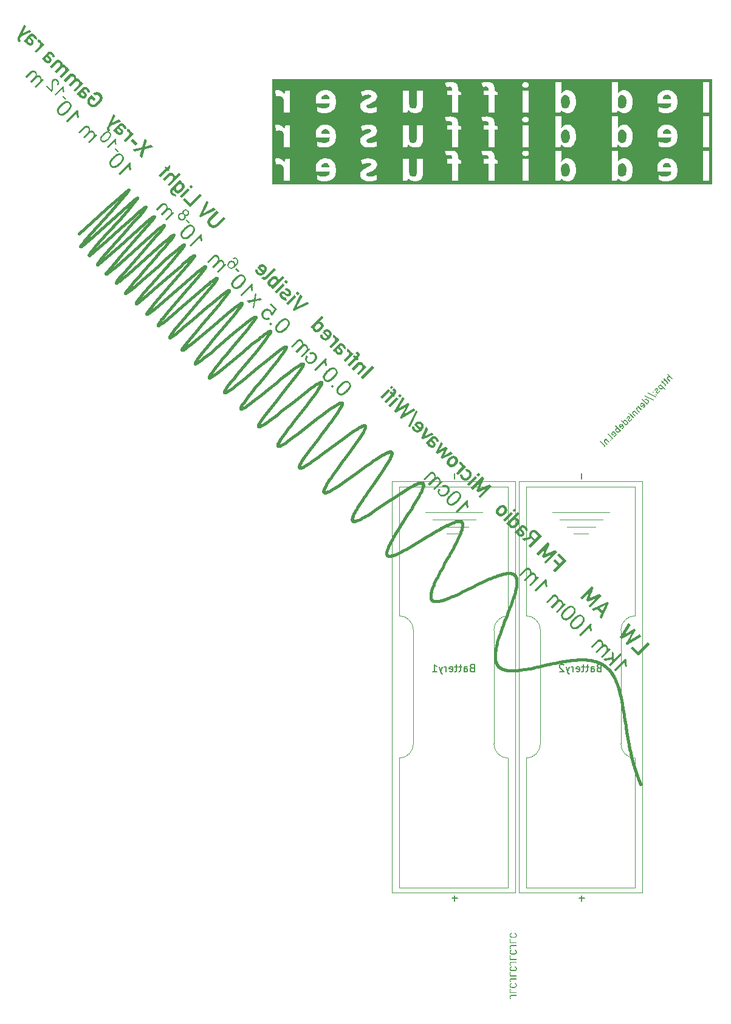
<source format=gbr>
%TF.GenerationSoftware,KiCad,Pcbnew,8.0.7*%
%TF.CreationDate,2025-02-10T18:12:50+08:00*%
%TF.ProjectId,bb-0.4,62622d30-2e34-42e6-9b69-6361645f7063,rev?*%
%TF.SameCoordinates,Original*%
%TF.FileFunction,Legend,Bot*%
%TF.FilePolarity,Positive*%
%FSLAX46Y46*%
G04 Gerber Fmt 4.6, Leading zero omitted, Abs format (unit mm)*
G04 Created by KiCad (PCBNEW 8.0.7) date 2025-02-10 18:12:50*
%MOMM*%
%LPD*%
G01*
G04 APERTURE LIST*
%ADD10C,0.423333*%
%ADD11C,0.000000*%
%ADD12C,0.300000*%
%ADD13C,0.150000*%
%ADD14C,0.120000*%
G04 APERTURE END LIST*
D10*
X77059586Y-101921935D02*
X77068687Y-101889881D01*
X113000364Y-129257590D02*
X112880099Y-129282146D01*
X69207544Y-85979579D02*
X66872676Y-87936531D01*
X60758281Y-85770282D02*
X60731501Y-85772959D01*
X56080794Y-80234410D02*
X56234450Y-80033665D01*
X80671662Y-104771077D02*
X80729264Y-104665379D01*
X107685432Y-130308231D02*
X107577302Y-130319779D01*
X107175408Y-117230391D02*
X107156165Y-117201101D01*
X81405636Y-105313231D02*
X81301644Y-105371646D01*
X118767318Y-129247539D02*
X118697276Y-129218190D01*
X90080732Y-114337232D02*
X90011069Y-114356827D01*
X62532267Y-84494139D02*
X62004176Y-84921253D01*
X81301644Y-105371646D02*
X81203023Y-105423462D01*
X89880157Y-114388305D02*
X89819042Y-114400138D01*
X73015074Y-83161657D02*
X73009415Y-83154769D01*
X124071320Y-144745972D02*
X124019637Y-144604485D01*
X82006187Y-94984051D02*
X82237739Y-94651702D01*
X107146529Y-130350181D02*
X107041906Y-130358218D01*
X118961276Y-129334921D02*
X118898281Y-129305539D01*
X106627350Y-116860128D02*
X106586200Y-116852547D01*
X99829704Y-119388396D02*
X99452255Y-119565665D01*
X60697580Y-85759025D02*
X60690614Y-85742250D01*
X123098223Y-141248108D02*
X123061038Y-141086513D01*
D11*
G36*
X112685238Y-119779895D02*
G01*
X112697058Y-119780503D01*
X112708784Y-119781608D01*
X112720420Y-119783198D01*
X112731972Y-119785266D01*
X112743442Y-119787798D01*
X112754833Y-119790787D01*
X112766148Y-119794221D01*
X112777392Y-119798090D01*
X112799678Y-119807093D01*
X112821716Y-119817712D01*
X112843537Y-119829868D01*
X112865165Y-119843473D01*
X112886629Y-119858450D01*
X112907956Y-119874716D01*
X112929175Y-119892188D01*
X112950312Y-119910786D01*
X112971392Y-119930423D01*
X112992448Y-119951021D01*
X113019203Y-119979521D01*
X113043382Y-120008898D01*
X113065042Y-120039154D01*
X113084234Y-120070286D01*
X113101017Y-120102298D01*
X113115439Y-120135183D01*
X113127563Y-120168948D01*
X113137437Y-120203589D01*
X113145123Y-120239111D01*
X113150667Y-120275504D01*
X113154131Y-120312777D01*
X113155565Y-120350927D01*
X113155028Y-120389954D01*
X113152570Y-120429859D01*
X113148250Y-120470638D01*
X113142121Y-120512297D01*
X113156362Y-120505501D01*
X113171020Y-120499175D01*
X113186057Y-120493341D01*
X113201455Y-120488028D01*
X113217180Y-120483265D01*
X113233208Y-120479074D01*
X113249508Y-120475487D01*
X113266057Y-120472531D01*
X113282823Y-120470234D01*
X113299783Y-120468621D01*
X113316907Y-120467721D01*
X113334168Y-120467563D01*
X113351537Y-120468168D01*
X113368989Y-120469571D01*
X113386498Y-120471797D01*
X113404032Y-120474872D01*
X113421567Y-120478815D01*
X113439074Y-120483607D01*
X113456526Y-120489220D01*
X113473895Y-120495631D01*
X113491157Y-120502808D01*
X113508280Y-120510721D01*
X113525237Y-120519349D01*
X113542006Y-120528664D01*
X113558553Y-120538634D01*
X113574854Y-120549235D01*
X113590882Y-120560439D01*
X113606607Y-120572218D01*
X113622004Y-120584545D01*
X113637043Y-120597395D01*
X113651699Y-120610734D01*
X113665945Y-120624541D01*
X113679754Y-120638788D01*
X113693098Y-120653447D01*
X113705947Y-120668491D01*
X113718275Y-120683886D01*
X113730056Y-120699613D01*
X113741261Y-120715642D01*
X113751863Y-120731943D01*
X113761832Y-120748490D01*
X113771146Y-120765258D01*
X113779775Y-120782216D01*
X113787689Y-120799340D01*
X113794865Y-120816599D01*
X113801273Y-120833969D01*
X113806888Y-120851421D01*
X113811680Y-120868928D01*
X113815623Y-120886462D01*
X113822564Y-120921536D01*
X113829067Y-120956613D01*
X113834694Y-120991690D01*
X113837040Y-121009227D01*
X113839004Y-121026770D01*
X113840529Y-121044306D01*
X113841560Y-121061847D01*
X113842045Y-121079386D01*
X113841925Y-121096927D01*
X113841148Y-121114467D01*
X113839658Y-121132008D01*
X113837401Y-121149548D01*
X113834322Y-121167088D01*
X114002698Y-120998711D01*
X114171081Y-121167094D01*
X113011129Y-122327046D01*
X112824039Y-122139955D01*
X113404027Y-121559965D01*
X113424427Y-121539137D01*
X113443564Y-121518746D01*
X113461497Y-121498795D01*
X113478278Y-121479282D01*
X113493961Y-121460207D01*
X113508606Y-121441572D01*
X113534987Y-121405616D01*
X113557858Y-121371412D01*
X113577663Y-121338963D01*
X113594834Y-121308266D01*
X113609812Y-121279322D01*
X113616398Y-121265293D01*
X113622161Y-121251261D01*
X113627159Y-121237230D01*
X113631443Y-121223197D01*
X113635069Y-121209167D01*
X113638095Y-121195138D01*
X113640572Y-121181106D01*
X113642556Y-121167074D01*
X113644101Y-121153043D01*
X113645262Y-121139011D01*
X113646095Y-121124981D01*
X113646654Y-121110951D01*
X113647166Y-121082886D01*
X113647240Y-121054824D01*
X113647078Y-121047862D01*
X113646596Y-121041005D01*
X113645803Y-121034250D01*
X113644716Y-121027597D01*
X113643340Y-121021039D01*
X113641688Y-121014574D01*
X113639765Y-121008197D01*
X113637590Y-121001907D01*
X113632505Y-120989571D01*
X113626516Y-120977533D01*
X113619705Y-120965771D01*
X113612156Y-120954256D01*
X113603949Y-120942961D01*
X113595166Y-120931860D01*
X113585890Y-120920919D01*
X113576201Y-120910117D01*
X113555923Y-120888817D01*
X113534987Y-120867732D01*
X113520953Y-120854147D01*
X113506922Y-120841496D01*
X113492889Y-120829829D01*
X113478859Y-120819204D01*
X113464827Y-120809677D01*
X113450795Y-120801298D01*
X113436763Y-120794127D01*
X113422731Y-120788217D01*
X113408701Y-120783623D01*
X113394668Y-120780397D01*
X113380635Y-120778597D01*
X113373621Y-120778246D01*
X113366606Y-120778276D01*
X113359591Y-120778688D01*
X113352572Y-120779490D01*
X113345558Y-120780690D01*
X113338544Y-120782295D01*
X113331528Y-120784309D01*
X113324512Y-120786741D01*
X113317496Y-120789601D01*
X113310482Y-120792889D01*
X113296237Y-120799710D01*
X113281581Y-120806231D01*
X113251145Y-120818913D01*
X113219392Y-120832033D01*
X113203089Y-120839100D01*
X113186542Y-120846686D01*
X113169776Y-120854934D01*
X113152817Y-120863973D01*
X113135692Y-120873944D01*
X113118430Y-120884984D01*
X113101060Y-120897230D01*
X113083605Y-120910819D01*
X113066099Y-120925888D01*
X113048564Y-120942574D01*
X112300208Y-121690930D01*
X112094408Y-121485128D01*
X112786630Y-120792906D01*
X112807231Y-120771858D01*
X112826899Y-120750810D01*
X112845580Y-120729763D01*
X112863222Y-120708716D01*
X112879767Y-120687668D01*
X112895160Y-120666621D01*
X112909347Y-120645574D01*
X112922276Y-120624527D01*
X112933888Y-120603480D01*
X112944126Y-120582432D01*
X112952944Y-120561385D01*
X112960277Y-120540336D01*
X112966080Y-120519290D01*
X112970290Y-120498239D01*
X112972855Y-120477190D01*
X112973722Y-120456141D01*
X112973071Y-120435312D01*
X112971158Y-120414920D01*
X112968041Y-120394969D01*
X112963773Y-120375457D01*
X112958412Y-120356384D01*
X112952009Y-120337747D01*
X112944617Y-120319551D01*
X112936296Y-120301792D01*
X112927096Y-120284473D01*
X112917077Y-120267592D01*
X112906288Y-120251150D01*
X112894789Y-120235146D01*
X112882632Y-120219583D01*
X112869873Y-120204457D01*
X112856565Y-120189768D01*
X112842763Y-120175520D01*
X112835327Y-120168512D01*
X112827124Y-120161561D01*
X112818262Y-120154720D01*
X112808853Y-120148040D01*
X112799005Y-120141582D01*
X112788828Y-120135399D01*
X112778432Y-120129542D01*
X112767927Y-120124069D01*
X112757421Y-120119036D01*
X112747025Y-120114495D01*
X112736848Y-120110504D01*
X112726999Y-120107113D01*
X112717588Y-120104382D01*
X112708728Y-120102364D01*
X112700526Y-120101113D01*
X112693090Y-120100683D01*
X112543417Y-120100683D01*
X112539799Y-120100899D01*
X112535970Y-120101540D01*
X112531933Y-120102593D01*
X112527701Y-120104042D01*
X112518665Y-120108080D01*
X112508918Y-120113542D01*
X112498513Y-120120321D01*
X112487508Y-120128307D01*
X112475952Y-120137389D01*
X112463904Y-120147458D01*
X112451419Y-120158402D01*
X112438546Y-120170114D01*
X112411878Y-120195404D01*
X112384329Y-120222445D01*
X112356341Y-120250362D01*
X111626695Y-120980008D01*
X111439604Y-120792917D01*
X112244082Y-119988439D01*
X112268637Y-119964751D01*
X112293194Y-119942760D01*
X112317750Y-119922416D01*
X112342306Y-119903660D01*
X112366861Y-119886441D01*
X112391418Y-119870700D01*
X112415974Y-119856386D01*
X112440528Y-119843440D01*
X112465083Y-119831812D01*
X112489640Y-119821445D01*
X112514195Y-119812281D01*
X112538752Y-119804271D01*
X112563306Y-119797355D01*
X112587862Y-119791481D01*
X112612417Y-119786594D01*
X112636973Y-119782638D01*
X112649195Y-119781159D01*
X112661311Y-119780212D01*
X112673325Y-119779795D01*
X112685238Y-119779895D01*
G37*
G36*
X76380922Y-78072279D02*
G01*
X76382521Y-78072414D01*
X76384151Y-78072675D01*
X76385809Y-78073074D01*
X76387490Y-78073623D01*
X76389192Y-78074328D01*
X76390911Y-78075198D01*
X76392644Y-78076248D01*
X76394386Y-78077485D01*
X76396138Y-78078923D01*
X76397891Y-78080569D01*
X76622390Y-78305068D01*
X76623157Y-78305908D01*
X76623993Y-78306919D01*
X76625021Y-78308283D01*
X76626159Y-78309978D01*
X76627323Y-78311974D01*
X76628432Y-78314244D01*
X76628942Y-78315473D01*
X76629406Y-78316761D01*
X76629813Y-78318104D01*
X76630158Y-78319497D01*
X76630429Y-78320939D01*
X76630611Y-78322425D01*
X76630699Y-78323952D01*
X76630680Y-78325517D01*
X76630546Y-78327117D01*
X76630281Y-78328746D01*
X76629884Y-78330405D01*
X76629338Y-78332087D01*
X76628634Y-78333788D01*
X76627761Y-78335506D01*
X76626712Y-78337240D01*
X76625472Y-78338983D01*
X76624036Y-78340733D01*
X76622389Y-78342486D01*
X75518565Y-79446310D01*
X75517726Y-79447079D01*
X75516717Y-79447914D01*
X75515350Y-79448943D01*
X75513656Y-79450078D01*
X75511658Y-79451244D01*
X75509390Y-79452353D01*
X75508161Y-79452862D01*
X75506873Y-79453326D01*
X75505531Y-79453736D01*
X75504136Y-79454081D01*
X75502694Y-79454349D01*
X75501208Y-79454532D01*
X75499682Y-79454621D01*
X75498114Y-79454600D01*
X75496516Y-79454465D01*
X75494887Y-79454204D01*
X75493231Y-79453805D01*
X75491548Y-79453258D01*
X75489847Y-79452554D01*
X75488128Y-79451682D01*
X75486394Y-79450633D01*
X75484650Y-79449393D01*
X75482900Y-79447956D01*
X75481148Y-79446310D01*
X75256649Y-79221811D01*
X76360471Y-78080568D01*
X76361314Y-78079802D01*
X76362322Y-78078968D01*
X76363688Y-78077938D01*
X76365382Y-78076801D01*
X76367379Y-78075636D01*
X76369649Y-78074526D01*
X76370878Y-78074017D01*
X76372166Y-78073552D01*
X76373508Y-78073144D01*
X76374902Y-78072800D01*
X76376342Y-78072530D01*
X76377830Y-78072347D01*
X76379358Y-78072260D01*
X76380922Y-78072279D01*
G37*
D10*
X77578949Y-87762321D02*
X77577853Y-87738166D01*
X84905162Y-108131174D02*
X84971788Y-108018646D01*
X90286749Y-111597551D02*
X90432242Y-111354596D01*
X94313926Y-104765217D02*
X94326060Y-104705226D01*
X124125809Y-144890262D02*
X124071320Y-144745972D01*
X71424378Y-96045831D02*
X71451859Y-95994610D01*
X74218463Y-85837130D02*
X73831218Y-86124457D01*
X89587274Y-112886360D02*
X89632759Y-112792146D01*
X59276932Y-83457688D02*
X59418465Y-83267229D01*
X62410047Y-72715476D02*
X62423219Y-72677295D01*
X55959847Y-80402968D02*
X56080794Y-80234410D01*
D11*
G36*
X100588455Y-106723837D02*
G01*
X100581664Y-106745101D01*
X100575338Y-106766774D01*
X100569505Y-106788830D01*
X100564194Y-106811244D01*
X100559429Y-106833986D01*
X100555239Y-106857028D01*
X100551654Y-106880346D01*
X100548700Y-106903911D01*
X100546403Y-106927694D01*
X100544792Y-106951670D01*
X100543890Y-106975810D01*
X100543731Y-107000087D01*
X100544338Y-107024474D01*
X100545740Y-107048945D01*
X100547964Y-107073468D01*
X100551037Y-107098021D01*
X100558898Y-107149584D01*
X100568288Y-107205309D01*
X100578996Y-107264104D01*
X100590798Y-107324871D01*
X100603479Y-107386515D01*
X100616815Y-107447939D01*
X100630592Y-107508047D01*
X100644587Y-107565744D01*
X100457497Y-107752835D01*
X100443465Y-107723090D01*
X100429432Y-107690276D01*
X100415402Y-107654832D01*
X100401371Y-107617195D01*
X100387338Y-107577805D01*
X100373310Y-107537099D01*
X100345253Y-107453499D01*
X100338660Y-107432456D01*
X100332865Y-107411441D01*
X100327779Y-107390479D01*
X100323325Y-107369599D01*
X100319420Y-107348829D01*
X100315981Y-107328196D01*
X100310169Y-107287452D01*
X100300522Y-107208814D01*
X100295371Y-107171361D01*
X100292426Y-107153196D01*
X100289126Y-107135444D01*
X99035628Y-108388944D01*
X98829827Y-108183140D01*
X100438793Y-106574175D01*
X100588455Y-106723837D01*
G37*
D10*
X106262448Y-130358160D02*
X106176236Y-130353219D01*
X48895841Y-73863600D02*
X48904666Y-73830509D01*
X104419007Y-127531855D02*
X104440052Y-127419660D01*
X67890464Y-83405260D02*
X65375996Y-85541812D01*
X118366174Y-129104929D02*
X118329531Y-129095995D01*
X72994439Y-83144686D02*
X72985132Y-83141483D01*
X58992379Y-72653140D02*
X58246335Y-73305582D01*
X97533190Y-115054013D02*
X97779677Y-114622772D01*
X122190975Y-135829114D02*
X122177967Y-135743260D01*
X84754498Y-109582763D02*
X84727864Y-109584934D01*
X77052807Y-101951968D02*
X77059586Y-101921935D01*
X107073496Y-117094461D02*
X107051620Y-117070433D01*
X81091095Y-94138182D02*
X80726945Y-94408731D01*
X77242532Y-102158238D02*
X77215108Y-102160474D01*
X122204859Y-135915145D02*
X122190975Y-135829114D01*
X55932152Y-80724927D02*
X55888171Y-80743954D01*
X95373661Y-119790861D02*
X95381204Y-119734039D01*
X66967703Y-78004308D02*
X67180254Y-77696050D01*
X85542252Y-96456340D02*
X85436070Y-96512061D01*
X94165100Y-105195374D02*
X94226840Y-105037054D01*
X89717986Y-99912450D02*
X89691678Y-99913698D01*
X55796984Y-80735982D02*
X55795248Y-80713122D01*
X119519419Y-129647442D02*
X119463291Y-129609966D01*
X121876753Y-134109974D02*
X121859269Y-134026484D01*
X74073205Y-99126419D02*
X74061042Y-99113460D01*
D11*
G36*
X75220977Y-76014307D02*
G01*
X75222578Y-76014442D01*
X75224206Y-76014703D01*
X75225863Y-76015102D01*
X75227544Y-76015647D01*
X75229245Y-76016351D01*
X75230962Y-76017221D01*
X75232697Y-76018271D01*
X75234436Y-76019507D01*
X75236187Y-76020944D01*
X75237939Y-76022590D01*
X75462449Y-76247098D01*
X75463214Y-76247940D01*
X75464052Y-76248949D01*
X75465081Y-76250314D01*
X75466218Y-76252009D01*
X75467381Y-76254005D01*
X75468492Y-76256275D01*
X75469001Y-76257504D01*
X75469466Y-76258792D01*
X75469874Y-76260134D01*
X75470219Y-76261528D01*
X75470489Y-76262971D01*
X75470669Y-76264456D01*
X75470756Y-76265984D01*
X75470739Y-76267548D01*
X75470604Y-76269147D01*
X75470341Y-76270777D01*
X75469944Y-76272435D01*
X75469396Y-76274119D01*
X75468692Y-76275819D01*
X75467821Y-76277537D01*
X75466771Y-76279270D01*
X75465533Y-76281014D01*
X75464096Y-76282765D01*
X75462449Y-76284517D01*
X75237939Y-76509027D01*
X75237099Y-76509795D01*
X75236090Y-76510630D01*
X75234725Y-76511659D01*
X75233030Y-76512796D01*
X75231032Y-76513960D01*
X75228763Y-76515069D01*
X75227534Y-76515578D01*
X75226246Y-76516043D01*
X75224904Y-76516453D01*
X75223511Y-76516798D01*
X75222068Y-76517065D01*
X75220582Y-76517249D01*
X75219056Y-76517337D01*
X75217489Y-76517318D01*
X75215891Y-76517182D01*
X75214261Y-76516920D01*
X75212603Y-76516521D01*
X75210922Y-76515976D01*
X75209220Y-76515270D01*
X75207501Y-76514398D01*
X75205767Y-76513349D01*
X75204025Y-76512110D01*
X75202274Y-76510672D01*
X75200522Y-76509027D01*
X74976012Y-76284517D01*
X74976016Y-76284513D01*
X75200532Y-76022600D01*
X75201371Y-76021833D01*
X75202380Y-76020995D01*
X75203748Y-76019970D01*
X75205442Y-76018831D01*
X75207438Y-76017666D01*
X75209708Y-76016557D01*
X75210937Y-76016047D01*
X75212224Y-76015582D01*
X75213566Y-76015173D01*
X75214959Y-76014828D01*
X75216401Y-76014559D01*
X75217887Y-76014377D01*
X75219414Y-76014288D01*
X75220977Y-76014307D01*
G37*
D10*
X106763221Y-120615711D02*
X106864719Y-120325251D01*
X82289863Y-93331359D02*
X82166491Y-93404666D01*
X118178691Y-129057879D02*
X118020833Y-129015548D01*
X68977052Y-79513531D02*
X69007897Y-79458882D01*
X66710019Y-77743144D02*
X66514921Y-77888282D01*
X99695341Y-109731607D02*
X99684202Y-109719410D01*
X100017903Y-119296785D02*
X99829704Y-119388396D01*
X99647632Y-109686896D02*
X99634386Y-109677433D01*
X78167941Y-100080863D02*
X78427176Y-99730485D01*
X66872693Y-86379964D02*
X67906357Y-85157336D01*
X98722744Y-109695877D02*
X98577835Y-109744199D01*
X80730243Y-105599468D02*
X80672292Y-105606933D01*
X89233633Y-114158329D02*
X89229309Y-114138335D01*
X120628218Y-130779912D02*
X120609048Y-130753176D01*
X122235960Y-136085626D02*
X122219797Y-136000824D01*
X72814560Y-95614580D02*
X72467393Y-95860954D01*
X55527776Y-68150174D02*
X51980581Y-71308234D01*
X91287159Y-113809170D02*
X91089370Y-113908090D01*
X96594469Y-116771018D02*
X96706020Y-116565863D01*
X119287656Y-129505488D02*
X119223784Y-129469973D01*
D11*
G36*
X122973141Y-123703793D02*
G01*
X122973350Y-123703964D01*
X122973489Y-123704277D01*
X122973574Y-123704728D01*
X122973618Y-123705311D01*
X122973635Y-123706835D01*
X122973654Y-123708799D01*
X122973782Y-123711147D01*
X122973921Y-123712447D01*
X122974130Y-123713824D01*
X122974418Y-123715268D01*
X122974805Y-123716773D01*
X122975300Y-123718336D01*
X122975919Y-123719944D01*
X122976675Y-123721595D01*
X122977582Y-123723280D01*
X122978653Y-123724990D01*
X122979902Y-123726721D01*
X122981343Y-123728469D01*
X122982990Y-123730221D01*
X123226198Y-123973429D01*
X123226964Y-123974270D01*
X123227801Y-123975279D01*
X123228829Y-123976647D01*
X123229965Y-123978340D01*
X123231132Y-123980336D01*
X123232242Y-123982606D01*
X123232749Y-123983835D01*
X123233213Y-123985124D01*
X123233624Y-123986465D01*
X123233968Y-123987858D01*
X123234237Y-123989301D01*
X123234419Y-123990786D01*
X123234506Y-123992314D01*
X123234487Y-123993879D01*
X123234353Y-123995480D01*
X123234092Y-123997108D01*
X123233692Y-123998766D01*
X123233146Y-124000447D01*
X123232442Y-124002149D01*
X123231571Y-124003868D01*
X123230520Y-124005601D01*
X123229282Y-124007344D01*
X123227844Y-124009094D01*
X123226198Y-124010849D01*
X122795882Y-124665652D01*
X122365582Y-125320461D01*
X123731329Y-124553386D01*
X123732170Y-124552619D01*
X123733179Y-124551782D01*
X123734543Y-124550755D01*
X123736239Y-124549617D01*
X123738235Y-124548454D01*
X123740505Y-124547342D01*
X123741734Y-124546836D01*
X123743022Y-124546371D01*
X123744363Y-124545962D01*
X123745756Y-124545615D01*
X123747198Y-124545345D01*
X123748684Y-124545162D01*
X123750211Y-124545074D01*
X123751776Y-124545094D01*
X123753374Y-124545227D01*
X123755003Y-124545488D01*
X123756660Y-124545887D01*
X123758341Y-124546433D01*
X123760043Y-124547136D01*
X123761761Y-124548007D01*
X123763492Y-124549056D01*
X123765236Y-124550294D01*
X123766984Y-124551730D01*
X123768737Y-124553378D01*
X123937119Y-124721760D01*
X123937886Y-124722598D01*
X123938723Y-124723608D01*
X123939750Y-124724974D01*
X123940887Y-124726669D01*
X123942052Y-124728664D01*
X123943160Y-124730935D01*
X123943671Y-124732163D01*
X123944136Y-124733453D01*
X123944543Y-124734793D01*
X123944889Y-124736186D01*
X123945158Y-124737631D01*
X123945341Y-124739115D01*
X123945428Y-124740642D01*
X123945408Y-124742207D01*
X123945273Y-124743807D01*
X123945012Y-124745437D01*
X123944614Y-124747095D01*
X123944066Y-124748776D01*
X123943364Y-124750478D01*
X123942489Y-124752197D01*
X123941441Y-124753929D01*
X123940202Y-124755673D01*
X123938765Y-124757425D01*
X123937119Y-124759176D01*
X123544232Y-125451409D01*
X123151339Y-126143627D01*
X124460970Y-125320434D01*
X124461811Y-125319667D01*
X124462820Y-125318830D01*
X124464185Y-125317803D01*
X124465881Y-125316667D01*
X124467876Y-125315502D01*
X124470144Y-125314390D01*
X124471376Y-125313883D01*
X124472663Y-125313419D01*
X124474005Y-125313009D01*
X124475398Y-125312663D01*
X124476838Y-125312395D01*
X124478325Y-125312210D01*
X124479853Y-125312123D01*
X124481416Y-125312142D01*
X124483015Y-125312276D01*
X124484644Y-125312537D01*
X124486301Y-125312936D01*
X124487982Y-125313484D01*
X124489682Y-125314183D01*
X124491401Y-125315056D01*
X124493132Y-125316104D01*
X124494876Y-125317343D01*
X124496623Y-125318779D01*
X124498376Y-125320423D01*
X124760294Y-125582341D01*
X124765630Y-125587749D01*
X124767119Y-125589412D01*
X124767592Y-125590031D01*
X124767894Y-125590526D01*
X124768034Y-125590912D01*
X124768015Y-125591204D01*
X124767844Y-125591411D01*
X124767530Y-125591550D01*
X124767078Y-125591634D01*
X124766496Y-125591677D01*
X124764972Y-125591696D01*
X124763009Y-125591714D01*
X124760660Y-125591841D01*
X124759360Y-125591981D01*
X124757984Y-125592189D01*
X124756540Y-125592481D01*
X124755034Y-125592867D01*
X124753472Y-125593360D01*
X124751861Y-125593980D01*
X124750213Y-125594736D01*
X124748527Y-125595642D01*
X124746817Y-125596713D01*
X124745085Y-125597964D01*
X124743339Y-125599403D01*
X124741586Y-125601052D01*
X122777155Y-126779716D01*
X122776315Y-126780484D01*
X122775307Y-126781320D01*
X122773941Y-126782347D01*
X122772247Y-126783484D01*
X122770252Y-126784650D01*
X122767982Y-126785761D01*
X122766753Y-126786270D01*
X122765465Y-126786736D01*
X122764124Y-126787144D01*
X122762728Y-126787488D01*
X122761287Y-126787756D01*
X122759803Y-126787943D01*
X122758275Y-126788030D01*
X122756711Y-126788013D01*
X122755112Y-126787878D01*
X122753481Y-126787613D01*
X122751826Y-126787215D01*
X122750145Y-126786670D01*
X122748444Y-126785966D01*
X122746725Y-126785095D01*
X122744994Y-126784046D01*
X122743251Y-126782808D01*
X122741501Y-126781372D01*
X122739749Y-126779729D01*
X122552667Y-126592647D01*
X122590076Y-126555240D01*
X122688590Y-126373117D01*
X122788857Y-126192752D01*
X122840199Y-126103775D01*
X122892635Y-126015895D01*
X122946384Y-125929327D01*
X123001673Y-125844297D01*
X123056153Y-125760070D01*
X123107784Y-125675625D01*
X123157222Y-125590743D01*
X123205129Y-125505202D01*
X123394565Y-125152080D01*
X122010114Y-125937859D01*
X122009275Y-125938626D01*
X122008264Y-125939461D01*
X122006898Y-125940489D01*
X122005203Y-125941625D01*
X122003208Y-125942791D01*
X122000938Y-125943901D01*
X121999709Y-125944410D01*
X121998419Y-125944874D01*
X121997078Y-125945284D01*
X121995685Y-125945629D01*
X121994243Y-125945896D01*
X121992757Y-125946081D01*
X121991231Y-125946168D01*
X121989663Y-125946149D01*
X121988065Y-125946013D01*
X121986435Y-125945751D01*
X121984778Y-125945352D01*
X121983096Y-125944806D01*
X121981395Y-125944102D01*
X121979675Y-125943229D01*
X121977943Y-125942180D01*
X121976199Y-125940941D01*
X121974450Y-125939506D01*
X121972696Y-125937858D01*
X121766906Y-125732068D01*
X121766138Y-125731228D01*
X121765300Y-125730219D01*
X121764275Y-125728853D01*
X121763137Y-125727158D01*
X121761971Y-125725162D01*
X121760861Y-125722892D01*
X121760355Y-125721663D01*
X121759890Y-125720375D01*
X121759481Y-125719033D01*
X121759136Y-125717640D01*
X121758868Y-125716198D01*
X121758684Y-125714712D01*
X121758596Y-125713184D01*
X121758615Y-125711619D01*
X121758751Y-125710020D01*
X121759011Y-125708388D01*
X121759412Y-125706732D01*
X121759958Y-125705049D01*
X121760662Y-125703348D01*
X121761534Y-125701629D01*
X121762584Y-125699896D01*
X121763822Y-125698153D01*
X121765260Y-125696403D01*
X121766905Y-125694650D01*
X122945571Y-123730220D01*
X122964281Y-123711512D01*
X122969689Y-123706177D01*
X122971350Y-123704687D01*
X122971971Y-123704214D01*
X122972465Y-123703910D01*
X122972852Y-123703774D01*
X122973141Y-123703793D01*
G37*
D10*
X74826733Y-86107764D02*
X74927730Y-85956392D01*
X123972166Y-144467210D02*
X123944774Y-144393630D01*
X54390492Y-79264896D02*
X54353871Y-79277249D01*
X79476783Y-90508924D02*
X79346086Y-90589137D01*
X92172599Y-105041963D02*
X91928243Y-105188859D01*
X52955762Y-72868078D02*
X51426782Y-74196877D01*
X122638884Y-138694902D02*
X122623947Y-138609222D01*
D11*
G36*
X82889915Y-84806878D02*
G01*
X82917949Y-84810043D01*
X82946009Y-84815756D01*
X82960036Y-84816191D01*
X82974036Y-84817474D01*
X82987980Y-84819580D01*
X83001842Y-84822481D01*
X83015595Y-84826152D01*
X83029210Y-84830557D01*
X83042663Y-84835679D01*
X83055922Y-84841487D01*
X83068962Y-84847948D01*
X83081755Y-84855042D01*
X83094273Y-84862740D01*
X83106491Y-84871011D01*
X83118381Y-84879831D01*
X83129917Y-84889174D01*
X83141066Y-84899008D01*
X83151804Y-84909308D01*
X83162540Y-84919624D01*
X83173689Y-84929585D01*
X83185219Y-84939271D01*
X83197109Y-84948766D01*
X83221846Y-84967510D01*
X83247678Y-84986475D01*
X83274390Y-85006315D01*
X83301759Y-85027691D01*
X83315621Y-85039161D01*
X83329567Y-85051260D01*
X83343567Y-85064072D01*
X83357595Y-85077680D01*
X83388066Y-85109468D01*
X83416319Y-85141668D01*
X83442324Y-85174248D01*
X83466055Y-85207186D01*
X83487482Y-85240452D01*
X83506580Y-85274020D01*
X83523320Y-85307859D01*
X83537676Y-85341948D01*
X83549620Y-85376255D01*
X83559126Y-85410753D01*
X83566164Y-85445415D01*
X83570708Y-85480216D01*
X83572733Y-85515127D01*
X83572205Y-85550117D01*
X83569105Y-85585164D01*
X83563401Y-85620240D01*
X83264054Y-85582821D01*
X83245345Y-85564112D01*
X83246990Y-85562359D01*
X83248429Y-85560600D01*
X83249666Y-85558835D01*
X83250717Y-85557060D01*
X83251589Y-85555272D01*
X83252293Y-85553466D01*
X83252840Y-85551640D01*
X83253239Y-85549789D01*
X83253500Y-85547911D01*
X83253638Y-85546004D01*
X83253656Y-85544061D01*
X83253569Y-85542082D01*
X83253386Y-85540059D01*
X83253116Y-85537993D01*
X83252774Y-85535879D01*
X83252364Y-85533717D01*
X83247979Y-85514127D01*
X83246950Y-85508477D01*
X83246505Y-85505520D01*
X83246115Y-85502470D01*
X83245794Y-85499323D01*
X83245550Y-85496078D01*
X83245399Y-85492730D01*
X83245345Y-85489277D01*
X83245304Y-85476885D01*
X83245217Y-85471800D01*
X83245048Y-85467346D01*
X83244769Y-85463441D01*
X83244354Y-85460002D01*
X83244086Y-85458432D01*
X83243773Y-85456945D01*
X83243414Y-85455536D01*
X83243002Y-85454191D01*
X83242536Y-85452902D01*
X83242011Y-85451657D01*
X83241424Y-85450447D01*
X83240772Y-85449259D01*
X83240054Y-85448088D01*
X83239261Y-85446918D01*
X83237448Y-85444547D01*
X83235308Y-85442071D01*
X83232810Y-85439396D01*
X83226635Y-85433147D01*
X83189217Y-85358311D01*
X83114380Y-85283474D01*
X83086960Y-85256941D01*
X83060774Y-85233452D01*
X83035738Y-85212975D01*
X83011774Y-85195488D01*
X82988795Y-85180956D01*
X82966720Y-85169359D01*
X82955994Y-85164652D01*
X82945468Y-85160668D01*
X82935124Y-85157404D01*
X82924956Y-85154855D01*
X82914951Y-85153019D01*
X82905100Y-85151891D01*
X82895395Y-85151470D01*
X82885820Y-85151751D01*
X82876372Y-85152730D01*
X82867036Y-85154406D01*
X82857801Y-85156772D01*
X82848661Y-85159828D01*
X82839600Y-85163569D01*
X82830614Y-85167991D01*
X82821689Y-85173092D01*
X82812815Y-85178868D01*
X82795180Y-85192429D01*
X82777625Y-85208649D01*
X82665371Y-85320903D01*
X82945998Y-85601532D01*
X82966392Y-85622793D01*
X82985498Y-85644467D01*
X83003344Y-85666523D01*
X83019954Y-85688937D01*
X83035361Y-85711677D01*
X83049590Y-85734722D01*
X83062666Y-85758037D01*
X83074619Y-85781600D01*
X83085477Y-85805386D01*
X83095266Y-85829359D01*
X83104013Y-85853499D01*
X83111745Y-85877777D01*
X83118495Y-85902162D01*
X83124284Y-85926633D01*
X83129139Y-85951157D01*
X83133095Y-85975708D01*
X83129356Y-86000043D01*
X83125125Y-86023940D01*
X83120348Y-86047398D01*
X83114966Y-86070419D01*
X83108927Y-86093000D01*
X83102178Y-86115143D01*
X83094659Y-86136849D01*
X83086321Y-86158116D01*
X83077104Y-86178945D01*
X83066956Y-86199334D01*
X83055819Y-86219285D01*
X83043645Y-86238800D01*
X83030372Y-86257875D01*
X83015949Y-86276511D01*
X83000318Y-86294709D01*
X82983427Y-86312467D01*
X82965458Y-86329559D01*
X82946666Y-86345720D01*
X82927107Y-86360894D01*
X82906835Y-86375025D01*
X82885906Y-86388060D01*
X82864373Y-86399945D01*
X82842292Y-86410623D01*
X82819718Y-86420040D01*
X82796707Y-86428143D01*
X82773312Y-86434876D01*
X82749586Y-86440181D01*
X82725590Y-86444010D01*
X82701373Y-86446304D01*
X82676992Y-86447005D01*
X82652502Y-86446065D01*
X82627958Y-86443427D01*
X82600320Y-86442563D01*
X82573475Y-86440028D01*
X82547344Y-86435904D01*
X82521841Y-86430272D01*
X82496889Y-86423217D01*
X82472403Y-86414814D01*
X82448300Y-86405155D01*
X82424498Y-86394315D01*
X82400916Y-86382381D01*
X82377470Y-86369434D01*
X82354080Y-86355552D01*
X82330662Y-86340823D01*
X82283418Y-86309144D01*
X82235077Y-86275055D01*
X82141531Y-86181509D01*
X82085393Y-86087952D01*
X82083693Y-86086146D01*
X82082101Y-86084242D01*
X82080611Y-86082246D01*
X82079219Y-86080172D01*
X82077926Y-86078031D01*
X82076723Y-86075829D01*
X82074581Y-86071297D01*
X82072766Y-86066648D01*
X82071256Y-86061976D01*
X82070018Y-86057358D01*
X82069027Y-86052876D01*
X82068254Y-86048615D01*
X82067673Y-86044654D01*
X82066978Y-86037965D01*
X82066684Y-86031825D01*
X82066689Y-85956984D01*
X82010562Y-86013110D01*
X82009719Y-86013878D01*
X82008712Y-86014714D01*
X82007346Y-86015742D01*
X82005652Y-86016879D01*
X82003654Y-86018045D01*
X82001385Y-86019154D01*
X82000157Y-86019663D01*
X81998870Y-86020128D01*
X81997528Y-86020537D01*
X81996135Y-86020882D01*
X81994693Y-86021151D01*
X81993206Y-86021334D01*
X81991680Y-86021422D01*
X81990116Y-86021404D01*
X81988515Y-86021268D01*
X81986887Y-86021009D01*
X81985229Y-86020611D01*
X81983550Y-86020065D01*
X81981848Y-86019360D01*
X81980130Y-86018489D01*
X81978398Y-86017440D01*
X81976655Y-86016203D01*
X81974906Y-86014765D01*
X81973154Y-86013122D01*
X81748645Y-85788612D01*
X81767343Y-85769914D01*
X81767349Y-85769908D01*
X82291183Y-85769908D01*
X82294919Y-85780650D01*
X82299149Y-85791834D01*
X82303925Y-85803453D01*
X82309306Y-85815510D01*
X82315345Y-85828008D01*
X82322097Y-85840943D01*
X82329615Y-85854318D01*
X82337953Y-85868128D01*
X82347173Y-85882381D01*
X82357320Y-85897068D01*
X82368454Y-85912196D01*
X82380632Y-85927763D01*
X82393902Y-85943765D01*
X82408327Y-85960208D01*
X82423956Y-85977088D01*
X82440845Y-85994407D01*
X82454664Y-86007796D01*
X82468071Y-86019952D01*
X82481094Y-86030955D01*
X82493762Y-86040893D01*
X82506098Y-86049840D01*
X82518135Y-86057885D01*
X82529896Y-86065105D01*
X82541412Y-86071586D01*
X82552706Y-86077408D01*
X82563810Y-86082656D01*
X82574749Y-86087411D01*
X82585551Y-86091754D01*
X82606853Y-86099536D01*
X82627937Y-86106662D01*
X82633145Y-86108252D01*
X82638245Y-86109525D01*
X82643245Y-86110489D01*
X82648143Y-86111156D01*
X82652948Y-86111534D01*
X82657658Y-86111635D01*
X82662280Y-86111472D01*
X82666817Y-86111046D01*
X82671271Y-86110377D01*
X82675647Y-86109471D01*
X82679947Y-86108339D01*
X82684173Y-86106990D01*
X82688334Y-86105439D01*
X82692428Y-86103688D01*
X82696460Y-86101753D01*
X82700435Y-86099646D01*
X82708222Y-86094945D01*
X82715819Y-86089670D01*
X82723250Y-86083901D01*
X82730543Y-86077720D01*
X82737729Y-86071211D01*
X82744833Y-86064456D01*
X82758901Y-86050534D01*
X82765644Y-86043463D01*
X82771840Y-86036278D01*
X82777498Y-86028977D01*
X82782616Y-86021557D01*
X82787201Y-86014015D01*
X82791254Y-86006343D01*
X82794779Y-85998540D01*
X82797781Y-85990606D01*
X82800260Y-85982535D01*
X82802226Y-85974322D01*
X82803674Y-85965966D01*
X82804614Y-85957463D01*
X82805046Y-85948810D01*
X82804975Y-85940001D01*
X82804404Y-85931036D01*
X82803335Y-85921908D01*
X82801772Y-85912617D01*
X82799722Y-85903158D01*
X82797185Y-85893530D01*
X82794163Y-85883723D01*
X82790663Y-85873742D01*
X82786686Y-85863575D01*
X82782237Y-85853226D01*
X82777318Y-85842687D01*
X82771932Y-85831956D01*
X82766085Y-85821031D01*
X82753018Y-85798582D01*
X82738141Y-85775310D01*
X82721483Y-85751188D01*
X82478263Y-85507970D01*
X82403422Y-85582810D01*
X82389829Y-85596834D01*
X82377114Y-85610799D01*
X82365275Y-85624659D01*
X82354313Y-85638352D01*
X82344228Y-85651826D01*
X82335020Y-85665026D01*
X82326688Y-85677899D01*
X82319234Y-85690388D01*
X82312658Y-85702439D01*
X82306958Y-85713994D01*
X82302136Y-85725003D01*
X82298190Y-85735408D01*
X82295122Y-85745157D01*
X82292931Y-85754193D01*
X82291617Y-85762462D01*
X82291183Y-85769908D01*
X81767349Y-85769908D01*
X82168893Y-85348283D01*
X82515697Y-84984139D01*
X82540469Y-84960255D01*
X82565651Y-84937769D01*
X82591215Y-84916762D01*
X82617135Y-84897317D01*
X82643386Y-84879519D01*
X82669936Y-84863445D01*
X82696763Y-84849180D01*
X82723835Y-84836806D01*
X82751127Y-84826406D01*
X82778611Y-84818061D01*
X82806257Y-84811854D01*
X82834044Y-84807866D01*
X82861939Y-84806180D01*
X82889915Y-84806878D01*
G37*
D10*
X90900000Y-114000000D02*
X90719401Y-114084890D01*
X48901007Y-73882481D02*
X48895841Y-73863600D01*
X59584110Y-83053050D02*
X59772734Y-82816332D01*
D11*
G36*
X44620251Y-50798640D02*
G01*
X44470583Y-50948309D01*
X44021569Y-50499293D01*
X44171237Y-50349625D01*
X44620251Y-50798640D01*
G37*
D10*
X89703530Y-100856265D02*
X89749933Y-100759397D01*
X67247669Y-77581549D02*
X67287215Y-77495486D01*
X84426165Y-109342882D02*
X84426888Y-109319211D01*
X114069517Y-129064189D02*
X113952733Y-129083511D01*
X72414461Y-87249187D02*
X71332861Y-88146048D01*
X71585662Y-96403825D02*
X71545058Y-96419189D01*
X52815848Y-77889175D02*
X52803728Y-77878758D01*
X85272530Y-109413988D02*
X85111484Y-109481425D01*
X61873756Y-73478413D02*
X62059246Y-73242415D01*
X95719834Y-118628341D02*
X95785461Y-118461921D01*
X89469155Y-99962492D02*
X89432015Y-99975118D01*
X105382453Y-124233539D02*
X105442846Y-124081996D01*
D11*
G36*
X122664911Y-128800293D02*
G01*
X122658122Y-128821559D01*
X122651797Y-128843234D01*
X122645966Y-128865294D01*
X122640656Y-128887706D01*
X122635891Y-128910448D01*
X122631703Y-128933491D01*
X122628116Y-128956808D01*
X122625163Y-128980373D01*
X122622865Y-129004156D01*
X122621254Y-129028135D01*
X122620354Y-129052274D01*
X122620194Y-129076550D01*
X122620802Y-129100939D01*
X122622205Y-129125411D01*
X122624431Y-129149935D01*
X122627505Y-129174488D01*
X122635362Y-129226048D01*
X122644750Y-129281773D01*
X122655456Y-129340564D01*
X122667255Y-129401330D01*
X122679936Y-129462972D01*
X122693272Y-129524397D01*
X122707049Y-129584504D01*
X122721044Y-129642201D01*
X122533954Y-129829292D01*
X122519926Y-129799550D01*
X122505894Y-129766738D01*
X122491863Y-129731293D01*
X122477832Y-129693657D01*
X122463801Y-129654265D01*
X122449769Y-129613558D01*
X122421708Y-129529957D01*
X122415121Y-129508915D01*
X122409326Y-129487900D01*
X122404241Y-129466941D01*
X122399791Y-129446063D01*
X122395883Y-129425294D01*
X122392446Y-129404661D01*
X122386634Y-129363917D01*
X122376985Y-129285277D01*
X122371832Y-129247822D01*
X122368885Y-129229655D01*
X122365583Y-129211901D01*
X121112084Y-130465398D01*
X120906295Y-130259609D01*
X122515261Y-128650643D01*
X122664911Y-128800293D01*
G37*
D10*
X82438598Y-102130144D02*
X82977175Y-101406807D01*
X96023895Y-111022895D02*
X95789040Y-111165372D01*
X60676817Y-71654611D02*
X60930847Y-71308205D01*
X123658754Y-143504493D02*
X123636567Y-143430973D01*
X55604642Y-70499300D02*
X54734508Y-71278293D01*
X82943617Y-93506134D02*
X82979045Y-93420462D01*
X83029562Y-93171164D02*
X83025616Y-93150602D01*
X95438682Y-120415595D02*
X95423125Y-120380843D01*
X89322072Y-113551921D02*
X89372850Y-113401755D01*
D11*
G36*
X61832404Y-68010793D02*
G01*
X61682736Y-68160460D01*
X61233726Y-67711452D01*
X61383395Y-67561783D01*
X61832404Y-68010793D01*
G37*
D10*
X62387784Y-72762798D02*
X62410047Y-72715476D01*
X72949315Y-83416459D02*
X72974755Y-83365763D01*
X74846552Y-98826163D02*
X74611204Y-98967915D01*
X59194679Y-69931238D02*
X58721846Y-70311702D01*
X104355866Y-128080554D02*
X104362882Y-127973622D01*
D11*
G36*
X111570568Y-117705950D02*
G01*
X111563775Y-117727212D01*
X111557449Y-117748886D01*
X111551616Y-117770941D01*
X111546304Y-117793353D01*
X111541538Y-117816094D01*
X111537350Y-117839138D01*
X111533765Y-117862456D01*
X111530808Y-117886019D01*
X111528511Y-117909802D01*
X111526899Y-117933777D01*
X111525999Y-117957917D01*
X111525839Y-117982195D01*
X111526446Y-118006582D01*
X111527847Y-118031053D01*
X111530074Y-118055579D01*
X111533149Y-118080132D01*
X111541005Y-118131691D01*
X111550395Y-118187418D01*
X111561100Y-118246208D01*
X111572901Y-118306974D01*
X111585581Y-118368618D01*
X111598917Y-118430041D01*
X111612693Y-118490148D01*
X111626689Y-118547846D01*
X111439598Y-118734936D01*
X111425570Y-118705195D01*
X111411539Y-118672383D01*
X111397506Y-118636937D01*
X111383476Y-118599300D01*
X111369444Y-118559910D01*
X111355413Y-118519202D01*
X111327354Y-118435600D01*
X111320763Y-118414559D01*
X111314969Y-118393543D01*
X111309886Y-118372586D01*
X111305434Y-118351708D01*
X111301528Y-118330937D01*
X111298090Y-118310305D01*
X111292278Y-118269561D01*
X111282629Y-118190922D01*
X111277475Y-118153465D01*
X111274530Y-118135300D01*
X111271227Y-118117545D01*
X110017729Y-119371042D01*
X109811939Y-119165252D01*
X111420905Y-117556286D01*
X111570568Y-117705950D01*
G37*
D10*
X111777680Y-129512671D02*
X111654200Y-129544999D01*
X57801554Y-82119346D02*
X57648094Y-82222430D01*
X69538195Y-92752322D02*
X69836134Y-92355524D01*
X92407833Y-104905594D02*
X92172599Y-105041963D01*
X119575546Y-129687025D02*
X119519419Y-129647442D01*
X63922370Y-74142564D02*
X63894202Y-74146226D01*
X77576626Y-87789875D02*
X77578949Y-87762321D01*
X96190362Y-117567082D02*
X96285074Y-117372450D01*
X50778768Y-71531578D02*
X51560477Y-70653283D01*
X73009415Y-83154769D02*
X73002536Y-83149112D01*
X105192969Y-130068261D02*
X105128541Y-130033301D01*
X77095169Y-87831708D02*
X76835290Y-87999211D01*
X89248411Y-113814549D02*
X89280767Y-113689811D01*
X60886839Y-73732307D02*
X60556664Y-74017240D01*
X83019975Y-104288209D02*
X82712476Y-104496317D01*
X96487129Y-116974064D02*
X96594469Y-116771018D01*
X93839034Y-104252680D02*
X93775591Y-104266535D01*
X122387506Y-137090299D02*
X122340737Y-136759150D01*
X56276076Y-76741259D02*
X59119828Y-73508367D01*
X89604445Y-99926071D02*
X89572632Y-99933054D01*
X53133702Y-77347193D02*
X53545913Y-76835067D01*
X66642698Y-91493240D02*
X66661960Y-91449341D01*
X89663976Y-99916387D02*
X89634896Y-99920513D01*
X112760540Y-129308102D02*
X112642031Y-129335464D01*
X70961648Y-81148837D02*
X70947485Y-81137746D01*
X77203388Y-87769062D02*
X77095169Y-87831708D01*
X79512767Y-95330171D02*
X78640470Y-96003693D01*
X68931910Y-93964785D02*
X68909929Y-93962553D01*
D11*
G36*
X68950530Y-75231115D02*
G01*
X68969835Y-75232423D01*
X68989136Y-75234606D01*
X69008493Y-75237613D01*
X69027962Y-75241385D01*
X69047594Y-75245871D01*
X69067446Y-75251015D01*
X69087572Y-75256763D01*
X69108027Y-75263057D01*
X69128866Y-75269848D01*
X69149693Y-75277079D01*
X69170084Y-75284751D01*
X69190034Y-75292862D01*
X69209544Y-75301410D01*
X69228620Y-75310399D01*
X69247254Y-75319825D01*
X69265451Y-75329691D01*
X69283209Y-75339994D01*
X69300530Y-75350739D01*
X69317412Y-75361921D01*
X69333852Y-75373541D01*
X69349858Y-75385600D01*
X69365425Y-75398098D01*
X69380553Y-75411032D01*
X69395242Y-75424406D01*
X69409493Y-75438220D01*
X69429893Y-75459487D01*
X69449030Y-75481193D01*
X69466963Y-75503337D01*
X69483744Y-75525919D01*
X69499428Y-75548939D01*
X69514073Y-75572400D01*
X69527731Y-75596300D01*
X69540456Y-75620636D01*
X69552303Y-75645411D01*
X69563329Y-75670626D01*
X69573588Y-75696276D01*
X69583134Y-75722366D01*
X69592024Y-75748896D01*
X69600310Y-75775864D01*
X69608048Y-75803268D01*
X69615293Y-75831111D01*
X69618530Y-75845090D01*
X69621232Y-75858966D01*
X69623413Y-75872745D01*
X69625086Y-75886434D01*
X69626266Y-75900043D01*
X69626969Y-75913575D01*
X69627203Y-75927039D01*
X69626986Y-75940442D01*
X69626333Y-75953790D01*
X69625252Y-75967089D01*
X69621873Y-75993572D01*
X69616958Y-76019946D01*
X69610619Y-76046265D01*
X69602963Y-76072583D01*
X69594102Y-76098957D01*
X69584145Y-76125440D01*
X69573201Y-76152090D01*
X69561379Y-76178958D01*
X69548790Y-76206097D01*
X69521748Y-76261422D01*
X69507050Y-76289709D01*
X69491013Y-76318462D01*
X69473604Y-76347708D01*
X69454798Y-76377475D01*
X69434566Y-76407790D01*
X69412884Y-76438681D01*
X69389722Y-76470174D01*
X69365054Y-76502300D01*
X69338850Y-76535081D01*
X69311085Y-76568550D01*
X69250758Y-76637649D01*
X69183852Y-76709816D01*
X69110151Y-76785272D01*
X69057752Y-76842941D01*
X69005790Y-76896717D01*
X68954268Y-76946657D01*
X68903183Y-76992814D01*
X68852537Y-77035246D01*
X68802330Y-77074006D01*
X68752560Y-77109146D01*
X68703232Y-77140727D01*
X68654341Y-77168799D01*
X68605887Y-77193417D01*
X68557874Y-77214639D01*
X68510299Y-77232517D01*
X68463162Y-77247110D01*
X68416464Y-77258464D01*
X68370204Y-77266641D01*
X68324382Y-77271693D01*
X68286226Y-77274315D01*
X68248890Y-77275128D01*
X68212323Y-77274079D01*
X68176466Y-77271108D01*
X68141268Y-77266166D01*
X68106672Y-77259196D01*
X68072627Y-77250143D01*
X68039071Y-77238951D01*
X68005955Y-77225568D01*
X67973223Y-77209938D01*
X67940819Y-77192006D01*
X67908690Y-77171717D01*
X67876780Y-77149016D01*
X67845033Y-77123848D01*
X67813398Y-77096159D01*
X67781818Y-77065895D01*
X67761420Y-77044628D01*
X67742280Y-77022922D01*
X67724348Y-77000780D01*
X67707566Y-76978196D01*
X67691880Y-76955174D01*
X67677237Y-76931715D01*
X67663579Y-76907817D01*
X67650853Y-76883480D01*
X67639004Y-76858705D01*
X67627979Y-76833491D01*
X67617720Y-76807840D01*
X67608172Y-76781748D01*
X67599285Y-76755219D01*
X67591000Y-76728252D01*
X67583261Y-76700846D01*
X67576018Y-76673002D01*
X67572780Y-76659023D01*
X67570550Y-76647572D01*
X67842336Y-76647572D01*
X67842432Y-76659863D01*
X67842934Y-76671967D01*
X67843840Y-76683884D01*
X67845149Y-76695621D01*
X67846853Y-76707180D01*
X67848953Y-76718564D01*
X67851443Y-76729777D01*
X67854318Y-76740822D01*
X67857580Y-76751702D01*
X67861220Y-76762422D01*
X67865238Y-76772984D01*
X67869628Y-76783395D01*
X67874390Y-76793650D01*
X67879517Y-76803759D01*
X67885008Y-76813726D01*
X67890857Y-76823552D01*
X67903625Y-76842795D01*
X67917789Y-76861519D01*
X67933324Y-76879749D01*
X67950201Y-76897511D01*
X67967965Y-76914391D01*
X67986193Y-76929924D01*
X68004917Y-76944087D01*
X68024161Y-76956854D01*
X68043953Y-76968195D01*
X68064320Y-76978085D01*
X68085291Y-76986492D01*
X68106892Y-76993394D01*
X68129150Y-76998761D01*
X68152093Y-77002567D01*
X68175749Y-77004780D01*
X68200145Y-77005379D01*
X68225308Y-77004333D01*
X68251266Y-77001616D01*
X68278044Y-76997199D01*
X68305675Y-76991057D01*
X68334396Y-76982937D01*
X68364432Y-76972567D01*
X68395786Y-76959897D01*
X68428453Y-76944870D01*
X68462434Y-76927430D01*
X68497735Y-76907524D01*
X68534349Y-76885098D01*
X68572278Y-76860097D01*
X68611523Y-76832464D01*
X68652083Y-76802142D01*
X68693960Y-76769082D01*
X68737150Y-76733228D01*
X68781655Y-76694521D01*
X68827477Y-76652910D01*
X68874614Y-76608341D01*
X68923065Y-76560757D01*
X69016024Y-76465900D01*
X69098458Y-76377180D01*
X69170371Y-76293719D01*
X69202382Y-76253689D01*
X69231761Y-76214644D01*
X69258509Y-76176477D01*
X69282628Y-76139078D01*
X69304115Y-76102334D01*
X69322969Y-76066138D01*
X69339195Y-76030381D01*
X69352790Y-75994954D01*
X69363752Y-75959744D01*
X69372085Y-75924647D01*
X69374935Y-75900310D01*
X69376470Y-75876412D01*
X69376687Y-75852954D01*
X69375591Y-75829932D01*
X69373177Y-75807351D01*
X69369451Y-75785209D01*
X69364407Y-75763504D01*
X69358048Y-75742238D01*
X69350374Y-75721410D01*
X69341383Y-75701021D01*
X69331077Y-75681070D01*
X69319456Y-75661559D01*
X69306520Y-75642484D01*
X69292268Y-75623849D01*
X69276703Y-75605653D01*
X69259820Y-75587892D01*
X69242056Y-75571017D01*
X69223828Y-75555481D01*
X69205103Y-75541316D01*
X69185860Y-75528550D01*
X69166068Y-75517208D01*
X69145700Y-75507318D01*
X69124732Y-75498911D01*
X69103131Y-75492011D01*
X69080875Y-75486643D01*
X69057932Y-75482838D01*
X69034276Y-75480625D01*
X69009882Y-75480027D01*
X68984720Y-75481074D01*
X68958763Y-75483793D01*
X68931984Y-75488213D01*
X68904356Y-75494356D01*
X68875635Y-75502479D01*
X68845600Y-75512846D01*
X68814248Y-75525516D01*
X68781579Y-75540544D01*
X68747597Y-75557983D01*
X68712298Y-75577886D01*
X68675684Y-75600316D01*
X68637754Y-75625321D01*
X68598509Y-75652951D01*
X68557949Y-75683272D01*
X68516073Y-75716332D01*
X68472882Y-75752190D01*
X68428376Y-75790895D01*
X68382554Y-75832504D01*
X68335417Y-75877073D01*
X68286965Y-75924657D01*
X68239378Y-75973111D01*
X68194808Y-76020250D01*
X68153197Y-76066070D01*
X68114491Y-76110576D01*
X68078634Y-76153768D01*
X68045572Y-76195641D01*
X68015255Y-76236202D01*
X67987620Y-76275445D01*
X67962617Y-76313373D01*
X67940191Y-76349986D01*
X67920285Y-76385284D01*
X67902846Y-76419267D01*
X67887821Y-76451935D01*
X67875150Y-76483287D01*
X67864785Y-76513326D01*
X67856666Y-76542049D01*
X67853377Y-76555970D01*
X67850521Y-76569675D01*
X67848098Y-76583169D01*
X67846103Y-76596453D01*
X67844531Y-76609532D01*
X67843384Y-76622409D01*
X67842654Y-76635088D01*
X67842336Y-76647572D01*
X67570550Y-76647572D01*
X67570078Y-76645149D01*
X67567897Y-76631370D01*
X67566223Y-76617680D01*
X67565042Y-76604073D01*
X67564341Y-76590541D01*
X67564106Y-76577077D01*
X67564323Y-76563675D01*
X67564978Y-76550327D01*
X67566059Y-76537028D01*
X67569440Y-76510546D01*
X67574355Y-76484175D01*
X67580696Y-76457856D01*
X67588353Y-76431538D01*
X67597215Y-76405165D01*
X67607174Y-76378682D01*
X67618119Y-76352034D01*
X67629941Y-76325168D01*
X67642531Y-76298027D01*
X67669574Y-76242702D01*
X67684264Y-76214418D01*
X67700270Y-76185695D01*
X67717592Y-76156536D01*
X67736227Y-76126937D01*
X67756178Y-76096900D01*
X67777446Y-76066425D01*
X67800028Y-76035511D01*
X67823926Y-76004158D01*
X67849138Y-75972369D01*
X67875667Y-75940139D01*
X67932670Y-75874367D01*
X67994934Y-75806840D01*
X68062460Y-75737559D01*
X68081424Y-75719116D01*
X68123887Y-75677814D01*
X68182025Y-75624430D01*
X68237093Y-75576741D01*
X68289309Y-75534099D01*
X68338893Y-75495842D01*
X68386067Y-75461312D01*
X68431048Y-75429851D01*
X68474056Y-75400802D01*
X68495105Y-75387198D01*
X68516152Y-75374419D01*
X68537201Y-75362405D01*
X68558247Y-75351104D01*
X68579296Y-75340463D01*
X68600344Y-75330421D01*
X68642438Y-75311930D01*
X68684532Y-75295193D01*
X68726625Y-75279772D01*
X68810805Y-75251124D01*
X68831644Y-75244757D01*
X68852098Y-75239652D01*
X68872224Y-75235754D01*
X68892075Y-75233005D01*
X68911706Y-75231353D01*
X68931173Y-75230741D01*
X68950530Y-75231115D01*
G37*
D10*
X92301689Y-108426386D02*
X92643363Y-107883133D01*
X75207461Y-85330175D02*
X75197898Y-85315634D01*
X48063116Y-69479731D02*
X48882418Y-68569280D01*
X71378744Y-96139322D02*
X71400002Y-96094074D01*
D11*
G36*
X80888017Y-87023399D02*
G01*
X80881226Y-87044663D01*
X80874904Y-87066340D01*
X80869071Y-87088396D01*
X80863759Y-87110810D01*
X80858996Y-87133552D01*
X80854809Y-87156597D01*
X80851222Y-87179914D01*
X80848268Y-87203479D01*
X80845971Y-87227262D01*
X80844359Y-87251237D01*
X80843458Y-87275378D01*
X80843299Y-87299655D01*
X80843907Y-87324043D01*
X80845310Y-87348513D01*
X80847535Y-87373039D01*
X80850609Y-87397593D01*
X80858466Y-87449154D01*
X80867854Y-87504877D01*
X80878562Y-87563670D01*
X80890363Y-87624438D01*
X80903041Y-87686077D01*
X80916377Y-87747501D01*
X80930154Y-87807610D01*
X80944150Y-87865307D01*
X80757059Y-88052399D01*
X80743028Y-88022653D01*
X80728996Y-87989838D01*
X80714964Y-87954394D01*
X80700933Y-87916757D01*
X80686901Y-87877367D01*
X80672873Y-87836662D01*
X80644815Y-87753063D01*
X80638226Y-87732020D01*
X80632429Y-87711005D01*
X80627345Y-87690045D01*
X80622893Y-87669167D01*
X80618990Y-87648399D01*
X80615549Y-87627766D01*
X80609739Y-87587023D01*
X80600090Y-87508382D01*
X80594937Y-87470927D01*
X80591989Y-87452760D01*
X80588687Y-87435007D01*
X79335190Y-88688503D01*
X79129400Y-88482713D01*
X80738366Y-86873748D01*
X80888017Y-87023399D01*
G37*
D10*
X111654200Y-129544999D02*
X110651401Y-129769506D01*
X77079615Y-102119651D02*
X77068591Y-102105748D01*
X83027718Y-93247044D02*
X83030614Y-93219390D01*
X105907885Y-116844708D02*
X105852332Y-116852649D01*
X106939562Y-130368187D02*
X106738210Y-130367954D01*
X68891514Y-79277054D02*
X68842768Y-79300570D01*
X78244998Y-101653991D02*
X77991992Y-101813398D01*
X89312818Y-100021367D02*
X89226976Y-100059116D01*
X89372850Y-113401755D02*
X89433625Y-113240186D01*
X76681928Y-89207972D02*
X76954408Y-88841895D01*
X120508423Y-130606971D02*
X120466182Y-130549298D01*
X83336391Y-97934439D02*
X80238202Y-100254344D01*
X94092135Y-105367727D02*
X94165100Y-105195374D01*
X56359143Y-67895502D02*
X56541041Y-67663539D01*
X96248390Y-120722833D02*
X96195842Y-120725011D01*
X122177967Y-135743260D02*
X122131194Y-135412110D01*
X73686636Y-92985760D02*
X74490889Y-91992555D01*
X99634386Y-109677433D02*
X99620619Y-109668661D01*
X64483636Y-89522046D02*
X64494981Y-89485449D01*
X67254426Y-77414505D02*
X67223812Y-77422165D01*
X73022702Y-83179152D02*
X73019505Y-83169782D01*
X53289973Y-63452275D02*
X53262108Y-63456883D01*
X84636275Y-108637902D02*
X84681415Y-108544229D01*
X53255141Y-65551535D02*
X51497913Y-67109984D01*
X95624190Y-120624138D02*
X95595477Y-120606050D01*
X68842768Y-79300570D02*
X68788245Y-79329908D01*
X95390499Y-119675815D02*
X95401549Y-119616232D01*
X113241589Y-129212694D02*
X113120976Y-129234440D01*
X88834498Y-100264478D02*
X88724541Y-100329195D01*
X122340737Y-136759150D02*
X122324569Y-136674346D01*
X89605056Y-114420951D02*
X89559507Y-114419411D01*
X117780102Y-128959512D02*
X117740363Y-128952450D01*
X106951642Y-116984935D02*
X106921544Y-116966302D01*
X55504369Y-66127088D02*
X55602683Y-65978817D01*
X122282734Y-136416777D02*
X122235960Y-136085626D01*
X107245362Y-117358083D02*
X107229014Y-117324582D01*
X71781837Y-95479891D02*
X72016720Y-95152631D01*
D11*
G36*
X117800609Y-123935990D02*
G01*
X117793818Y-123957253D01*
X117787492Y-123978929D01*
X117781660Y-124000986D01*
X117776348Y-124023399D01*
X117771588Y-124046143D01*
X117767399Y-124069187D01*
X117763813Y-124092505D01*
X117760858Y-124116068D01*
X117758562Y-124139853D01*
X117756948Y-124163827D01*
X117756050Y-124187968D01*
X117755890Y-124212246D01*
X117756497Y-124236634D01*
X117757899Y-124261103D01*
X117760126Y-124285630D01*
X117763200Y-124310183D01*
X117771057Y-124361743D01*
X117780445Y-124417467D01*
X117791152Y-124476260D01*
X117802952Y-124537027D01*
X117815630Y-124598668D01*
X117828968Y-124660092D01*
X117842745Y-124720200D01*
X117856739Y-124777896D01*
X117669647Y-124964988D01*
X117655618Y-124935243D01*
X117641586Y-124902430D01*
X117627553Y-124866984D01*
X117613523Y-124829348D01*
X117599493Y-124789957D01*
X117585461Y-124749252D01*
X117557403Y-124665652D01*
X117550815Y-124644611D01*
X117545021Y-124623595D01*
X117539938Y-124602638D01*
X117535485Y-124581757D01*
X117531580Y-124560989D01*
X117528142Y-124540357D01*
X117522329Y-124499612D01*
X117512680Y-124420972D01*
X117507527Y-124383517D01*
X117504581Y-124365351D01*
X117501278Y-124347596D01*
X116247780Y-125601094D01*
X116041990Y-125395304D01*
X117650957Y-123786338D01*
X117800609Y-123935990D01*
G37*
D10*
X72886571Y-83152870D02*
X72847845Y-83166839D01*
X116520381Y-128850737D02*
X116424965Y-128850443D01*
X96711668Y-120648874D02*
X96586758Y-120674398D01*
X122662623Y-138864508D02*
X122658365Y-138821963D01*
X56824293Y-67231575D02*
X56832281Y-67199074D01*
X93898881Y-104242683D02*
X93839034Y-104252680D01*
X104347963Y-128335614D02*
X104350251Y-128287754D01*
X84450040Y-109462396D02*
X84442789Y-109445185D01*
X60615926Y-71321621D02*
X60422780Y-71465181D01*
X81702198Y-103158575D02*
X81935097Y-102826814D01*
X120888918Y-131206355D02*
X120850272Y-131144032D01*
X80048814Y-90655018D02*
X80092181Y-90563118D01*
X80447741Y-105492825D02*
X80443003Y-105472310D01*
X96485188Y-110757578D02*
X96256295Y-110887082D01*
X68590505Y-79452567D02*
X68430699Y-79562942D01*
X109782144Y-129951629D02*
X109663576Y-129979049D01*
X105259500Y-130102521D02*
X105192969Y-130068261D01*
X48904666Y-73830509D02*
X48927059Y-73783655D01*
X52084124Y-75576383D02*
X52609174Y-74960191D01*
X85450061Y-109332169D02*
X85272530Y-109413988D01*
X71677062Y-96362930D02*
X71629659Y-96385079D01*
X66617469Y-91568188D02*
X66627873Y-91532859D01*
X104627292Y-126546510D02*
X104664563Y-126416864D01*
D11*
G36*
X48930930Y-49868467D02*
G01*
X48965946Y-49871098D01*
X49000852Y-49875484D01*
X49035593Y-49881624D01*
X49070115Y-49889516D01*
X49104362Y-49899163D01*
X49138282Y-49910564D01*
X49171815Y-49923720D01*
X49204912Y-49938628D01*
X49237516Y-49955291D01*
X49269571Y-49973708D01*
X49301023Y-49993879D01*
X49331818Y-50015804D01*
X49361900Y-50039482D01*
X49391212Y-50064913D01*
X49419705Y-50092100D01*
X49443398Y-50116660D01*
X49465418Y-50141248D01*
X49485850Y-50165890D01*
X49504772Y-50190614D01*
X49522272Y-50215449D01*
X49538428Y-50240421D01*
X49553323Y-50265556D01*
X49567040Y-50290884D01*
X49579658Y-50316431D01*
X49591266Y-50342224D01*
X49601940Y-50368291D01*
X49611764Y-50394660D01*
X49620822Y-50421357D01*
X49629193Y-50448410D01*
X49644209Y-50503696D01*
X49650578Y-50531540D01*
X49655684Y-50558945D01*
X49659587Y-50585912D01*
X49662336Y-50612442D01*
X49663989Y-50638531D01*
X49664603Y-50664183D01*
X49664228Y-50689396D01*
X49662921Y-50714172D01*
X49660737Y-50738508D01*
X49657731Y-50762406D01*
X49653961Y-50785867D01*
X49649475Y-50808885D01*
X49644330Y-50831469D01*
X49638586Y-50853612D01*
X49632290Y-50875316D01*
X49625507Y-50896583D01*
X49588087Y-51008839D01*
X49587980Y-51012345D01*
X49587663Y-51015849D01*
X49587148Y-51019346D01*
X49586445Y-51022834D01*
X49585562Y-51026306D01*
X49584512Y-51029762D01*
X49581949Y-51036608D01*
X49578839Y-51043345D01*
X49575262Y-51049944D01*
X49571304Y-51056381D01*
X49567043Y-51062625D01*
X49562562Y-51068650D01*
X49557945Y-51074426D01*
X49553272Y-51079928D01*
X49548627Y-51085132D01*
X49539749Y-51094522D01*
X49531966Y-51102378D01*
X49523306Y-51111111D01*
X49511795Y-51123133D01*
X49498093Y-51138226D01*
X49490625Y-51146854D01*
X49482853Y-51156167D01*
X49474866Y-51166141D01*
X49466740Y-51176742D01*
X49458559Y-51187945D01*
X49450406Y-51199726D01*
X49442365Y-51212055D01*
X49434514Y-51224906D01*
X49426935Y-51238247D01*
X49419716Y-51252056D01*
X49412052Y-51265890D01*
X49403125Y-51279392D01*
X49392991Y-51292673D01*
X49381711Y-51305849D01*
X49369332Y-51319022D01*
X49355914Y-51332305D01*
X49341507Y-51345805D01*
X49326168Y-51359636D01*
X49256595Y-51420438D01*
X49217646Y-51455663D01*
X49197319Y-51474862D01*
X49176501Y-51495270D01*
X48933289Y-51738483D01*
X48906906Y-51764794D01*
X48883593Y-51787596D01*
X48862911Y-51806889D01*
X48853417Y-51815220D01*
X48844419Y-51822675D01*
X48835858Y-51829252D01*
X48827683Y-51834953D01*
X48819835Y-51839775D01*
X48812262Y-51843720D01*
X48804907Y-51846790D01*
X48797716Y-51848981D01*
X48790635Y-51850296D01*
X48783610Y-51850734D01*
X48690064Y-51906861D01*
X48686132Y-51910365D01*
X48681404Y-51913839D01*
X48675964Y-51917261D01*
X48669894Y-51920600D01*
X48663277Y-51923830D01*
X48656190Y-51926921D01*
X48648726Y-51929849D01*
X48640955Y-51932584D01*
X48632967Y-51935102D01*
X48624842Y-51937368D01*
X48616660Y-51939364D01*
X48608507Y-51941059D01*
X48600463Y-51942425D01*
X48592614Y-51943433D01*
X48585036Y-51944059D01*
X48577815Y-51944274D01*
X48556754Y-51950856D01*
X48535610Y-51956588D01*
X48514302Y-51961498D01*
X48492745Y-51965614D01*
X48470864Y-51968962D01*
X48448569Y-51971570D01*
X48425780Y-51973465D01*
X48402415Y-51974676D01*
X48378395Y-51975231D01*
X48353634Y-51975150D01*
X48328050Y-51974471D01*
X48301562Y-51973215D01*
X48274088Y-51971411D01*
X48245545Y-51969086D01*
X48184921Y-51962983D01*
X48157076Y-51955734D01*
X48129639Y-51947965D01*
X48102584Y-51939593D01*
X48075888Y-51930535D01*
X48049520Y-51920710D01*
X48023454Y-51910036D01*
X47997660Y-51898430D01*
X47972113Y-51885810D01*
X47946783Y-51872094D01*
X47921650Y-51857200D01*
X47896676Y-51841043D01*
X47871841Y-51823545D01*
X47847118Y-51804622D01*
X47822473Y-51784191D01*
X47797887Y-51762171D01*
X47773326Y-51738481D01*
X47745930Y-51709767D01*
X47719905Y-51679795D01*
X47695304Y-51648616D01*
X47672184Y-51616289D01*
X47650598Y-51582862D01*
X47630598Y-51548394D01*
X47612248Y-51512940D01*
X47595595Y-51476557D01*
X47580695Y-51439295D01*
X47567605Y-51401209D01*
X47556377Y-51362355D01*
X47547068Y-51322792D01*
X47539732Y-51282567D01*
X47534425Y-51241742D01*
X47531198Y-51200368D01*
X47530113Y-51158501D01*
X47530995Y-51116838D01*
X47533657Y-51076026D01*
X47538129Y-51036036D01*
X47544435Y-50996841D01*
X47552607Y-50958414D01*
X47562670Y-50920727D01*
X47574650Y-50883753D01*
X47588576Y-50847463D01*
X47604475Y-50811832D01*
X47622377Y-50776830D01*
X47642305Y-50742431D01*
X47664288Y-50708609D01*
X47688355Y-50675334D01*
X47714532Y-50642578D01*
X47742846Y-50610317D01*
X47773327Y-50578521D01*
X48091377Y-50260471D01*
X48092218Y-50259704D01*
X48093227Y-50258867D01*
X48094594Y-50257840D01*
X48096288Y-50256701D01*
X48098286Y-50255537D01*
X48100555Y-50254426D01*
X48101785Y-50253917D01*
X48103072Y-50253453D01*
X48104414Y-50253043D01*
X48105811Y-50252700D01*
X48107251Y-50252430D01*
X48108739Y-50252248D01*
X48110267Y-50252160D01*
X48111832Y-50252178D01*
X48113432Y-50252314D01*
X48115061Y-50252577D01*
X48116721Y-50252977D01*
X48118402Y-50253521D01*
X48120104Y-50254226D01*
X48121823Y-50255098D01*
X48123557Y-50256148D01*
X48125302Y-50257387D01*
X48127052Y-50258825D01*
X48128805Y-50260470D01*
X48690070Y-50821735D01*
X48690837Y-50822576D01*
X48691673Y-50823586D01*
X48692700Y-50824951D01*
X48693838Y-50826646D01*
X48695001Y-50828642D01*
X48696113Y-50830912D01*
X48696621Y-50832141D01*
X48697086Y-50833431D01*
X48697494Y-50834771D01*
X48697839Y-50836165D01*
X48698107Y-50837610D01*
X48698290Y-50839094D01*
X48698377Y-50840621D01*
X48698357Y-50842186D01*
X48698223Y-50843786D01*
X48697958Y-50845416D01*
X48697561Y-50847074D01*
X48697015Y-50848757D01*
X48696311Y-50850459D01*
X48695438Y-50852177D01*
X48694387Y-50853911D01*
X48693147Y-50855655D01*
X48691711Y-50857405D01*
X48690064Y-50859158D01*
X48465559Y-51083663D01*
X48464719Y-51084431D01*
X48463711Y-51085268D01*
X48462344Y-51086296D01*
X48460649Y-51087433D01*
X48458652Y-51088598D01*
X48456380Y-51089708D01*
X48455152Y-51090218D01*
X48453862Y-51090683D01*
X48452521Y-51091091D01*
X48451128Y-51091438D01*
X48449686Y-51091705D01*
X48448199Y-51091889D01*
X48446671Y-51091977D01*
X48445106Y-51091958D01*
X48443508Y-51091823D01*
X48441877Y-51091562D01*
X48440220Y-51091163D01*
X48438537Y-51090616D01*
X48436836Y-51089912D01*
X48435116Y-51089040D01*
X48433382Y-51087991D01*
X48431640Y-51086752D01*
X48429890Y-51085315D01*
X48428137Y-51083670D01*
X48110082Y-50765614D01*
X48016540Y-50859155D01*
X47999654Y-50876910D01*
X47984054Y-50895074D01*
X47969716Y-50913623D01*
X47956611Y-50932528D01*
X47944714Y-50951763D01*
X47933995Y-50971300D01*
X47924425Y-50991110D01*
X47915980Y-51011167D01*
X47908631Y-51031444D01*
X47902351Y-51051911D01*
X47897112Y-51072543D01*
X47892887Y-51093313D01*
X47889648Y-51114191D01*
X47887367Y-51135151D01*
X47886020Y-51156167D01*
X47885576Y-51177209D01*
X47886021Y-51198252D01*
X47887367Y-51219267D01*
X47889648Y-51240227D01*
X47892887Y-51261105D01*
X47897112Y-51281875D01*
X47902351Y-51302508D01*
X47908632Y-51322975D01*
X47915981Y-51343251D01*
X47924426Y-51363310D01*
X47933995Y-51383119D01*
X47944715Y-51402655D01*
X47956613Y-51421889D01*
X47969718Y-51440795D01*
X47984055Y-51459345D01*
X47999652Y-51477510D01*
X48016540Y-51495265D01*
X48027068Y-51505363D01*
X48037623Y-51514666D01*
X48048234Y-51523258D01*
X48058926Y-51531219D01*
X48069727Y-51538631D01*
X48080668Y-51545579D01*
X48091772Y-51552145D01*
X48103067Y-51558404D01*
X48126345Y-51570352D01*
X48150719Y-51582082D01*
X48176409Y-51594248D01*
X48203631Y-51607509D01*
X48210593Y-51610856D01*
X48217444Y-51613886D01*
X48224187Y-51616615D01*
X48230819Y-51619057D01*
X48237340Y-51621225D01*
X48243753Y-51623129D01*
X48256249Y-51626219D01*
X48268309Y-51628431D01*
X48279929Y-51629874D01*
X48291109Y-51630660D01*
X48301851Y-51630898D01*
X48312155Y-51630698D01*
X48322022Y-51630169D01*
X48340438Y-51628561D01*
X48357098Y-51626955D01*
X48364774Y-51626424D01*
X48372009Y-51626223D01*
X48465555Y-51607515D01*
X48469009Y-51607460D01*
X48472360Y-51607296D01*
X48475614Y-51607021D01*
X48478779Y-51606639D01*
X48481865Y-51606145D01*
X48484874Y-51605543D01*
X48487814Y-51604831D01*
X48490691Y-51604008D01*
X48493517Y-51603077D01*
X48496293Y-51602036D01*
X48499027Y-51600884D01*
X48501728Y-51599625D01*
X48504402Y-51598254D01*
X48507052Y-51596773D01*
X48512325Y-51593485D01*
X48517595Y-51589759D01*
X48522922Y-51585592D01*
X48528358Y-51580988D01*
X48533957Y-51575946D01*
X48539774Y-51570465D01*
X48545869Y-51564546D01*
X48559095Y-51551393D01*
X48563030Y-51547875D01*
X48567791Y-51544302D01*
X48573318Y-51540622D01*
X48579558Y-51536776D01*
X48610545Y-51518651D01*
X48619526Y-51513161D01*
X48628889Y-51507180D01*
X48638582Y-51500646D01*
X48648548Y-51493513D01*
X48658734Y-51485720D01*
X48669084Y-51477213D01*
X48679544Y-51467942D01*
X48690059Y-51457846D01*
X49082946Y-51064959D01*
X49097709Y-51050124D01*
X49113349Y-51033973D01*
X49128987Y-51016944D01*
X49136534Y-51008238D01*
X49143750Y-50999477D01*
X49150530Y-50990717D01*
X49156759Y-50982012D01*
X49162331Y-50973415D01*
X49167137Y-50964983D01*
X49171065Y-50956770D01*
X49174008Y-50948831D01*
X49175852Y-50941222D01*
X49176328Y-50937557D01*
X49176492Y-50933996D01*
X49178191Y-50932188D01*
X49179792Y-50930273D01*
X49181307Y-50928257D01*
X49182741Y-50926140D01*
X49185412Y-50921621D01*
X49187893Y-50916748D01*
X49190263Y-50911546D01*
X49192607Y-50906042D01*
X49197539Y-50894237D01*
X49200294Y-50887995D01*
X49203350Y-50881559D01*
X49206788Y-50874957D01*
X49210695Y-50868221D01*
X49212847Y-50864810D01*
X49215148Y-50861376D01*
X49217606Y-50857918D01*
X49220233Y-50854445D01*
X49223035Y-50850959D01*
X49226027Y-50847461D01*
X49229218Y-50843956D01*
X49232620Y-50840450D01*
X49235965Y-50836996D01*
X49238993Y-50833645D01*
X49241724Y-50830390D01*
X49244165Y-50827225D01*
X49246332Y-50824139D01*
X49248237Y-50821131D01*
X49249896Y-50818191D01*
X49251325Y-50815311D01*
X49252534Y-50812488D01*
X49253537Y-50809712D01*
X49254348Y-50806977D01*
X49254981Y-50804277D01*
X49255446Y-50801603D01*
X49255765Y-50798950D01*
X49255946Y-50796312D01*
X49256003Y-50793680D01*
X49255802Y-50788409D01*
X49255273Y-50783083D01*
X49253662Y-50772048D01*
X49252805Y-50766228D01*
X49252054Y-50760136D01*
X49251525Y-50753714D01*
X49251323Y-50746909D01*
X49252968Y-50741650D01*
X49254402Y-50736386D01*
X49255630Y-50731124D01*
X49256658Y-50725862D01*
X49257494Y-50720601D01*
X49258145Y-50715338D01*
X49258620Y-50710075D01*
X49258923Y-50704815D01*
X49259041Y-50694291D01*
X49258557Y-50683769D01*
X49257525Y-50673244D01*
X49255998Y-50662722D01*
X49254034Y-50652196D01*
X49251686Y-50641673D01*
X49249009Y-50631151D01*
X49246058Y-50620626D01*
X49239555Y-50599576D01*
X49232614Y-50578527D01*
X49228886Y-50567793D01*
X49224722Y-50556676D01*
X49220114Y-50545228D01*
X49215073Y-50533509D01*
X49209593Y-50521569D01*
X49203674Y-50509466D01*
X49197314Y-50497251D01*
X49190518Y-50484982D01*
X49183283Y-50472713D01*
X49175612Y-50460501D01*
X49167499Y-50448396D01*
X49158948Y-50436456D01*
X49149961Y-50424737D01*
X49140533Y-50413291D01*
X49130669Y-50402174D01*
X49120364Y-50391441D01*
X49106328Y-50377843D01*
X49092265Y-50365096D01*
X49078144Y-50353168D01*
X49063945Y-50342038D01*
X49049635Y-50331673D01*
X49035185Y-50322049D01*
X49020575Y-50313138D01*
X49005772Y-50304912D01*
X48990748Y-50297343D01*
X48975480Y-50290405D01*
X48959934Y-50284071D01*
X48944091Y-50278314D01*
X48927918Y-50273101D01*
X48911388Y-50268411D01*
X48894475Y-50264213D01*
X48877151Y-50260482D01*
X48869924Y-50260281D01*
X48862313Y-50259750D01*
X48846162Y-50258141D01*
X48829132Y-50256532D01*
X48820428Y-50256003D01*
X48811667Y-50255804D01*
X48802907Y-50256040D01*
X48794201Y-50256826D01*
X48789887Y-50257457D01*
X48785606Y-50258269D01*
X48781367Y-50259271D01*
X48777175Y-50260480D01*
X48773038Y-50261906D01*
X48768964Y-50263567D01*
X48764957Y-50265473D01*
X48761025Y-50267640D01*
X48757177Y-50270081D01*
X48753417Y-50272810D01*
X48749753Y-50275841D01*
X48746192Y-50279185D01*
X48742631Y-50282531D01*
X48738971Y-50285566D01*
X48735222Y-50288305D01*
X48731393Y-50290768D01*
X48727497Y-50292971D01*
X48723543Y-50294931D01*
X48719539Y-50296661D01*
X48715499Y-50298186D01*
X48711431Y-50299518D01*
X48707346Y-50300677D01*
X48699167Y-50302534D01*
X48691039Y-50303899D01*
X48683051Y-50304909D01*
X48667812Y-50306407D01*
X48660727Y-50307172D01*
X48654108Y-50308127D01*
X48648037Y-50309410D01*
X48645235Y-50310218D01*
X48642598Y-50311159D01*
X48640138Y-50312252D01*
X48637870Y-50313512D01*
X48635799Y-50314957D01*
X48633937Y-50316604D01*
X48353305Y-50035972D01*
X48347969Y-50030565D01*
X48346478Y-50028900D01*
X48346005Y-50028280D01*
X48345702Y-50027786D01*
X48345564Y-50027399D01*
X48345582Y-50027109D01*
X48345754Y-50026901D01*
X48346068Y-50026762D01*
X48346519Y-50026677D01*
X48347099Y-50026635D01*
X48348627Y-50026616D01*
X48350590Y-50026599D01*
X48352938Y-50026472D01*
X48354237Y-50026331D01*
X48355616Y-50026124D01*
X48357059Y-50025834D01*
X48358567Y-50025448D01*
X48360127Y-50024952D01*
X48361736Y-50024333D01*
X48363387Y-50023577D01*
X48365071Y-50022671D01*
X48366783Y-50021601D01*
X48368516Y-50020353D01*
X48370261Y-50018910D01*
X48372013Y-50017262D01*
X48400507Y-49997083D01*
X48429822Y-49978602D01*
X48459904Y-49961766D01*
X48490698Y-49946518D01*
X48522151Y-49932808D01*
X48554205Y-49920576D01*
X48586808Y-49909768D01*
X48619905Y-49900331D01*
X48653440Y-49892209D01*
X48687359Y-49885349D01*
X48721606Y-49879694D01*
X48756128Y-49875191D01*
X48790867Y-49871783D01*
X48825774Y-49869417D01*
X48860789Y-49868040D01*
X48895860Y-49867590D01*
X48930930Y-49868467D01*
G37*
D10*
X99787953Y-109928534D02*
X99777779Y-109889424D01*
X104848316Y-129836209D02*
X104823461Y-129810754D01*
X82034809Y-93486499D02*
X81748009Y-93674436D01*
X66514921Y-77888282D02*
X66057022Y-78245390D01*
X56949611Y-72954588D02*
X57672244Y-72139586D01*
X69050384Y-79368084D02*
X69062121Y-79331883D01*
X60690417Y-85718833D02*
X60697083Y-85688694D01*
X71482429Y-95940426D02*
X71516078Y-95883304D01*
X75144786Y-85297146D02*
X75118868Y-85299453D01*
X56844814Y-80063920D02*
X56592913Y-80265317D01*
X77189656Y-102160693D02*
X77166201Y-102158895D01*
X47856610Y-72543724D02*
X47809683Y-72566188D01*
X95456039Y-120448722D02*
X95438682Y-120415595D01*
X71354681Y-96433655D02*
X71347292Y-96428560D01*
X50167726Y-66116553D02*
X48119805Y-67964291D01*
X64893636Y-88835789D02*
X65181401Y-88449158D01*
X84681415Y-108544229D02*
X84730894Y-108446654D01*
X54302428Y-79254797D02*
X54304295Y-79228004D01*
X74352743Y-89888225D02*
X73847310Y-90301280D01*
X74081723Y-98841563D02*
X74098202Y-98800446D01*
X69097907Y-93921313D02*
X69020426Y-93949516D01*
X59057265Y-84027217D02*
X59023575Y-84035664D01*
X59160658Y-83623240D02*
X59276932Y-83457688D01*
X50120182Y-75159909D02*
X50139613Y-75094904D01*
X46675057Y-71328275D02*
X46631062Y-71347265D01*
X54734508Y-71278293D02*
X52955762Y-72868078D01*
X85813110Y-96327138D02*
X85772690Y-96344527D01*
X106864719Y-120325251D02*
X107040584Y-119749019D01*
X122623947Y-138609222D02*
X122610063Y-138523191D01*
X70796656Y-81162750D02*
X70750561Y-81183921D01*
X55852688Y-80754544D02*
X55825679Y-80756725D01*
X97912262Y-110009399D02*
X97728768Y-110096305D01*
X65031754Y-84329481D02*
X67213210Y-81747663D01*
X86318499Y-105939538D02*
X86539350Y-105627536D01*
X80238202Y-100254344D02*
X79500832Y-100790114D01*
X89391442Y-114374060D02*
X89375690Y-114364590D01*
X89221908Y-113978723D02*
X89224183Y-113953115D01*
X84527125Y-108894843D02*
X84559107Y-108813275D01*
X89948538Y-100115845D02*
X89945066Y-100071710D01*
X77561717Y-87855095D02*
X77570882Y-87820806D01*
X89691678Y-99913698D02*
X89663976Y-99916387D01*
X97728768Y-110096305D02*
X97635059Y-110143213D01*
X105831997Y-130297095D02*
X105752076Y-130279555D01*
X54085284Y-76196833D02*
X54723579Y-75461080D01*
X104953437Y-129927066D02*
X104926389Y-129906258D01*
X74124983Y-99149394D02*
X74105182Y-99144397D01*
X83019390Y-93132411D02*
X83010883Y-93116598D01*
X122814080Y-139776888D02*
X122784846Y-139612953D01*
X105870110Y-122967588D02*
X105936760Y-122809788D01*
X99716037Y-109757996D02*
X99705953Y-109744470D01*
X123311270Y-142199694D02*
X123296245Y-142121117D01*
D11*
G36*
X116162995Y-122587657D02*
G01*
X116182297Y-122588965D01*
X116201600Y-122591147D01*
X116220959Y-122594153D01*
X116240425Y-122597926D01*
X116260056Y-122602412D01*
X116279905Y-122607555D01*
X116300030Y-122613303D01*
X116320486Y-122619599D01*
X116341322Y-122626387D01*
X116362149Y-122633623D01*
X116382536Y-122641298D01*
X116402490Y-122649410D01*
X116422001Y-122657959D01*
X116441077Y-122666950D01*
X116459711Y-122676377D01*
X116477911Y-122686245D01*
X116495670Y-122696548D01*
X116512990Y-122707291D01*
X116529873Y-122718471D01*
X116546316Y-122730091D01*
X116562322Y-122742151D01*
X116577890Y-122754647D01*
X116593018Y-122767583D01*
X116607707Y-122780956D01*
X116621959Y-122794769D01*
X116642354Y-122816034D01*
X116661491Y-122837738D01*
X116679423Y-122859880D01*
X116696203Y-122882462D01*
X116711887Y-122905482D01*
X116726530Y-122928941D01*
X116740186Y-122952840D01*
X116752911Y-122977176D01*
X116764759Y-123001950D01*
X116775785Y-123027163D01*
X116786044Y-123052816D01*
X116795590Y-123078907D01*
X116804479Y-123105437D01*
X116812764Y-123132402D01*
X116820503Y-123159807D01*
X116827748Y-123187652D01*
X116830983Y-123201628D01*
X116833686Y-123215504D01*
X116835868Y-123229284D01*
X116837540Y-123242973D01*
X116838721Y-123256582D01*
X116839424Y-123270114D01*
X116839658Y-123283578D01*
X116839443Y-123296981D01*
X116838787Y-123310329D01*
X116837707Y-123323628D01*
X116834327Y-123350111D01*
X116829412Y-123376484D01*
X116823072Y-123402802D01*
X116815419Y-123429122D01*
X116806556Y-123455494D01*
X116796600Y-123481976D01*
X116785657Y-123508624D01*
X116773837Y-123535491D01*
X116761246Y-123562632D01*
X116734208Y-123617956D01*
X116719514Y-123646243D01*
X116703477Y-123674997D01*
X116686069Y-123704244D01*
X116667265Y-123734011D01*
X116647035Y-123764325D01*
X116625353Y-123795215D01*
X116602191Y-123826709D01*
X116577521Y-123858834D01*
X116551317Y-123891616D01*
X116523551Y-123925082D01*
X116463221Y-123994180D01*
X116396315Y-124066350D01*
X116322612Y-124141806D01*
X116270006Y-124193105D01*
X116217482Y-124241740D01*
X116165124Y-124287692D01*
X116113011Y-124330931D01*
X116061226Y-124371430D01*
X116009854Y-124409162D01*
X115958976Y-124444099D01*
X115908672Y-124476212D01*
X115859027Y-124505478D01*
X115810121Y-124531863D01*
X115762038Y-124555345D01*
X115714859Y-124575894D01*
X115668665Y-124593482D01*
X115623544Y-124608085D01*
X115579571Y-124619672D01*
X115536833Y-124628218D01*
X115498676Y-124630839D01*
X115461340Y-124631653D01*
X115424772Y-124630603D01*
X115388916Y-124627634D01*
X115353718Y-124622693D01*
X115319123Y-124615722D01*
X115285079Y-124606670D01*
X115251525Y-124595479D01*
X115218412Y-124582097D01*
X115185682Y-124566466D01*
X115153280Y-124548534D01*
X115121153Y-124528245D01*
X115089242Y-124505544D01*
X115057500Y-124480376D01*
X115025864Y-124452688D01*
X114994283Y-124422422D01*
X114973883Y-124401154D01*
X114954746Y-124379450D01*
X114936813Y-124357307D01*
X114920032Y-124334724D01*
X114904348Y-124311704D01*
X114889706Y-124288247D01*
X114876049Y-124264351D01*
X114863326Y-124240014D01*
X114851477Y-124215241D01*
X114840450Y-124190026D01*
X114830195Y-124164377D01*
X114820648Y-124138286D01*
X114811760Y-124111759D01*
X114803475Y-124084790D01*
X114795737Y-124057386D01*
X114788494Y-124029541D01*
X114785257Y-124015563D01*
X114783025Y-124004100D01*
X115054791Y-124004100D01*
X115054889Y-124016393D01*
X115055391Y-124028497D01*
X115056297Y-124040414D01*
X115057607Y-124052154D01*
X115059310Y-124063710D01*
X115061412Y-124075096D01*
X115063901Y-124086308D01*
X115066779Y-124097354D01*
X115070038Y-124108236D01*
X115073680Y-124118954D01*
X115077697Y-124129516D01*
X115082088Y-124139925D01*
X115086849Y-124150182D01*
X115091976Y-124160292D01*
X115097468Y-124170259D01*
X115103318Y-124180084D01*
X115116086Y-124199330D01*
X115130248Y-124218052D01*
X115145784Y-124236282D01*
X115162660Y-124254045D01*
X115180425Y-124270923D01*
X115198654Y-124286457D01*
X115217376Y-124300621D01*
X115236621Y-124313387D01*
X115256413Y-124324729D01*
X115276780Y-124334617D01*
X115297750Y-124343026D01*
X115319353Y-124349929D01*
X115341610Y-124355295D01*
X115364554Y-124359099D01*
X115388208Y-124361314D01*
X115412604Y-124361913D01*
X115437768Y-124360867D01*
X115463725Y-124358150D01*
X115490505Y-124353735D01*
X115518134Y-124347591D01*
X115546854Y-124339468D01*
X115576889Y-124329097D01*
X115608241Y-124316428D01*
X115640908Y-124301399D01*
X115674890Y-124283960D01*
X115710187Y-124264055D01*
X115746801Y-124241628D01*
X115784732Y-124216627D01*
X115823976Y-124188993D01*
X115864538Y-124158674D01*
X115906415Y-124125616D01*
X115949606Y-124089761D01*
X115994113Y-124051056D01*
X116039935Y-124009445D01*
X116087073Y-123964876D01*
X116135526Y-123917291D01*
X116229252Y-123821664D01*
X116313550Y-123731077D01*
X116387764Y-123645316D01*
X116420882Y-123604173D01*
X116451233Y-123564157D01*
X116478735Y-123525235D01*
X116503302Y-123487383D01*
X116524859Y-123450572D01*
X116543318Y-123414776D01*
X116558595Y-123379966D01*
X116570614Y-123346117D01*
X116579290Y-123313198D01*
X116584541Y-123281185D01*
X116587389Y-123256850D01*
X116588923Y-123232954D01*
X116589141Y-123209493D01*
X116588045Y-123186473D01*
X116585633Y-123163891D01*
X116581904Y-123141748D01*
X116576861Y-123120042D01*
X116570503Y-123098777D01*
X116562830Y-123077948D01*
X116553839Y-123057557D01*
X116543536Y-123037606D01*
X116531916Y-123018093D01*
X116518980Y-122999018D01*
X116504727Y-122980382D01*
X116489161Y-122962185D01*
X116472280Y-122944425D01*
X116454516Y-122927548D01*
X116436286Y-122912014D01*
X116417564Y-122897850D01*
X116398320Y-122885083D01*
X116378528Y-122873741D01*
X116358161Y-122863852D01*
X116337191Y-122855443D01*
X116315591Y-122848542D01*
X116293332Y-122843176D01*
X116270389Y-122839370D01*
X116246733Y-122837155D01*
X116222336Y-122836555D01*
X116197174Y-122837604D01*
X116171215Y-122840319D01*
X116144434Y-122844736D01*
X116116805Y-122850880D01*
X116088084Y-122859000D01*
X116058049Y-122869368D01*
X116026697Y-122882038D01*
X115994029Y-122897065D01*
X115960047Y-122914504D01*
X115924749Y-122934410D01*
X115888134Y-122956836D01*
X115850205Y-122981839D01*
X115810961Y-123009472D01*
X115770400Y-123039791D01*
X115728524Y-123072853D01*
X115685334Y-123108708D01*
X115640827Y-123147413D01*
X115595004Y-123189025D01*
X115547868Y-123233596D01*
X115499415Y-123281180D01*
X115451829Y-123329635D01*
X115407259Y-123376769D01*
X115365649Y-123422592D01*
X115326944Y-123467099D01*
X115291088Y-123510291D01*
X115258028Y-123552164D01*
X115227709Y-123592724D01*
X115200075Y-123631968D01*
X115175072Y-123669898D01*
X115152647Y-123706512D01*
X115132741Y-123741810D01*
X115115301Y-123775793D01*
X115100275Y-123808460D01*
X115087604Y-123839814D01*
X115077236Y-123869850D01*
X115069112Y-123898572D01*
X115065824Y-123912493D01*
X115062970Y-123926200D01*
X115060549Y-123939694D01*
X115058555Y-123952979D01*
X115056987Y-123966060D01*
X115055839Y-123978938D01*
X115055107Y-123991616D01*
X115054791Y-124004100D01*
X114783025Y-124004100D01*
X114782555Y-124001688D01*
X114780373Y-123987910D01*
X114778698Y-123974219D01*
X114777516Y-123960611D01*
X114776816Y-123947079D01*
X114776579Y-123933615D01*
X114776798Y-123920213D01*
X114777452Y-123906864D01*
X114778533Y-123893565D01*
X114781910Y-123867081D01*
X114786825Y-123840708D01*
X114793165Y-123814389D01*
X114800822Y-123788071D01*
X114809682Y-123761698D01*
X114819640Y-123735214D01*
X114830584Y-123708567D01*
X114842406Y-123681700D01*
X114854993Y-123654559D01*
X114882032Y-123599236D01*
X114896721Y-123570951D01*
X114912724Y-123542228D01*
X114930045Y-123513068D01*
X114948680Y-123483469D01*
X114968631Y-123453433D01*
X114989897Y-123422957D01*
X115012480Y-123392044D01*
X115036377Y-123360694D01*
X115061590Y-123328904D01*
X115088120Y-123296677D01*
X115145123Y-123230906D01*
X115207389Y-123163379D01*
X115274914Y-123094099D01*
X115293884Y-123075649D01*
X115336341Y-123034354D01*
X115394476Y-122980966D01*
X115449542Y-122933280D01*
X115501756Y-122890636D01*
X115551343Y-122852379D01*
X115598516Y-122817847D01*
X115643499Y-122786388D01*
X115686511Y-122757340D01*
X115707561Y-122743738D01*
X115728610Y-122730960D01*
X115749658Y-122718948D01*
X115770707Y-122707650D01*
X115791754Y-122697006D01*
X115812801Y-122686968D01*
X115854895Y-122668478D01*
X115896987Y-122651742D01*
X115939081Y-122636320D01*
X116023271Y-122607674D01*
X116044108Y-122601304D01*
X116064562Y-122596198D01*
X116084687Y-122592297D01*
X116104537Y-122589547D01*
X116124170Y-122587895D01*
X116143638Y-122587282D01*
X116162995Y-122587657D01*
G37*
G36*
X59173302Y-61071581D02*
G01*
X59204442Y-61074212D01*
X59218471Y-61074636D01*
X59232471Y-61075856D01*
X59246419Y-61077789D01*
X59260281Y-61080351D01*
X59274034Y-61083461D01*
X59287651Y-61087038D01*
X59301103Y-61090998D01*
X59314361Y-61095259D01*
X59410243Y-61130340D01*
X59420764Y-61134273D01*
X59431255Y-61139000D01*
X59441693Y-61144443D01*
X59452050Y-61150513D01*
X59462292Y-61157131D01*
X59472401Y-61164216D01*
X59482346Y-61171685D01*
X59492098Y-61179453D01*
X59510915Y-61195567D01*
X59528638Y-61211900D01*
X59545044Y-61227795D01*
X59559916Y-61242594D01*
X59580306Y-61263861D01*
X59599380Y-61285568D01*
X59617140Y-61307710D01*
X59633584Y-61330294D01*
X59648710Y-61353314D01*
X59662523Y-61376775D01*
X59675022Y-61400672D01*
X59686203Y-61425008D01*
X59696069Y-61449784D01*
X59704619Y-61474998D01*
X59711854Y-61500649D01*
X59717775Y-61526741D01*
X59722379Y-61553269D01*
X59725666Y-61580236D01*
X59727641Y-61607642D01*
X59728297Y-61635486D01*
X60270856Y-61092927D01*
X60271699Y-61092159D01*
X60272708Y-61091324D01*
X60274075Y-61090297D01*
X60275769Y-61089158D01*
X60277765Y-61087993D01*
X60280036Y-61086884D01*
X60281263Y-61086375D01*
X60282550Y-61085911D01*
X60283892Y-61085501D01*
X60285288Y-61085158D01*
X60286730Y-61084888D01*
X60288215Y-61084704D01*
X60289743Y-61084617D01*
X60291308Y-61084638D01*
X60292907Y-61084770D01*
X60294538Y-61085034D01*
X60296195Y-61085432D01*
X60297876Y-61085979D01*
X60299579Y-61086685D01*
X60301298Y-61087557D01*
X60303030Y-61088604D01*
X60304773Y-61089844D01*
X60306523Y-61091280D01*
X60308276Y-61092927D01*
X60532786Y-61317435D01*
X60533554Y-61318277D01*
X60534389Y-61319286D01*
X60535417Y-61320652D01*
X60536555Y-61322347D01*
X60537721Y-61324343D01*
X60538830Y-61326613D01*
X60539339Y-61327842D01*
X60539803Y-61329129D01*
X60540212Y-61330472D01*
X60540556Y-61331868D01*
X60540825Y-61333306D01*
X60541009Y-61334795D01*
X60541096Y-61336321D01*
X60541077Y-61337886D01*
X60540942Y-61339485D01*
X60540680Y-61341115D01*
X60540281Y-61342772D01*
X60539734Y-61344454D01*
X60539029Y-61346156D01*
X60538157Y-61347875D01*
X60537108Y-61349608D01*
X60535870Y-61351351D01*
X60534432Y-61353102D01*
X60532787Y-61354855D01*
X58979948Y-62907693D01*
X58979108Y-62908459D01*
X58978098Y-62909296D01*
X58976731Y-62910323D01*
X58975036Y-62911460D01*
X58973040Y-62912626D01*
X58970772Y-62913738D01*
X58969544Y-62914246D01*
X58968255Y-62914708D01*
X58966912Y-62915118D01*
X58965519Y-62915463D01*
X58964077Y-62915732D01*
X58962591Y-62915915D01*
X58961064Y-62916001D01*
X58959498Y-62915984D01*
X58957898Y-62915847D01*
X58956269Y-62915585D01*
X58954612Y-62915186D01*
X58952930Y-62914641D01*
X58951229Y-62913936D01*
X58949509Y-62913065D01*
X58947775Y-62912015D01*
X58946032Y-62910775D01*
X58944284Y-62909338D01*
X58942529Y-62907692D01*
X58718010Y-62683172D01*
X59372825Y-61990939D01*
X59386417Y-61976908D01*
X59399131Y-61962877D01*
X59410971Y-61948845D01*
X59421934Y-61934814D01*
X59432018Y-61920781D01*
X59441226Y-61906749D01*
X59449557Y-61892717D01*
X59457011Y-61878685D01*
X59463586Y-61864652D01*
X59469288Y-61850620D01*
X59474112Y-61836588D01*
X59478058Y-61822557D01*
X59481128Y-61808526D01*
X59483321Y-61794495D01*
X59484636Y-61780464D01*
X59485074Y-61766434D01*
X59484641Y-61752408D01*
X59483354Y-61738408D01*
X59481251Y-61724462D01*
X59478349Y-61710599D01*
X59474682Y-61696847D01*
X59470271Y-61683231D01*
X59465153Y-61669780D01*
X59459347Y-61656521D01*
X59452883Y-61643481D01*
X59445790Y-61630689D01*
X59438092Y-61618169D01*
X59429821Y-61605952D01*
X59421001Y-61594066D01*
X59411659Y-61582530D01*
X59401827Y-61571383D01*
X59391528Y-61560646D01*
X59380790Y-61550345D01*
X59369641Y-61540514D01*
X59358109Y-61531171D01*
X59346219Y-61522351D01*
X59334001Y-61514079D01*
X59321481Y-61506383D01*
X59308688Y-61499289D01*
X59295646Y-61492825D01*
X59282387Y-61487019D01*
X59268936Y-61481900D01*
X59255319Y-61477490D01*
X59241568Y-61473823D01*
X59227705Y-61470921D01*
X59213761Y-61468816D01*
X59199764Y-61467533D01*
X59185738Y-61467098D01*
X59171706Y-61467536D01*
X59157673Y-61468853D01*
X59143640Y-61471042D01*
X59129609Y-61474112D01*
X59115576Y-61478059D01*
X59101546Y-61482883D01*
X59087513Y-61488582D01*
X59073482Y-61495160D01*
X59059452Y-61502614D01*
X59045419Y-61510945D01*
X59031388Y-61520155D01*
X59017357Y-61530238D01*
X59003327Y-61541201D01*
X58989296Y-61553040D01*
X58975263Y-61565756D01*
X58961234Y-61579348D01*
X58306418Y-62234164D01*
X58305577Y-62234930D01*
X58304569Y-62235769D01*
X58303203Y-62236797D01*
X58301510Y-62237933D01*
X58299513Y-62239096D01*
X58297241Y-62240205D01*
X58296012Y-62240715D01*
X58294725Y-62241180D01*
X58293383Y-62241589D01*
X58291989Y-62241933D01*
X58290546Y-62242201D01*
X58289062Y-62242385D01*
X58287533Y-62242472D01*
X58285969Y-62242453D01*
X58284370Y-62242321D01*
X58282740Y-62242056D01*
X58281084Y-62241658D01*
X58279401Y-62241111D01*
X58277699Y-62240409D01*
X58275979Y-62239534D01*
X58274247Y-62238487D01*
X58272504Y-62237249D01*
X58270754Y-62235810D01*
X58269000Y-62234164D01*
X58044491Y-62009653D01*
X58043723Y-62008816D01*
X58042888Y-62007804D01*
X58041858Y-62006437D01*
X58040722Y-62004744D01*
X58039558Y-62002747D01*
X58038447Y-62000478D01*
X58037939Y-61999247D01*
X58037475Y-61997960D01*
X58037065Y-61996617D01*
X58036721Y-61995223D01*
X58036452Y-61993785D01*
X58036268Y-61992296D01*
X58036180Y-61990768D01*
X58036200Y-61989204D01*
X58036335Y-61987605D01*
X58036598Y-61985974D01*
X58036997Y-61984319D01*
X58037543Y-61982636D01*
X58038248Y-61980934D01*
X58039118Y-61979214D01*
X58040169Y-61977482D01*
X58041408Y-61975739D01*
X58042845Y-61973991D01*
X58044491Y-61972236D01*
X58774137Y-61242589D01*
X58798701Y-61218910D01*
X58823320Y-61196985D01*
X58848051Y-61176814D01*
X58872944Y-61158398D01*
X58898059Y-61141736D01*
X58923446Y-61126829D01*
X58949162Y-61113674D01*
X58975262Y-61102273D01*
X59001799Y-61092629D01*
X59028831Y-61084734D01*
X59056411Y-61078596D01*
X59084592Y-61074211D01*
X59113431Y-61071579D01*
X59142981Y-61070704D01*
X59173302Y-61071581D01*
G37*
D10*
X61150007Y-85005736D02*
X61505855Y-84553303D01*
X68874149Y-93809023D02*
X68905326Y-93731945D01*
X67906357Y-85157336D02*
X68923184Y-83940324D01*
X94293722Y-104362809D02*
X94284221Y-104347388D01*
X64560794Y-77202385D02*
X64989171Y-76680410D01*
D11*
G36*
X81879590Y-90783886D02*
G01*
X81655082Y-91008396D01*
X81430572Y-90783886D01*
X81655082Y-90559378D01*
X81879590Y-90783886D01*
G37*
D10*
X107792685Y-130293354D02*
X107739201Y-130301264D01*
X105268681Y-124536622D02*
X105324516Y-124385082D01*
X94334181Y-104648371D02*
X94338356Y-104594761D01*
X116806624Y-128860736D02*
X116711211Y-128856232D01*
X85486270Y-97917839D02*
X85664794Y-97639395D01*
X86072805Y-109005670D02*
X85851075Y-109127484D01*
X72290529Y-84355702D02*
X72576074Y-83974452D01*
X119092181Y-129399990D02*
X119026203Y-129366577D01*
X105464714Y-130194079D02*
X105396075Y-130166131D01*
X118020833Y-129015548D02*
X117940589Y-128995001D01*
X58822841Y-70793017D02*
X59217130Y-70297937D01*
D11*
G36*
X108203014Y-110119976D02*
G01*
X108231045Y-110123140D01*
X108259107Y-110128854D01*
X108273132Y-110129289D01*
X108287132Y-110130571D01*
X108301078Y-110132678D01*
X108314940Y-110135580D01*
X108328693Y-110139247D01*
X108342309Y-110143655D01*
X108355760Y-110148776D01*
X108369019Y-110154581D01*
X108382058Y-110161045D01*
X108394850Y-110168138D01*
X108407370Y-110175834D01*
X108419587Y-110184107D01*
X108431473Y-110192923D01*
X108443007Y-110202265D01*
X108454152Y-110212096D01*
X108464891Y-110222395D01*
X108475629Y-110232713D01*
X108486778Y-110242675D01*
X108498314Y-110252365D01*
X108510202Y-110261860D01*
X108534941Y-110280608D01*
X108560775Y-110299570D01*
X108587487Y-110319412D01*
X108614857Y-110340789D01*
X108628719Y-110352258D01*
X108642665Y-110364358D01*
X108656665Y-110377172D01*
X108670692Y-110390777D01*
X108701163Y-110422563D01*
X108729413Y-110454762D01*
X108755417Y-110487341D01*
X108779145Y-110520277D01*
X108800570Y-110553543D01*
X108819668Y-110587108D01*
X108836410Y-110620950D01*
X108850764Y-110655036D01*
X108862707Y-110689341D01*
X108872212Y-110723840D01*
X108879252Y-110758503D01*
X108883796Y-110793302D01*
X108885819Y-110828213D01*
X108885292Y-110863203D01*
X108882192Y-110898251D01*
X108876488Y-110933327D01*
X108577141Y-110895908D01*
X108558443Y-110877210D01*
X108560088Y-110875455D01*
X108561526Y-110873697D01*
X108562764Y-110871933D01*
X108563814Y-110870157D01*
X108564686Y-110868369D01*
X108565390Y-110866563D01*
X108565936Y-110864736D01*
X108566335Y-110862886D01*
X108566598Y-110861008D01*
X108566733Y-110859100D01*
X108566749Y-110857157D01*
X108566665Y-110855177D01*
X108566481Y-110853154D01*
X108566212Y-110851089D01*
X108565868Y-110848973D01*
X108565458Y-110846808D01*
X108561073Y-110827221D01*
X108560046Y-110821573D01*
X108559599Y-110818614D01*
X108559210Y-110815565D01*
X108558888Y-110812419D01*
X108558648Y-110809175D01*
X108558496Y-110805827D01*
X108558442Y-110802373D01*
X108558403Y-110789982D01*
X108558315Y-110784898D01*
X108558146Y-110780444D01*
X108557866Y-110776539D01*
X108557450Y-110773098D01*
X108557181Y-110771527D01*
X108556870Y-110770042D01*
X108556510Y-110768633D01*
X108556097Y-110767288D01*
X108555632Y-110765998D01*
X108555105Y-110764753D01*
X108554521Y-110763542D01*
X108553869Y-110762354D01*
X108553149Y-110761182D01*
X108552355Y-110760012D01*
X108550543Y-110757641D01*
X108548400Y-110755163D01*
X108545901Y-110752487D01*
X108539722Y-110746236D01*
X108502315Y-110671409D01*
X108427467Y-110596562D01*
X108400049Y-110570031D01*
X108373863Y-110546540D01*
X108348831Y-110526065D01*
X108324864Y-110508578D01*
X108301887Y-110494048D01*
X108279812Y-110482451D01*
X108269086Y-110477744D01*
X108258559Y-110473762D01*
X108248216Y-110470496D01*
X108238047Y-110467947D01*
X108228041Y-110466110D01*
X108218191Y-110464982D01*
X108208485Y-110464560D01*
X108198911Y-110464840D01*
X108189462Y-110465820D01*
X108180125Y-110467495D01*
X108170890Y-110469860D01*
X108161748Y-110472916D01*
X108152690Y-110476657D01*
X108143703Y-110481080D01*
X108134777Y-110486180D01*
X108125903Y-110491956D01*
X108108267Y-110505517D01*
X108090712Y-110521736D01*
X107978459Y-110633991D01*
X108259096Y-110914628D01*
X108279488Y-110935889D01*
X108298593Y-110957560D01*
X108316436Y-110979616D01*
X108333049Y-111002029D01*
X108348454Y-111024771D01*
X108362680Y-111047812D01*
X108375759Y-111071131D01*
X108387711Y-111094694D01*
X108398569Y-111118478D01*
X108408357Y-111142452D01*
X108417105Y-111166591D01*
X108424837Y-111190867D01*
X108431587Y-111215254D01*
X108437374Y-111239721D01*
X108442230Y-111264245D01*
X108446182Y-111288795D01*
X108442446Y-111313132D01*
X108438216Y-111337030D01*
X108433439Y-111360489D01*
X108428057Y-111383509D01*
X108422019Y-111406092D01*
X108415270Y-111428235D01*
X108407752Y-111449940D01*
X108399410Y-111471206D01*
X108390195Y-111492035D01*
X108380046Y-111512424D01*
X108368910Y-111532376D01*
X108356733Y-111551888D01*
X108343458Y-111570961D01*
X108329036Y-111589598D01*
X108313405Y-111607796D01*
X108296514Y-111625554D01*
X108278545Y-111642646D01*
X108259754Y-111658808D01*
X108240195Y-111673980D01*
X108219924Y-111688113D01*
X108198995Y-111701149D01*
X108177463Y-111713035D01*
X108155383Y-111723714D01*
X108132811Y-111733133D01*
X108109800Y-111741237D01*
X108086405Y-111747969D01*
X108062682Y-111753277D01*
X108038685Y-111757105D01*
X108014470Y-111759401D01*
X107990090Y-111760103D01*
X107965600Y-111759163D01*
X107941055Y-111756524D01*
X107913416Y-111755659D01*
X107886570Y-111753122D01*
X107860438Y-111748998D01*
X107834933Y-111743364D01*
X107809982Y-111736307D01*
X107785496Y-111727908D01*
X107761392Y-111718247D01*
X107737591Y-111707409D01*
X107714008Y-111695473D01*
X107690562Y-111682525D01*
X107667173Y-111668645D01*
X107643754Y-111653915D01*
X107596508Y-111622234D01*
X107548164Y-111588142D01*
X107454618Y-111494596D01*
X107398489Y-111401050D01*
X107396791Y-111399246D01*
X107395196Y-111397337D01*
X107393707Y-111395341D01*
X107392314Y-111393267D01*
X107391020Y-111391124D01*
X107389817Y-111388923D01*
X107387675Y-111384388D01*
X107385862Y-111379744D01*
X107384349Y-111375069D01*
X107383112Y-111370452D01*
X107382120Y-111365971D01*
X107381348Y-111361709D01*
X107380768Y-111357749D01*
X107380074Y-111351061D01*
X107379782Y-111344923D01*
X107379786Y-111270080D01*
X107323658Y-111326208D01*
X107322818Y-111326977D01*
X107321810Y-111327812D01*
X107320444Y-111328840D01*
X107318749Y-111329976D01*
X107316751Y-111331142D01*
X107314483Y-111332254D01*
X107313254Y-111332760D01*
X107311967Y-111333225D01*
X107310624Y-111333633D01*
X107309230Y-111333980D01*
X107307787Y-111334247D01*
X107306303Y-111334430D01*
X107304775Y-111334517D01*
X107303210Y-111334498D01*
X107301611Y-111334364D01*
X107299980Y-111334100D01*
X107298323Y-111333705D01*
X107296642Y-111333157D01*
X107294940Y-111332452D01*
X107293221Y-111331580D01*
X107291488Y-111330530D01*
X107289744Y-111329292D01*
X107287993Y-111327854D01*
X107286241Y-111326209D01*
X107061732Y-111101699D01*
X107080425Y-111083006D01*
X107604280Y-111083006D01*
X107608018Y-111093749D01*
X107612247Y-111104930D01*
X107617025Y-111116550D01*
X107622406Y-111128609D01*
X107628443Y-111141105D01*
X107635195Y-111154044D01*
X107642714Y-111167417D01*
X107651052Y-111181229D01*
X107660271Y-111195480D01*
X107670419Y-111210169D01*
X107681556Y-111225298D01*
X107693733Y-111240863D01*
X107707008Y-111256869D01*
X107721431Y-111273312D01*
X107737061Y-111290195D01*
X107753954Y-111307515D01*
X107767771Y-111320905D01*
X107781177Y-111333058D01*
X107794199Y-111344060D01*
X107806863Y-111353993D01*
X107819200Y-111362942D01*
X107831235Y-111370984D01*
X107842997Y-111378205D01*
X107854512Y-111384686D01*
X107865806Y-111390508D01*
X107876911Y-111395760D01*
X107887850Y-111400512D01*
X107898653Y-111404859D01*
X107919957Y-111412642D01*
X107941045Y-111419770D01*
X107946254Y-111421361D01*
X107951355Y-111422634D01*
X107956355Y-111423599D01*
X107961252Y-111424265D01*
X107966057Y-111424644D01*
X107970768Y-111424744D01*
X107975387Y-111424579D01*
X107979925Y-111424156D01*
X107984379Y-111423485D01*
X107988755Y-111422578D01*
X107993055Y-111421446D01*
X107997282Y-111420099D01*
X108001443Y-111418546D01*
X108005536Y-111416796D01*
X108009569Y-111414862D01*
X108013543Y-111412754D01*
X108021331Y-111408054D01*
X108028927Y-111402778D01*
X108036359Y-111397010D01*
X108043652Y-111390829D01*
X108050836Y-111384320D01*
X108057941Y-111377564D01*
X108072010Y-111363643D01*
X108078752Y-111356571D01*
X108084950Y-111349388D01*
X108090607Y-111342086D01*
X108095725Y-111334666D01*
X108100308Y-111327122D01*
X108104362Y-111319450D01*
X108107888Y-111311649D01*
X108110890Y-111303715D01*
X108113370Y-111295643D01*
X108115332Y-111287430D01*
X108116783Y-111279075D01*
X108117723Y-111270572D01*
X108118154Y-111261917D01*
X108118083Y-111253109D01*
X108117512Y-111244144D01*
X108116444Y-111235017D01*
X108114882Y-111225729D01*
X108112830Y-111216268D01*
X108110291Y-111206637D01*
X108107272Y-111196832D01*
X108103770Y-111186849D01*
X108099795Y-111176684D01*
X108095345Y-111166334D01*
X108090426Y-111155795D01*
X108085042Y-111145068D01*
X108079195Y-111134141D01*
X108066127Y-111111691D01*
X108051250Y-111088418D01*
X108034591Y-111064296D01*
X107791371Y-110821077D01*
X107716531Y-110895919D01*
X107702936Y-110909941D01*
X107690222Y-110923909D01*
X107678384Y-110937768D01*
X107667421Y-110951459D01*
X107657336Y-110964934D01*
X107648129Y-110978136D01*
X107639795Y-110991006D01*
X107632341Y-111003494D01*
X107625763Y-111015544D01*
X107620063Y-111027099D01*
X107615240Y-111038108D01*
X107611294Y-111048512D01*
X107608224Y-111058259D01*
X107606033Y-111067295D01*
X107604716Y-111075561D01*
X107604280Y-111083006D01*
X107080425Y-111083006D01*
X107080430Y-111083001D01*
X107481988Y-110661376D01*
X107828797Y-110297238D01*
X107853566Y-110273352D01*
X107878746Y-110250866D01*
X107904313Y-110229860D01*
X107930234Y-110210416D01*
X107956484Y-110192616D01*
X107983033Y-110176542D01*
X108009860Y-110162277D01*
X108036934Y-110149905D01*
X108064223Y-110139505D01*
X108091708Y-110131161D01*
X108119357Y-110124953D01*
X108147142Y-110120964D01*
X108175037Y-110119278D01*
X108203014Y-110119976D01*
G37*
D10*
X55868476Y-68486789D02*
X56359143Y-67895502D01*
X90228151Y-114290428D02*
X90153116Y-114315090D01*
X99128579Y-112106429D02*
X99301403Y-111733423D01*
X74163583Y-98662284D02*
X74190725Y-98611339D01*
X94237588Y-104295859D02*
X94223812Y-104285589D01*
X54493764Y-79209480D02*
X54437078Y-79242359D01*
X89539474Y-99941454D02*
X89504976Y-99951269D01*
X59008446Y-83874885D02*
X59070782Y-83762700D01*
X80792918Y-104554111D02*
X80862534Y-104437403D01*
X91928243Y-105188859D02*
X91675643Y-105345746D01*
X79597129Y-90439061D02*
X79476783Y-90508924D01*
X95367874Y-119846236D02*
X95373661Y-119790861D01*
X80440008Y-105450052D02*
X80438747Y-105426080D01*
X104593704Y-126676682D02*
X104627292Y-126546510D01*
X105498819Y-130206780D02*
X105464714Y-130194079D01*
X85957727Y-96276130D02*
X85924151Y-96286096D01*
X57987681Y-81983681D02*
X57801554Y-82119346D01*
X104346369Y-128431865D02*
X104346682Y-128383697D01*
X95475149Y-120480096D02*
X95456039Y-120448722D01*
X51593855Y-76402693D02*
X51560272Y-76411594D01*
X86196871Y-96279445D02*
X86180983Y-96270651D01*
X72284428Y-89340362D02*
X73149481Y-88275128D01*
X72520328Y-83347620D02*
X72376018Y-83443834D01*
X55928321Y-78052037D02*
X55313066Y-78573698D01*
X75084825Y-85698981D02*
X75140572Y-85593386D01*
D11*
G36*
X51561246Y-56355168D02*
G01*
X51554659Y-56369629D01*
X51548895Y-56384913D01*
X51543896Y-56400963D01*
X51539613Y-56417725D01*
X51535986Y-56435146D01*
X51532962Y-56453169D01*
X51530488Y-56471741D01*
X51528506Y-56490808D01*
X51526961Y-56510310D01*
X51525800Y-56530198D01*
X51524410Y-56570905D01*
X51523895Y-56612490D01*
X51523816Y-56654515D01*
X51524244Y-56675571D01*
X51525495Y-56696683D01*
X51527513Y-56717906D01*
X51530245Y-56739291D01*
X51533633Y-56760896D01*
X51537624Y-56782774D01*
X51542165Y-56804981D01*
X51547198Y-56827573D01*
X51558527Y-56874125D01*
X51571172Y-56922868D01*
X51598653Y-57028686D01*
X51448985Y-57178356D01*
X51441164Y-57156432D01*
X51432029Y-57132755D01*
X51411568Y-57080135D01*
X51401117Y-57051193D01*
X51396030Y-57036064D01*
X51391108Y-57020497D01*
X51386405Y-57004491D01*
X51381976Y-56988047D01*
X51377875Y-56971166D01*
X51374159Y-56953844D01*
X51360421Y-56884564D01*
X51348434Y-56820544D01*
X51343648Y-56792152D01*
X51339955Y-56767049D01*
X51337578Y-56745891D01*
X51336950Y-56736998D01*
X51336736Y-56729340D01*
X50401294Y-57664784D01*
X50251626Y-57515113D01*
X51486408Y-56280330D01*
X51561246Y-56355168D01*
G37*
G36*
X98950837Y-105375499D02*
G01*
X98970140Y-105376806D01*
X98989442Y-105378990D01*
X99008801Y-105381995D01*
X99028267Y-105385769D01*
X99047899Y-105390255D01*
X99067751Y-105395400D01*
X99087876Y-105401147D01*
X99108330Y-105407444D01*
X99129168Y-105414233D01*
X99149996Y-105421470D01*
X99170385Y-105429147D01*
X99190336Y-105437257D01*
X99209849Y-105445806D01*
X99228922Y-105454795D01*
X99247557Y-105464222D01*
X99265752Y-105474086D01*
X99283513Y-105484394D01*
X99300833Y-105495134D01*
X99317716Y-105506314D01*
X99334160Y-105517935D01*
X99350165Y-105529994D01*
X99365733Y-105542492D01*
X99380861Y-105555426D01*
X99395552Y-105568801D01*
X99409806Y-105582616D01*
X99430203Y-105603883D01*
X99449340Y-105625585D01*
X99467271Y-105647728D01*
X99484051Y-105670310D01*
X99499735Y-105693330D01*
X99514378Y-105716789D01*
X99528034Y-105740687D01*
X99540758Y-105765023D01*
X99552607Y-105789798D01*
X99563633Y-105815011D01*
X99573891Y-105840663D01*
X99583436Y-105866753D01*
X99592326Y-105893282D01*
X99600612Y-105920249D01*
X99608351Y-105947656D01*
X99615596Y-105975499D01*
X99618831Y-105989477D01*
X99621534Y-106003351D01*
X99623716Y-106017132D01*
X99625388Y-106030821D01*
X99626570Y-106044431D01*
X99627271Y-106057962D01*
X99627506Y-106071427D01*
X99627288Y-106084829D01*
X99626635Y-106098177D01*
X99625555Y-106111477D01*
X99622175Y-106137959D01*
X99617260Y-106164333D01*
X99610921Y-106190651D01*
X99603267Y-106216969D01*
X99594405Y-106243343D01*
X99584449Y-106269827D01*
X99573504Y-106296473D01*
X99561684Y-106323339D01*
X99549095Y-106350481D01*
X99522055Y-106405803D01*
X99507361Y-106434090D01*
X99491324Y-106462844D01*
X99473915Y-106492090D01*
X99455111Y-106521857D01*
X99434883Y-106552173D01*
X99413201Y-106583063D01*
X99390039Y-106614558D01*
X99365369Y-106646681D01*
X99339165Y-106679462D01*
X99311399Y-106712929D01*
X99251069Y-106782028D01*
X99184162Y-106854197D01*
X99110459Y-106929654D01*
X99057850Y-106980947D01*
X99005327Y-107029585D01*
X98952967Y-107075535D01*
X98900854Y-107118774D01*
X98849070Y-107159276D01*
X98797698Y-107197008D01*
X98746819Y-107231942D01*
X98696514Y-107264056D01*
X98646871Y-107293320D01*
X98597966Y-107319708D01*
X98549883Y-107343190D01*
X98502705Y-107363740D01*
X98456514Y-107381330D01*
X98411391Y-107395932D01*
X98367420Y-107407521D01*
X98324680Y-107416065D01*
X98286522Y-107418686D01*
X98249186Y-107419500D01*
X98212618Y-107418450D01*
X98176763Y-107415481D01*
X98141564Y-107410539D01*
X98106972Y-107403569D01*
X98072926Y-107394516D01*
X98039373Y-107383325D01*
X98006258Y-107369943D01*
X97973527Y-107354311D01*
X97941124Y-107336378D01*
X97908996Y-107316088D01*
X97877086Y-107293388D01*
X97845340Y-107268217D01*
X97813703Y-107240527D01*
X97782120Y-107210259D01*
X97761724Y-107188994D01*
X97742586Y-107167290D01*
X97724653Y-107145147D01*
X97707874Y-107122568D01*
X97692190Y-107099545D01*
X97677548Y-107076088D01*
X97663891Y-107052190D01*
X97651166Y-107027856D01*
X97639316Y-107003080D01*
X97628290Y-106977866D01*
X97618032Y-106952213D01*
X97608486Y-106926124D01*
X97599598Y-106899595D01*
X97591313Y-106872628D01*
X97583574Y-106845222D01*
X97576329Y-106817377D01*
X97573093Y-106803402D01*
X97570862Y-106791944D01*
X97842635Y-106791944D01*
X97842731Y-106804235D01*
X97843232Y-106816338D01*
X97844140Y-106828257D01*
X97845450Y-106839995D01*
X97847153Y-106851554D01*
X97849254Y-106862938D01*
X97851744Y-106874151D01*
X97854621Y-106885196D01*
X97857879Y-106896077D01*
X97861520Y-106906796D01*
X97865539Y-106917360D01*
X97869930Y-106927770D01*
X97874691Y-106938024D01*
X97879817Y-106948135D01*
X97885309Y-106958100D01*
X97891160Y-106967926D01*
X97903926Y-106987169D01*
X97918089Y-107005892D01*
X97933622Y-107024120D01*
X97950497Y-107041882D01*
X97968261Y-107058759D01*
X97986491Y-107074294D01*
X98005214Y-107088457D01*
X98024459Y-107101225D01*
X98044249Y-107112567D01*
X98064618Y-107122458D01*
X98085590Y-107130865D01*
X98107193Y-107137768D01*
X98129451Y-107143135D01*
X98152394Y-107146939D01*
X98176051Y-107149155D01*
X98200447Y-107149754D01*
X98225609Y-107148708D01*
X98251566Y-107145989D01*
X98278344Y-107141572D01*
X98305971Y-107135428D01*
X98334692Y-107127308D01*
X98364729Y-107116937D01*
X98396080Y-107104267D01*
X98428749Y-107089240D01*
X98462732Y-107071801D01*
X98498031Y-107051896D01*
X98534644Y-107029470D01*
X98572574Y-107004468D01*
X98611818Y-106976833D01*
X98652378Y-106946514D01*
X98694253Y-106913454D01*
X98737444Y-106877599D01*
X98781950Y-106838894D01*
X98827772Y-106797284D01*
X98874908Y-106752712D01*
X98923361Y-106705128D01*
X99017089Y-106609501D01*
X99101389Y-106518918D01*
X99175603Y-106433155D01*
X99208724Y-106392015D01*
X99239074Y-106351997D01*
X99266576Y-106313078D01*
X99291146Y-106275224D01*
X99312699Y-106238414D01*
X99331158Y-106202617D01*
X99346437Y-106167807D01*
X99358453Y-106133956D01*
X99367128Y-106101038D01*
X99372376Y-106069021D01*
X99375227Y-106044688D01*
X99376763Y-106020792D01*
X99376983Y-105997335D01*
X99375886Y-105974314D01*
X99373474Y-105951734D01*
X99369744Y-105929588D01*
X99364701Y-105907884D01*
X99358345Y-105886617D01*
X99350670Y-105865788D01*
X99341679Y-105845397D01*
X99331373Y-105825444D01*
X99319754Y-105805931D01*
X99306817Y-105786855D01*
X99292564Y-105768220D01*
X99276999Y-105750023D01*
X99260115Y-105732262D01*
X99242355Y-105715387D01*
X99224126Y-105699854D01*
X99205404Y-105685690D01*
X99186161Y-105672925D01*
X99166370Y-105661583D01*
X99146002Y-105651693D01*
X99125034Y-105643286D01*
X99103433Y-105636384D01*
X99081175Y-105631017D01*
X99058231Y-105627212D01*
X99034575Y-105624997D01*
X99010180Y-105624399D01*
X98985015Y-105625445D01*
X98959060Y-105628164D01*
X98932281Y-105632583D01*
X98904653Y-105638728D01*
X98875933Y-105646848D01*
X98845897Y-105657216D01*
X98814545Y-105669886D01*
X98781877Y-105684914D01*
X98747895Y-105702354D01*
X98712597Y-105722257D01*
X98675983Y-105744683D01*
X98638053Y-105769687D01*
X98598809Y-105797320D01*
X98558248Y-105827639D01*
X98516372Y-105860700D01*
X98473181Y-105896556D01*
X98428675Y-105935261D01*
X98382852Y-105976872D01*
X98335715Y-106021442D01*
X98287263Y-106069028D01*
X98239675Y-106117481D01*
X98195106Y-106164617D01*
X98153495Y-106210439D01*
X98114791Y-106254946D01*
X98078936Y-106298137D01*
X98045874Y-106340012D01*
X98015557Y-106380572D01*
X97987924Y-106419818D01*
X97962920Y-106457746D01*
X97940494Y-106494359D01*
X97920589Y-106529658D01*
X97903149Y-106563642D01*
X97888122Y-106596309D01*
X97875450Y-106627660D01*
X97865083Y-106657697D01*
X97856962Y-106686419D01*
X97853672Y-106700340D01*
X97850817Y-106714047D01*
X97848395Y-106727539D01*
X97846401Y-106740824D01*
X97844828Y-106753904D01*
X97843682Y-106766781D01*
X97842951Y-106779460D01*
X97842635Y-106791944D01*
X97570862Y-106791944D01*
X97570391Y-106789525D01*
X97568210Y-106775746D01*
X97566535Y-106762055D01*
X97565354Y-106748448D01*
X97564652Y-106734916D01*
X97564417Y-106721451D01*
X97564632Y-106708049D01*
X97565289Y-106694701D01*
X97566368Y-106681401D01*
X97569748Y-106654919D01*
X97574663Y-106628546D01*
X97581002Y-106602228D01*
X97588659Y-106575909D01*
X97597519Y-106549534D01*
X97607477Y-106523051D01*
X97618421Y-106496404D01*
X97630242Y-106469538D01*
X97642830Y-106442396D01*
X97669871Y-106387072D01*
X97684561Y-106358789D01*
X97700565Y-106330068D01*
X97717885Y-106300910D01*
X97736522Y-106271310D01*
X97756472Y-106241274D01*
X97777737Y-106210798D01*
X97800321Y-106179886D01*
X97824218Y-106148533D01*
X97849431Y-106116744D01*
X97875957Y-106084515D01*
X97932959Y-106018742D01*
X97995225Y-105951216D01*
X98062752Y-105881936D01*
X98081721Y-105863486D01*
X98124178Y-105822191D01*
X98182315Y-105768806D01*
X98237382Y-105721120D01*
X98289600Y-105678478D01*
X98339184Y-105640220D01*
X98386361Y-105605694D01*
X98431347Y-105574235D01*
X98474359Y-105545188D01*
X98495407Y-105531585D01*
X98516454Y-105518804D01*
X98537501Y-105506791D01*
X98558548Y-105495492D01*
X98579594Y-105484847D01*
X98600640Y-105474807D01*
X98642733Y-105456316D01*
X98684825Y-105439578D01*
X98726919Y-105424158D01*
X98811105Y-105395508D01*
X98831947Y-105389143D01*
X98852402Y-105384038D01*
X98872529Y-105380139D01*
X98892380Y-105377389D01*
X98912012Y-105375736D01*
X98931479Y-105375125D01*
X98950837Y-105375499D01*
G37*
D10*
X65466794Y-75760541D02*
X65420312Y-75782342D01*
X78640470Y-96003693D02*
X76915521Y-97350741D01*
X92969602Y-107358120D02*
X93276196Y-106858355D01*
X80574963Y-104965242D02*
X80620199Y-104871076D01*
X93564130Y-104331257D02*
X93486741Y-104360548D01*
X104485659Y-127185094D02*
X104535472Y-126935097D01*
X77521070Y-87669121D02*
X77499453Y-87665811D01*
X90547923Y-114162763D02*
X90385919Y-114233625D01*
X89809076Y-99921981D02*
X89788447Y-99917409D01*
X60885894Y-85362228D02*
X61150007Y-85005736D01*
X61001969Y-71136114D02*
X60990556Y-71122325D01*
X68895908Y-79641477D02*
X68939738Y-79574386D01*
X63959182Y-74179789D02*
X63954881Y-74159335D01*
X75218630Y-97090688D02*
X75515837Y-96696021D01*
X52803728Y-77878758D02*
X52803259Y-77853970D01*
X89936242Y-100033450D02*
X89929803Y-100016559D01*
X55608204Y-71572016D02*
X57043877Y-69936160D01*
X47115450Y-71013563D02*
X46894365Y-71184273D01*
X85706805Y-106838007D02*
X85901348Y-106545999D01*
X50160250Y-75166642D02*
X50133029Y-75170322D01*
X70370764Y-85015136D02*
X69207544Y-85979579D01*
X62315689Y-72885136D02*
X62387784Y-72762798D01*
X54466093Y-64611003D02*
X54438955Y-64614883D01*
X77570882Y-87820806D02*
X77576626Y-87789875D01*
X89862240Y-99944537D02*
X89845985Y-99935540D01*
X95785461Y-118461921D02*
X95856176Y-118291818D01*
X113481412Y-129173405D02*
X113361852Y-129192346D01*
X58012300Y-68778781D02*
X58135318Y-68605259D01*
X64495901Y-89603866D02*
X64484130Y-89592382D01*
X61455454Y-73256104D02*
X61186624Y-73478419D01*
X107313116Y-118600736D02*
X107330802Y-118487341D01*
X91249329Y-110068093D02*
X91594507Y-109522731D01*
X86074630Y-96254943D02*
X86048030Y-96257435D01*
X71516078Y-95883304D02*
X71592554Y-95760315D01*
X48261411Y-71813477D02*
X48500636Y-71524299D01*
X55644010Y-77465698D02*
X55946692Y-77116214D01*
X110396028Y-129823297D02*
X110146267Y-129874280D01*
X55432557Y-74656397D02*
X56949611Y-72954588D01*
X67023742Y-77527583D02*
X66880211Y-77622383D01*
X77490855Y-88025344D02*
X77533126Y-87933641D01*
X55649627Y-65882439D02*
X55652816Y-65854789D01*
X99800231Y-110267351D02*
X99804792Y-110212282D01*
X80940486Y-105539978D02*
X80864449Y-105566059D01*
X78829417Y-101262741D02*
X78525018Y-101469678D01*
X55871809Y-80539101D02*
X55959847Y-80402968D01*
X99684202Y-109719410D02*
X99672539Y-109707890D01*
X95955570Y-120716257D02*
X95912162Y-120710733D01*
X89285997Y-114278649D02*
X89276187Y-114263564D01*
X105804864Y-123126441D02*
X105870110Y-122967588D01*
X123026663Y-140927717D02*
X123011844Y-140848937D01*
X121465155Y-132564621D02*
X121415107Y-132421499D01*
X80536039Y-105053443D02*
X80574963Y-104965242D01*
X66791054Y-91671177D02*
X66753705Y-91683604D01*
X89393572Y-99989146D02*
X89353837Y-100004564D01*
X98722604Y-112901561D02*
X98832077Y-112699706D01*
X94315719Y-112045161D02*
X93828355Y-112347774D01*
X54722244Y-78583433D02*
X54907147Y-78348573D01*
X123918611Y-144319173D02*
X123893500Y-144244368D01*
X99153721Y-109589642D02*
X99098648Y-109597104D01*
X58721846Y-70311702D02*
X58092029Y-70844937D01*
X101347233Y-118636535D02*
X100962062Y-118822924D01*
X86225032Y-96602365D02*
X86235293Y-96566849D01*
X80092181Y-90563118D02*
X80124851Y-90482357D01*
X113599922Y-129155862D02*
X113481412Y-129173405D01*
X84842789Y-108240062D02*
X84905162Y-108131174D01*
X89877016Y-99955019D02*
X89862240Y-99944537D01*
X74705776Y-97802328D02*
X74947383Y-97460804D01*
X47776720Y-72574509D02*
X47757462Y-72568973D01*
X66272842Y-78895489D02*
X66661316Y-78408155D01*
X86248922Y-96351837D02*
X86242188Y-96333561D01*
X80575247Y-105603711D02*
X80554995Y-105599171D01*
X49622208Y-73369833D02*
X49151796Y-73747870D01*
X104873785Y-129860699D02*
X104848316Y-129836209D01*
X122597052Y-138437335D02*
X122550279Y-138106192D01*
X98832077Y-112699706D02*
X98936115Y-112499083D01*
X49143642Y-73467682D02*
X49322126Y-73238888D01*
X46594982Y-71283909D02*
X46657930Y-71171684D01*
X80794329Y-105585867D02*
X80730243Y-105599468D01*
X106707650Y-116879219D02*
X106667886Y-116869029D01*
X73019505Y-83169782D02*
X73015074Y-83161657D01*
X123253975Y-141883277D02*
X123234999Y-141802857D01*
X89944188Y-114373857D02*
X89880157Y-114388305D01*
X81106284Y-104055981D02*
X81285513Y-103775789D01*
X89223084Y-114096239D02*
X89221194Y-114074140D01*
X62547974Y-87490577D02*
X62601404Y-87386773D01*
X99752758Y-110499573D02*
X99779916Y-110378814D01*
X122747335Y-139373334D02*
X122732926Y-139291160D01*
X63858113Y-74157895D02*
X63814128Y-74177561D01*
X123133998Y-141413917D02*
X123116548Y-141330399D01*
X70030704Y-93339606D02*
X69857457Y-93462345D01*
X80245684Y-97322653D02*
X80881785Y-96497593D01*
X104731055Y-129701921D02*
X104709927Y-129673620D01*
X65433978Y-76093950D02*
X65480349Y-76022336D01*
X73024829Y-83214773D02*
X73024656Y-83189769D01*
X85959048Y-97148813D02*
X86072324Y-96939828D01*
X95463285Y-119365181D02*
X95483105Y-119299459D01*
X64732435Y-80737402D02*
X65814038Y-79454212D01*
X91415679Y-105512112D02*
X91149221Y-105687418D01*
X122023350Y-134832808D02*
X122011450Y-134753559D01*
X108705680Y-130158653D02*
X108237960Y-130226002D01*
X86161393Y-96757150D02*
X86225032Y-96602365D01*
X48882418Y-68569280D02*
X50674967Y-66587778D01*
X66627873Y-91532859D02*
X66642698Y-91493240D01*
D11*
G36*
X83609568Y-90034230D02*
G01*
X83628870Y-90035538D01*
X83648173Y-90037720D01*
X83667530Y-90040726D01*
X83686998Y-90044499D01*
X83706630Y-90048986D01*
X83726481Y-90054130D01*
X83746607Y-90059878D01*
X83767060Y-90066174D01*
X83787899Y-90072965D01*
X83808727Y-90080201D01*
X83829115Y-90087877D01*
X83849066Y-90095987D01*
X83868579Y-90104537D01*
X83887652Y-90113525D01*
X83906287Y-90122952D01*
X83924482Y-90132816D01*
X83942241Y-90143121D01*
X83959562Y-90153863D01*
X83976444Y-90165042D01*
X83992887Y-90176661D01*
X84008892Y-90188721D01*
X84024458Y-90201215D01*
X84039585Y-90214150D01*
X84054274Y-90227523D01*
X84068525Y-90241335D01*
X84088924Y-90262604D01*
X84108063Y-90284308D01*
X84125995Y-90306453D01*
X84142777Y-90329038D01*
X84158462Y-90352058D01*
X84173106Y-90375517D01*
X84186762Y-90399415D01*
X84199487Y-90423753D01*
X84211336Y-90448527D01*
X84222363Y-90473741D01*
X84232621Y-90499393D01*
X84242166Y-90525483D01*
X84251057Y-90552013D01*
X84259341Y-90578978D01*
X84267081Y-90606385D01*
X84274326Y-90634228D01*
X84277561Y-90648207D01*
X84280263Y-90662080D01*
X84282443Y-90675859D01*
X84284117Y-90689550D01*
X84285296Y-90703157D01*
X84285997Y-90716689D01*
X84286233Y-90730152D01*
X84286016Y-90743554D01*
X84285360Y-90756902D01*
X84284280Y-90770201D01*
X84280901Y-90796685D01*
X84275986Y-90823059D01*
X84269648Y-90849377D01*
X84261993Y-90875696D01*
X84253133Y-90902069D01*
X84243177Y-90928553D01*
X84232232Y-90955201D01*
X84220413Y-90982069D01*
X84207824Y-91009210D01*
X84180786Y-91064534D01*
X84166092Y-91092821D01*
X84150055Y-91121574D01*
X84132647Y-91150820D01*
X84113841Y-91180587D01*
X84093611Y-91210901D01*
X84071928Y-91241790D01*
X84048765Y-91273285D01*
X84024093Y-91305405D01*
X83997889Y-91338186D01*
X83970122Y-91371652D01*
X83909791Y-91440750D01*
X83842883Y-91512917D01*
X83769180Y-91588374D01*
X83716574Y-91639670D01*
X83664050Y-91688308D01*
X83611692Y-91734260D01*
X83559579Y-91777500D01*
X83507796Y-91818001D01*
X83456424Y-91855734D01*
X83405548Y-91890671D01*
X83355245Y-91922785D01*
X83305602Y-91952051D01*
X83256694Y-91978437D01*
X83208614Y-92001921D01*
X83161434Y-92022470D01*
X83115244Y-92040060D01*
X83070119Y-92054663D01*
X83026149Y-92066250D01*
X82983411Y-92074796D01*
X82945253Y-92077417D01*
X82907917Y-92078231D01*
X82871349Y-92077181D01*
X82835494Y-92074212D01*
X82800294Y-92069269D01*
X82765702Y-92062299D01*
X82731656Y-92053246D01*
X82698103Y-92042055D01*
X82664987Y-92028672D01*
X82632255Y-92013042D01*
X82599855Y-91995109D01*
X82567726Y-91974818D01*
X82535815Y-91952115D01*
X82504070Y-91926947D01*
X82472433Y-91899257D01*
X82440850Y-91868990D01*
X82420454Y-91847724D01*
X82401317Y-91826021D01*
X82383385Y-91803877D01*
X82366605Y-91781296D01*
X82350921Y-91758277D01*
X82336278Y-91734817D01*
X82322621Y-91710920D01*
X82309895Y-91686583D01*
X82298046Y-91661810D01*
X82287021Y-91636598D01*
X82276762Y-91610945D01*
X82267217Y-91584855D01*
X82258328Y-91558327D01*
X82250043Y-91531358D01*
X82242305Y-91503953D01*
X82235061Y-91476108D01*
X82231824Y-91462130D01*
X82229592Y-91450675D01*
X82501367Y-91450675D01*
X82501463Y-91462966D01*
X82501964Y-91475070D01*
X82502870Y-91486987D01*
X82504179Y-91498724D01*
X82505883Y-91510284D01*
X82507984Y-91521668D01*
X82510474Y-91532881D01*
X82513351Y-91543926D01*
X82516611Y-91554809D01*
X82520252Y-91565528D01*
X82524270Y-91576089D01*
X82528659Y-91586497D01*
X82533422Y-91596755D01*
X82538549Y-91606865D01*
X82544040Y-91616831D01*
X82549891Y-91626657D01*
X82562656Y-91645899D01*
X82576819Y-91664622D01*
X82592352Y-91682850D01*
X82609226Y-91700612D01*
X82626991Y-91717489D01*
X82645222Y-91733025D01*
X82663944Y-91747189D01*
X82683189Y-91759955D01*
X82702982Y-91771298D01*
X82723348Y-91781188D01*
X82744321Y-91789595D01*
X82765923Y-91796498D01*
X82788182Y-91801866D01*
X82811124Y-91805671D01*
X82834781Y-91807887D01*
X82859177Y-91808484D01*
X82884339Y-91807438D01*
X82910295Y-91804720D01*
X82937074Y-91800302D01*
X82964700Y-91794158D01*
X82993422Y-91786036D01*
X83023459Y-91775669D01*
X83054810Y-91762997D01*
X83087480Y-91747971D01*
X83121462Y-91730531D01*
X83156760Y-91710626D01*
X83193374Y-91688200D01*
X83231304Y-91663197D01*
X83270547Y-91635563D01*
X83311108Y-91605244D01*
X83352984Y-91572185D01*
X83396174Y-91536329D01*
X83440681Y-91497624D01*
X83486503Y-91456015D01*
X83533638Y-91411444D01*
X83582094Y-91363860D01*
X83675819Y-91268233D01*
X83760118Y-91177647D01*
X83834333Y-91091885D01*
X83867453Y-91050744D01*
X83897805Y-91010728D01*
X83925307Y-90971807D01*
X83949875Y-90933954D01*
X83971429Y-90897144D01*
X83989888Y-90861347D01*
X84005165Y-90826538D01*
X84017183Y-90792686D01*
X84025859Y-90759768D01*
X84031106Y-90727752D01*
X84033958Y-90703419D01*
X84035494Y-90679523D01*
X84035713Y-90656065D01*
X84034616Y-90633044D01*
X84032205Y-90610463D01*
X84028477Y-90588319D01*
X84023434Y-90566614D01*
X84017074Y-90545347D01*
X84009400Y-90524518D01*
X84000410Y-90504128D01*
X83990103Y-90484176D01*
X83978485Y-90464662D01*
X83965549Y-90445587D01*
X83951295Y-90426950D01*
X83935729Y-90408753D01*
X83918845Y-90390992D01*
X83901084Y-90374117D01*
X83882857Y-90358584D01*
X83864134Y-90344420D01*
X83844892Y-90331655D01*
X83825101Y-90320314D01*
X83804734Y-90310425D01*
X83783764Y-90302016D01*
X83762163Y-90295114D01*
X83739905Y-90289749D01*
X83716961Y-90285942D01*
X83693306Y-90283728D01*
X83668910Y-90283130D01*
X83643747Y-90284177D01*
X83617791Y-90286896D01*
X83591012Y-90291312D01*
X83563383Y-90297458D01*
X83534662Y-90305578D01*
X83504627Y-90315946D01*
X83473276Y-90328616D01*
X83440608Y-90343646D01*
X83406624Y-90361081D01*
X83371327Y-90380987D01*
X83334713Y-90403415D01*
X83296784Y-90428417D01*
X83257539Y-90456050D01*
X83216979Y-90486372D01*
X83175102Y-90519430D01*
X83131912Y-90555286D01*
X83087405Y-90593991D01*
X83041583Y-90635603D01*
X82994446Y-90680174D01*
X82945993Y-90727758D01*
X82898407Y-90776213D01*
X82853837Y-90823349D01*
X82812226Y-90869170D01*
X82773521Y-90913676D01*
X82737666Y-90956867D01*
X82704607Y-90998744D01*
X82674287Y-91039302D01*
X82646654Y-91078547D01*
X82621651Y-91116477D01*
X82599225Y-91153090D01*
X82579319Y-91188388D01*
X82561880Y-91222374D01*
X82546854Y-91255039D01*
X82534182Y-91286392D01*
X82523814Y-91316428D01*
X82515692Y-91345149D01*
X82512403Y-91359071D01*
X82509548Y-91372776D01*
X82507125Y-91386271D01*
X82505131Y-91399554D01*
X82503561Y-91412634D01*
X82502412Y-91425511D01*
X82501683Y-91438191D01*
X82501367Y-91450675D01*
X82229592Y-91450675D01*
X82229121Y-91448256D01*
X82226940Y-91434476D01*
X82225266Y-91420787D01*
X82224085Y-91407179D01*
X82223383Y-91393646D01*
X82223148Y-91380182D01*
X82223362Y-91366779D01*
X82224019Y-91353431D01*
X82225098Y-91340133D01*
X82228478Y-91313649D01*
X82233393Y-91287276D01*
X82239733Y-91260957D01*
X82247390Y-91234639D01*
X82256250Y-91208266D01*
X82266207Y-91181783D01*
X82277151Y-91155134D01*
X82288971Y-91128267D01*
X82301560Y-91101126D01*
X82328601Y-91045804D01*
X82343291Y-91017520D01*
X82359296Y-90988799D01*
X82376614Y-90959639D01*
X82395252Y-90930041D01*
X82415202Y-90900005D01*
X82436469Y-90869532D01*
X82459051Y-90838616D01*
X82482948Y-90807265D01*
X82508161Y-90775475D01*
X82534689Y-90743247D01*
X82591692Y-90677473D01*
X82653957Y-90609947D01*
X82721483Y-90540667D01*
X82740452Y-90522217D01*
X82782908Y-90480921D01*
X82841045Y-90427536D01*
X82896112Y-90379850D01*
X82948330Y-90337210D01*
X82997917Y-90298951D01*
X83045092Y-90264426D01*
X83090077Y-90232964D01*
X83133089Y-90203918D01*
X83154137Y-90190315D01*
X83175184Y-90177534D01*
X83196231Y-90165521D01*
X83217277Y-90154221D01*
X83238324Y-90143577D01*
X83259371Y-90133538D01*
X83301464Y-90115047D01*
X83343555Y-90098310D01*
X83385649Y-90082888D01*
X83469838Y-90054239D01*
X83490678Y-90047874D01*
X83511133Y-90042769D01*
X83531259Y-90038869D01*
X83551111Y-90036120D01*
X83570743Y-90034467D01*
X83590210Y-90033855D01*
X83609568Y-90034230D01*
G37*
D10*
X107247080Y-118963014D02*
X107271080Y-118839097D01*
X62433110Y-83425864D02*
X63548392Y-82110397D01*
X57797900Y-68642093D02*
X57585735Y-68804975D01*
X84840291Y-109569089D02*
X84810729Y-109574844D01*
X102101201Y-118268907D02*
X101916188Y-118360315D01*
X67297432Y-77439369D02*
X67291079Y-77423015D01*
X118625131Y-129189543D02*
X118551581Y-129162296D01*
X106889604Y-116948811D02*
X106855976Y-116932482D01*
X66356020Y-88360815D02*
X65888124Y-88732130D01*
X60465066Y-81982786D02*
X61020603Y-81336100D01*
X123777585Y-143883487D02*
X123754523Y-143805586D01*
X46894365Y-71184273D02*
X46733466Y-71294927D01*
X69020426Y-93949516D02*
X68957678Y-93963335D01*
X95603136Y-118945221D02*
X95659117Y-118789852D01*
X48119805Y-67964291D02*
X46367951Y-69527181D01*
X99801983Y-110013938D02*
X99796020Y-109970051D01*
X50282749Y-72805880D02*
X49622208Y-73369833D01*
X78895637Y-90889884D02*
X78727275Y-91009515D01*
X104385334Y-127754845D02*
X104400767Y-127643700D01*
X77080134Y-101855811D02*
X77107106Y-101778337D01*
X70653945Y-81774852D02*
X70761214Y-81620784D01*
X90744269Y-110853254D02*
X90909756Y-110596619D01*
X52119035Y-68834934D02*
X50190150Y-70563635D01*
X122011450Y-134753559D02*
X121944101Y-134420540D01*
X99725598Y-109772180D02*
X99716037Y-109757996D01*
X74147309Y-99151706D02*
X74124983Y-99149394D01*
X84944908Y-96802696D02*
X84662846Y-96985901D01*
X120290197Y-130339643D02*
X120245323Y-130293365D01*
X56889717Y-79240734D02*
X61873756Y-73478413D01*
X86019676Y-96261799D02*
X85989572Y-96268033D01*
X55213460Y-69242772D02*
X55868476Y-68486789D01*
X69857457Y-93462345D02*
X69697101Y-93572237D01*
X99660347Y-109697050D02*
X99647632Y-109686896D01*
X79805288Y-90331170D02*
X79706755Y-90379746D01*
X104899823Y-129884093D02*
X104873785Y-129860699D01*
X70192513Y-81549149D02*
X70000820Y-81695271D01*
D11*
G36*
X111684584Y-112477914D02*
G01*
X111686184Y-112478047D01*
X111687813Y-112478309D01*
X111689471Y-112478710D01*
X111691153Y-112479256D01*
X111692854Y-112479960D01*
X111694574Y-112480833D01*
X111696306Y-112481880D01*
X111698049Y-112483120D01*
X111699800Y-112484557D01*
X111701552Y-112486203D01*
X111944760Y-112729411D01*
X111874308Y-112911532D01*
X111802104Y-113091896D01*
X111764795Y-113180872D01*
X111726391Y-113268752D01*
X111686666Y-113355315D01*
X111645410Y-113440342D01*
X111346066Y-114151286D01*
X112767938Y-113590016D01*
X113011146Y-113833224D01*
X113011912Y-113834064D01*
X113012748Y-113835075D01*
X113013777Y-113836441D01*
X113014913Y-113838134D01*
X113016078Y-113840132D01*
X113017189Y-113842402D01*
X113017697Y-113843630D01*
X113018160Y-113844918D01*
X113018571Y-113846260D01*
X113018914Y-113847654D01*
X113019183Y-113849096D01*
X113019365Y-113850582D01*
X113019452Y-113852110D01*
X113019434Y-113853676D01*
X113019299Y-113855276D01*
X113019036Y-113856908D01*
X113018636Y-113858561D01*
X113018091Y-113860245D01*
X113017386Y-113861947D01*
X113016513Y-113863668D01*
X113015464Y-113865400D01*
X113014224Y-113867143D01*
X113012787Y-113868894D01*
X113011140Y-113870648D01*
X111439598Y-115442190D01*
X111438755Y-115442958D01*
X111437748Y-115443795D01*
X111436382Y-115444820D01*
X111434687Y-115445957D01*
X111432692Y-115447124D01*
X111430423Y-115448233D01*
X111429193Y-115448741D01*
X111427904Y-115449206D01*
X111426561Y-115449615D01*
X111425169Y-115449960D01*
X111423727Y-115450228D01*
X111422241Y-115450412D01*
X111420714Y-115450498D01*
X111419148Y-115450480D01*
X111417549Y-115450344D01*
X111415920Y-115450083D01*
X111414262Y-115449684D01*
X111412580Y-115449139D01*
X111410879Y-115448433D01*
X111409160Y-115447562D01*
X111407426Y-115446510D01*
X111405683Y-115445272D01*
X111403933Y-115443836D01*
X111402180Y-115442189D01*
X111215088Y-115255097D01*
X111252511Y-115217674D01*
X112169249Y-114263518D01*
X111140255Y-114656400D01*
X110897060Y-114413202D01*
X111102855Y-113908061D01*
X111124747Y-113844154D01*
X111148171Y-113779150D01*
X111172911Y-113713707D01*
X111198747Y-113648485D01*
X111225457Y-113584135D01*
X111252826Y-113521325D01*
X111280634Y-113460701D01*
X111308661Y-113402930D01*
X110373214Y-114338378D01*
X110372374Y-114339144D01*
X110371364Y-114339979D01*
X110369999Y-114341007D01*
X110368304Y-114342145D01*
X110366306Y-114343309D01*
X110364038Y-114344420D01*
X110362808Y-114344928D01*
X110361519Y-114345392D01*
X110360179Y-114345802D01*
X110358785Y-114346147D01*
X110357343Y-114346415D01*
X110355857Y-114346598D01*
X110354330Y-114346686D01*
X110352765Y-114346667D01*
X110351164Y-114346531D01*
X110349536Y-114346270D01*
X110347876Y-114345870D01*
X110346197Y-114345324D01*
X110344494Y-114344619D01*
X110342775Y-114343748D01*
X110341042Y-114342699D01*
X110339298Y-114341459D01*
X110337549Y-114340022D01*
X110335795Y-114338376D01*
X110092587Y-114095168D01*
X110091821Y-114094328D01*
X110090984Y-114093319D01*
X110089956Y-114091953D01*
X110088819Y-114090258D01*
X110087654Y-114088263D01*
X110086545Y-114085992D01*
X110086036Y-114084763D01*
X110085571Y-114083475D01*
X110085161Y-114082133D01*
X110084819Y-114080741D01*
X110084548Y-114079297D01*
X110084366Y-114077812D01*
X110084279Y-114076284D01*
X110084297Y-114074718D01*
X110084433Y-114073121D01*
X110084694Y-114071489D01*
X110085091Y-114069833D01*
X110085639Y-114068151D01*
X110086344Y-114066449D01*
X110087216Y-114064730D01*
X110088266Y-114062997D01*
X110089505Y-114061255D01*
X110090941Y-114059503D01*
X110092588Y-114057750D01*
X111664135Y-112486203D01*
X111664975Y-112485435D01*
X111665985Y-112484600D01*
X111667350Y-112483570D01*
X111669045Y-112482434D01*
X111671042Y-112481270D01*
X111673311Y-112480159D01*
X111674541Y-112479651D01*
X111675828Y-112479189D01*
X111677170Y-112478777D01*
X111678564Y-112478433D01*
X111680006Y-112478164D01*
X111681491Y-112477982D01*
X111683018Y-112477894D01*
X111684584Y-112477914D01*
G37*
D10*
X46657930Y-71171684D02*
X46772621Y-71008067D01*
X80342974Y-94701553D02*
X79512767Y-95330171D01*
X77048332Y-101979990D02*
X77052807Y-101951968D01*
X73847310Y-90301280D02*
X72811072Y-91148558D01*
X99807596Y-110108638D02*
X99805846Y-110060147D01*
X99520504Y-111224392D02*
X99579231Y-111065044D01*
X58969061Y-83989440D02*
X58974784Y-83958614D01*
X65238320Y-75890811D02*
X65082450Y-75998146D01*
X77957614Y-93573430D02*
X78629029Y-92708849D01*
X47398402Y-70781075D02*
X47115450Y-71013563D01*
X123152094Y-141488194D02*
X123133998Y-141413917D01*
X86242188Y-96333561D02*
X86233609Y-96317186D01*
X118403080Y-129114825D02*
X118366174Y-129104929D01*
X48781141Y-71194362D02*
X49457672Y-70421248D01*
X85641310Y-96407788D02*
X85542252Y-96456340D01*
X46585463Y-71343016D02*
X46583437Y-71320211D01*
X63915692Y-76929702D02*
X63609924Y-77190229D01*
X89681203Y-112695848D02*
X89732670Y-112597581D01*
X78427176Y-99730485D02*
X79609581Y-98158940D01*
X47751649Y-72549862D02*
X47759022Y-72517456D01*
X65104733Y-82310807D02*
X62532267Y-84494139D01*
X49151796Y-73747870D02*
X49004768Y-73849325D01*
X80672292Y-105606933D02*
X80620593Y-105608326D01*
X52414625Y-69706758D02*
X54018679Y-67913751D01*
X76399176Y-92808247D02*
X74490872Y-94327406D01*
X90019451Y-112063636D02*
X90148980Y-111834189D01*
X74199525Y-99148223D02*
X74172162Y-99151318D01*
X65530907Y-88002193D02*
X65934436Y-87502960D01*
X64675327Y-89154014D02*
X64775316Y-89003956D01*
X62209797Y-72693080D02*
X62070498Y-72783847D01*
X84359032Y-97192254D02*
X84035398Y-97420182D01*
X82860744Y-93076397D02*
X82831719Y-93082241D01*
X51731489Y-76022619D02*
X51886354Y-75820668D01*
X89559507Y-114419411D02*
X89517266Y-114415133D01*
D11*
G36*
X120868856Y-127902276D02*
G01*
X120868856Y-128837713D01*
X121785593Y-127920975D01*
X121991394Y-128126776D01*
X120382428Y-129735742D01*
X120176628Y-129529941D01*
X120644351Y-129062217D01*
X120644351Y-128800289D01*
X119652782Y-129006095D01*
X119409574Y-128762887D01*
X120625648Y-128519668D01*
X120606928Y-127640348D01*
X120868856Y-127902276D01*
G37*
D10*
X77166201Y-102158895D02*
X77144761Y-102155078D01*
D11*
G36*
X55818134Y-56602772D02*
G01*
X55705882Y-57014369D01*
X55593629Y-57425959D01*
X56416815Y-57201454D01*
X56716157Y-57500798D01*
X56721493Y-57506205D01*
X56722983Y-57507869D01*
X56723456Y-57508487D01*
X56723759Y-57508983D01*
X56723898Y-57509369D01*
X56723878Y-57509659D01*
X56723707Y-57509867D01*
X56723393Y-57510007D01*
X56722942Y-57510090D01*
X56722360Y-57510135D01*
X56720834Y-57510152D01*
X56718872Y-57510169D01*
X56716524Y-57510298D01*
X56715224Y-57510437D01*
X56713847Y-57510646D01*
X56712402Y-57510935D01*
X56710896Y-57511321D01*
X56709334Y-57511817D01*
X56707725Y-57512434D01*
X56706075Y-57513189D01*
X56704390Y-57514098D01*
X56702680Y-57515168D01*
X56700946Y-57516417D01*
X56699201Y-57517858D01*
X56697448Y-57519505D01*
X56543392Y-57561310D01*
X56391092Y-57601361D01*
X56316148Y-57620179D01*
X56242300Y-57637900D01*
X56169765Y-57654307D01*
X56098766Y-57669178D01*
X56027764Y-57684050D01*
X55955229Y-57700455D01*
X55881382Y-57718177D01*
X55806436Y-57736996D01*
X55654137Y-57777047D01*
X55500079Y-57818846D01*
X55163319Y-59091052D01*
X55144610Y-59109762D01*
X54845274Y-58810426D01*
X54957534Y-58361411D01*
X55069789Y-57912405D01*
X54171758Y-58136913D01*
X53909832Y-57874987D01*
X53909827Y-57874992D01*
X53909826Y-57837572D01*
X54545933Y-57687893D01*
X54700571Y-57646088D01*
X54778438Y-57625733D01*
X54856965Y-57606038D01*
X54936369Y-57587220D01*
X55016867Y-57569498D01*
X55098683Y-57553092D01*
X55182033Y-57538219D01*
X55500083Y-56322141D01*
X55518793Y-56303431D01*
X55818134Y-56602772D01*
G37*
D10*
X80146555Y-90413038D02*
X80157035Y-90355473D01*
X119223784Y-129469973D02*
X119158333Y-129434629D01*
X94262615Y-104319561D02*
X94250526Y-104307189D01*
X106658920Y-120920197D02*
X106763221Y-120615711D01*
X122036476Y-134913286D02*
X122023350Y-134832808D01*
X50274345Y-69512204D02*
X52008890Y-67588699D01*
X103711864Y-117540134D02*
X103542489Y-117610119D01*
X83693876Y-97668103D02*
X83336391Y-97934439D01*
X105496892Y-116922368D02*
X105367303Y-116951338D01*
X65562443Y-75739375D02*
X65537951Y-75738970D01*
X118329531Y-129095995D02*
X118255250Y-129077902D01*
X75180887Y-85503487D02*
X75205588Y-85429506D01*
X91493017Y-113703232D02*
X91287159Y-113809170D01*
X74067891Y-98880188D02*
X74081723Y-98841563D01*
X95483105Y-119299459D02*
X95504679Y-119232638D01*
X89353837Y-100004564D02*
X89312818Y-100021367D01*
X69549899Y-93669062D02*
X69416118Y-93752603D01*
D11*
G36*
X61993803Y-62787131D02*
G01*
X61995404Y-62787267D01*
X61997033Y-62787529D01*
X61998689Y-62787928D01*
X62000369Y-62788475D01*
X62002074Y-62789178D01*
X62003793Y-62790050D01*
X62005525Y-62791099D01*
X62007269Y-62792338D01*
X62009017Y-62793775D01*
X62010772Y-62795421D01*
X62235282Y-63019931D01*
X62236047Y-63020773D01*
X62236885Y-63021782D01*
X62237911Y-63023146D01*
X62239051Y-63024842D01*
X62240214Y-63026838D01*
X62241325Y-63029108D01*
X62241834Y-63030337D01*
X62242299Y-63031625D01*
X62242707Y-63032967D01*
X62243052Y-63034361D01*
X62243320Y-63035803D01*
X62243502Y-63037289D01*
X62243591Y-63038816D01*
X62243572Y-63040381D01*
X62243437Y-63041980D01*
X62243174Y-63043610D01*
X62242776Y-63045267D01*
X62242229Y-63046952D01*
X62241525Y-63048652D01*
X62240655Y-63050371D01*
X62239603Y-63052103D01*
X62238366Y-63053847D01*
X62236929Y-63055598D01*
X62235282Y-63057350D01*
X62010772Y-63281860D01*
X62009932Y-63282626D01*
X62008922Y-63283465D01*
X62007557Y-63284492D01*
X62005862Y-63285627D01*
X62003865Y-63286791D01*
X62001596Y-63287902D01*
X62000367Y-63288411D01*
X61999079Y-63288876D01*
X61997736Y-63289286D01*
X61996342Y-63289628D01*
X61994901Y-63289898D01*
X61993415Y-63290082D01*
X61991888Y-63290168D01*
X61990322Y-63290151D01*
X61988723Y-63290014D01*
X61987093Y-63289752D01*
X61985436Y-63289354D01*
X61983755Y-63288809D01*
X61982053Y-63288103D01*
X61980331Y-63287230D01*
X61978600Y-63286182D01*
X61976858Y-63284943D01*
X61975107Y-63283505D01*
X61973355Y-63281860D01*
X61748845Y-63057350D01*
X61748850Y-63057346D01*
X61973352Y-62795421D01*
X61974194Y-62794656D01*
X61975204Y-62793818D01*
X61976570Y-62792790D01*
X61978264Y-62791656D01*
X61980260Y-62790490D01*
X61982528Y-62789378D01*
X61983761Y-62788871D01*
X61985047Y-62788407D01*
X61986390Y-62787997D01*
X61987783Y-62787652D01*
X61989225Y-62787383D01*
X61990711Y-62787202D01*
X61992239Y-62787113D01*
X61993803Y-62787131D01*
G37*
D10*
X74550636Y-85605581D02*
X74218463Y-85837130D01*
X71629659Y-96385079D02*
X71585662Y-96403825D01*
X81874527Y-105033296D02*
X81405636Y-105313231D01*
D11*
G36*
X64189863Y-64957932D02*
G01*
X64190071Y-64958102D01*
X64190208Y-64958416D01*
X64190294Y-64958867D01*
X64190338Y-64959451D01*
X64190357Y-64960975D01*
X64190375Y-64962938D01*
X64190503Y-64965285D01*
X64190641Y-64966588D01*
X64190848Y-64967962D01*
X64191138Y-64969406D01*
X64191524Y-64970913D01*
X64192022Y-64972474D01*
X64192639Y-64974084D01*
X64193396Y-64975733D01*
X64194302Y-64977420D01*
X64195373Y-64979130D01*
X64196623Y-64980861D01*
X64198064Y-64982607D01*
X64199711Y-64984360D01*
X64442923Y-65227574D01*
X64443692Y-65228415D01*
X64444528Y-65229425D01*
X64445555Y-65230790D01*
X64446693Y-65232484D01*
X64447858Y-65234480D01*
X64448966Y-65236751D01*
X64449477Y-65237980D01*
X64449940Y-65239268D01*
X64450349Y-65240609D01*
X64450692Y-65242004D01*
X64450963Y-65243444D01*
X64451146Y-65244931D01*
X64451234Y-65246459D01*
X64451215Y-65248024D01*
X64451080Y-65249623D01*
X64450817Y-65251252D01*
X64450417Y-65252910D01*
X64449872Y-65254592D01*
X64449168Y-65256295D01*
X64448295Y-65258013D01*
X64447246Y-65259746D01*
X64446007Y-65261489D01*
X64444571Y-65263241D01*
X64442923Y-65264993D01*
X64031328Y-66013354D01*
X63619727Y-66761708D01*
X65135151Y-65957220D01*
X65135991Y-65956453D01*
X65137003Y-65955617D01*
X65138368Y-65954588D01*
X65140062Y-65953453D01*
X65142059Y-65952289D01*
X65144327Y-65951177D01*
X65145559Y-65950669D01*
X65146846Y-65950204D01*
X65148189Y-65949796D01*
X65149582Y-65949451D01*
X65151022Y-65949181D01*
X65152509Y-65948998D01*
X65154037Y-65948911D01*
X65155602Y-65948930D01*
X65157201Y-65949066D01*
X65158831Y-65949327D01*
X65160489Y-65949726D01*
X65162168Y-65950274D01*
X65163872Y-65950978D01*
X65165589Y-65951848D01*
X65167324Y-65952898D01*
X65169067Y-65954138D01*
X65170816Y-65955574D01*
X65172571Y-65957220D01*
X65434493Y-66219144D01*
X65439827Y-66224551D01*
X65441318Y-66226215D01*
X65441790Y-66226832D01*
X65442094Y-66227329D01*
X65442233Y-66227715D01*
X65442213Y-66228005D01*
X65442042Y-66228212D01*
X65441730Y-66228352D01*
X65441277Y-66228435D01*
X65440696Y-66228479D01*
X65439171Y-66228497D01*
X65437205Y-66228515D01*
X65434859Y-66228644D01*
X65433558Y-66228783D01*
X65432182Y-66228991D01*
X65430737Y-66229280D01*
X65429232Y-66229667D01*
X65427671Y-66230164D01*
X65426062Y-66230782D01*
X65424410Y-66231537D01*
X65422727Y-66232443D01*
X65421015Y-66233515D01*
X65419283Y-66234764D01*
X65417538Y-66236206D01*
X65415784Y-66237852D01*
X63320392Y-67285554D01*
X63114589Y-67079754D01*
X64162292Y-64984363D01*
X64181002Y-64965653D01*
X64186411Y-64960316D01*
X64188073Y-64958828D01*
X64188691Y-64958353D01*
X64189187Y-64958051D01*
X64189574Y-64957913D01*
X64189863Y-64957932D01*
G37*
D10*
X80864449Y-105566059D02*
X80794329Y-105585867D01*
X57969676Y-68519901D02*
X57797900Y-68642093D01*
X62355179Y-72621222D02*
X62315290Y-72636513D01*
X76034368Y-90048702D02*
X76681928Y-89207972D01*
X105999908Y-130327963D02*
X105914725Y-130313229D01*
X89220126Y-114051337D02*
X89219885Y-114027835D01*
X66631325Y-91680158D02*
X66619815Y-91666415D01*
X89220477Y-114003630D02*
X89221908Y-113978723D01*
X77184967Y-88520191D02*
X77281960Y-88377626D01*
X79205415Y-90679499D02*
X79055143Y-90779813D01*
X89227308Y-113926806D02*
X89236128Y-113872080D01*
X62266805Y-72660488D02*
X62209797Y-72693080D01*
X51524502Y-76398258D02*
X51522359Y-76375986D01*
X106549004Y-121230294D02*
X106658920Y-120920197D01*
X58022027Y-81312704D02*
X58234923Y-81053906D01*
X89307898Y-114306710D02*
X89296570Y-114293029D01*
X95542566Y-120562375D02*
X95518456Y-120537056D01*
X57428553Y-74032216D02*
X55760890Y-75498290D01*
X89346366Y-114343542D02*
X89332799Y-114331967D01*
X80156027Y-90309964D02*
X80151132Y-90291829D01*
X84428819Y-109387033D02*
X84426816Y-109365494D01*
X106272814Y-116824118D02*
X106223399Y-116823461D01*
X77107106Y-101778337D02*
X77142928Y-101692050D01*
X71416298Y-96447211D02*
X71392453Y-96445953D01*
X98260484Y-109861365D02*
X98089793Y-109931260D01*
X123433336Y-142671151D02*
X123388909Y-142514000D01*
X123944774Y-144393630D02*
X123918611Y-144319173D01*
X92643363Y-107883133D02*
X92969602Y-107358120D01*
X57682720Y-81745607D02*
X57837849Y-81543394D01*
D11*
G36*
X46304048Y-52445029D02*
G01*
X46297256Y-52466292D01*
X46290930Y-52487964D01*
X46285095Y-52510021D01*
X46279782Y-52532432D01*
X46275019Y-52555174D01*
X46270830Y-52578217D01*
X46267244Y-52601532D01*
X46264290Y-52625097D01*
X46261992Y-52648879D01*
X46260380Y-52672853D01*
X46259481Y-52696994D01*
X46259320Y-52721268D01*
X46259930Y-52745653D01*
X46261331Y-52770119D01*
X46263556Y-52794642D01*
X46266628Y-52819190D01*
X46274486Y-52870750D01*
X46283875Y-52926476D01*
X46294582Y-52985269D01*
X46306383Y-53046037D01*
X46319063Y-53107681D01*
X46332400Y-53169106D01*
X46346174Y-53229216D01*
X46360169Y-53286915D01*
X46173085Y-53474000D01*
X46159053Y-53444261D01*
X46145019Y-53411448D01*
X46130989Y-53376005D01*
X46116958Y-53338369D01*
X46102925Y-53298978D01*
X46088894Y-53258272D01*
X46060829Y-53174666D01*
X46054239Y-53153621D01*
X46048444Y-53132604D01*
X46043360Y-53111643D01*
X46038905Y-53090765D01*
X46035002Y-53069995D01*
X46031561Y-53049362D01*
X46025753Y-53008619D01*
X46016109Y-52929984D01*
X46010958Y-52892530D01*
X46008014Y-52874366D01*
X46004713Y-52856611D01*
X44751214Y-54110106D01*
X44545410Y-53904300D01*
X46154365Y-52295345D01*
X46304048Y-52445029D01*
G37*
D10*
X74693712Y-85512970D02*
X74550636Y-85605581D01*
X56541041Y-67663539D02*
X56679680Y-67475050D01*
X74926685Y-85375750D02*
X74820190Y-85436999D01*
X122295742Y-136502634D02*
X122282734Y-136416777D01*
D11*
G36*
X63516201Y-69657181D02*
G01*
X63509408Y-69678445D01*
X63503083Y-69700119D01*
X63497250Y-69722176D01*
X63491938Y-69744588D01*
X63487175Y-69767330D01*
X63482986Y-69790373D01*
X63479401Y-69813690D01*
X63476447Y-69837256D01*
X63474150Y-69861037D01*
X63472539Y-69885012D01*
X63471639Y-69909152D01*
X63471480Y-69933428D01*
X63472088Y-69957813D01*
X63473493Y-69982281D01*
X63475718Y-70006804D01*
X63478794Y-70031356D01*
X63486648Y-70082912D01*
X63496038Y-70138637D01*
X63506743Y-70197430D01*
X63518545Y-70258199D01*
X63531225Y-70319843D01*
X63544563Y-70381269D01*
X63558338Y-70441379D01*
X63572331Y-70499077D01*
X63385248Y-70686164D01*
X63371213Y-70656419D01*
X63357179Y-70623606D01*
X63343146Y-70588162D01*
X63329114Y-70550525D01*
X63315080Y-70511134D01*
X63301050Y-70470428D01*
X63272987Y-70386825D01*
X63266397Y-70365779D01*
X63260604Y-70344765D01*
X63255520Y-70323803D01*
X63251067Y-70302924D01*
X63247162Y-70282155D01*
X63243723Y-70261523D01*
X63237913Y-70220779D01*
X63228265Y-70142143D01*
X63223115Y-70104687D01*
X63220170Y-70086522D01*
X63216871Y-70068768D01*
X61963374Y-71322264D01*
X61776282Y-71135172D01*
X63385237Y-69526217D01*
X63516201Y-69657181D01*
G37*
D10*
X99579231Y-111065044D02*
X99631997Y-110912365D01*
X68788497Y-79794458D02*
X68895908Y-79641477D01*
X77053011Y-102071899D02*
X77048497Y-102051948D01*
X77297923Y-87721327D02*
X77203388Y-87769062D01*
X67753501Y-91038266D02*
X67396515Y-91304110D01*
X85888851Y-96297922D02*
X85851835Y-96311600D01*
X106491067Y-121384818D02*
X106549004Y-121230294D01*
X60711240Y-85769233D02*
X60697580Y-85759025D01*
X104799263Y-129784469D02*
X104775767Y-129757477D01*
X121840736Y-133944397D02*
X121801912Y-133784437D01*
X69014348Y-93527170D02*
X69091054Y-93400000D01*
X104689678Y-129645139D02*
X104670347Y-129616617D01*
X56420621Y-79800979D02*
X56639110Y-79536589D01*
X96302385Y-120719303D02*
X96248390Y-120722833D01*
X69062121Y-79331883D02*
X69067589Y-79301775D01*
X57373295Y-82223691D02*
X57394930Y-82177635D01*
X69836134Y-92355524D02*
X70176169Y-91918029D01*
X124181703Y-145035953D02*
X124125809Y-144890262D01*
X82899066Y-93601056D02*
X82943617Y-93506134D01*
X88720102Y-102466905D02*
X89081885Y-101906345D01*
X66832661Y-91654364D02*
X66791054Y-91671177D01*
X71347292Y-96428560D02*
X71340725Y-96422657D01*
X120947620Y-131332406D02*
X120888918Y-131206355D01*
X71681179Y-95625791D02*
X71781837Y-95479891D01*
X106016536Y-116832688D02*
X105962627Y-116838064D01*
X74261758Y-99133844D02*
X74229392Y-99142402D01*
X59559502Y-69755376D02*
X59555336Y-69735079D01*
X77499453Y-87665811D02*
X77474415Y-87666059D01*
X96095173Y-120725369D02*
X96047097Y-120723593D01*
X88236005Y-100628769D02*
X87964988Y-100800394D01*
X98495293Y-113317833D02*
X98722604Y-112901561D01*
X70552685Y-91445807D02*
X70960069Y-90944821D01*
X61020603Y-81336100D02*
X63482691Y-78473647D01*
X105096728Y-117023130D02*
X104956090Y-117066310D01*
X85436070Y-96512061D02*
X85203293Y-96644225D01*
X86122524Y-96255583D02*
X86099462Y-96254322D01*
X97635059Y-110143213D02*
X97540187Y-110192509D01*
X69002597Y-79241709D02*
X68971479Y-79247598D01*
X52008890Y-67588699D02*
X53475433Y-65921974D01*
X95754758Y-120676811D02*
X95719571Y-120665479D01*
X114867800Y-128954625D02*
X114754262Y-128968775D01*
X104664563Y-126416864D02*
X104825458Y-125866820D01*
X65520544Y-78681075D02*
X64919524Y-79182706D01*
X123328399Y-142278269D02*
X123311270Y-142199694D01*
X89939702Y-100221310D02*
X89946730Y-100165749D01*
X61051136Y-85624164D02*
X60928910Y-85697115D01*
X67180254Y-77696050D02*
X67247669Y-77581549D01*
D11*
G36*
X58229497Y-65312508D02*
G01*
X58254804Y-65314713D01*
X58279425Y-65318290D01*
X58303348Y-65323153D01*
X58349043Y-65336417D01*
X58391778Y-65353848D01*
X58431442Y-65374785D01*
X58467928Y-65398573D01*
X58501125Y-65424553D01*
X58530922Y-65452068D01*
X58551105Y-65472699D01*
X58569621Y-65492592D01*
X58586544Y-65511881D01*
X58601958Y-65530705D01*
X58615950Y-65549198D01*
X58628596Y-65567500D01*
X58639982Y-65585748D01*
X58650192Y-65604076D01*
X58659304Y-65622626D01*
X58667401Y-65641532D01*
X58674568Y-65660929D01*
X58680885Y-65680958D01*
X58686433Y-65701754D01*
X58691296Y-65723456D01*
X58695557Y-65746198D01*
X58699299Y-65770118D01*
X58699496Y-65784364D01*
X58699995Y-65799022D01*
X58701346Y-65829459D01*
X58702260Y-65861211D01*
X58702208Y-65877512D01*
X58701639Y-65894060D01*
X58700411Y-65910828D01*
X58698387Y-65927786D01*
X58695432Y-65944910D01*
X58693562Y-65953525D01*
X58691407Y-65962169D01*
X58688951Y-65970843D01*
X58686177Y-65979539D01*
X58683067Y-65988259D01*
X58679604Y-65996992D01*
X58675770Y-66005741D01*
X58671552Y-66014501D01*
X58666928Y-66023267D01*
X58661882Y-66032036D01*
X58697158Y-66019104D01*
X58732735Y-66008393D01*
X58768478Y-65999929D01*
X58804248Y-65993740D01*
X58839907Y-65989854D01*
X58875320Y-65988295D01*
X58910349Y-65989096D01*
X58944856Y-65992277D01*
X58978708Y-65997873D01*
X58995345Y-66001584D01*
X59011765Y-66005911D01*
X59027952Y-66010849D01*
X59043890Y-66016409D01*
X59059558Y-66022594D01*
X59074945Y-66029404D01*
X59090029Y-66036845D01*
X59104795Y-66044921D01*
X59119224Y-66053635D01*
X59133301Y-66062986D01*
X59147009Y-66072983D01*
X59160327Y-66083626D01*
X59173243Y-66094922D01*
X59185738Y-66106871D01*
X59218656Y-66141947D01*
X59247382Y-66176993D01*
X59272105Y-66211985D01*
X59293021Y-66246896D01*
X59310318Y-66281695D01*
X59324189Y-66316361D01*
X59334827Y-66350858D01*
X59342423Y-66385167D01*
X59347167Y-66419254D01*
X59349255Y-66453096D01*
X59348874Y-66486663D01*
X59346219Y-66519929D01*
X59341482Y-66552864D01*
X59334853Y-66585444D01*
X59326526Y-66617640D01*
X59316691Y-66649426D01*
X59485073Y-66481044D01*
X59653457Y-66649428D01*
X58587041Y-67715843D01*
X58418669Y-67547471D01*
X59073478Y-66892662D01*
X59087437Y-66878628D01*
X59100959Y-66864595D01*
X59113600Y-66850563D01*
X59119458Y-66843549D01*
X59124929Y-66836531D01*
X59129962Y-66829516D01*
X59134503Y-66822500D01*
X59138493Y-66815483D01*
X59141880Y-66808467D01*
X59144612Y-66801451D01*
X59146630Y-66794435D01*
X59147880Y-66787419D01*
X59148202Y-66783910D01*
X59148309Y-66780401D01*
X59158578Y-66755216D01*
X59168188Y-66728878D01*
X59176920Y-66701554D01*
X59184556Y-66673408D01*
X59190880Y-66644604D01*
X59195666Y-66615308D01*
X59198700Y-66585682D01*
X59199761Y-66555894D01*
X59198627Y-66526102D01*
X59197170Y-66511258D01*
X59195083Y-66496477D01*
X59192337Y-66481776D01*
X59188908Y-66467179D01*
X59184766Y-66452706D01*
X59179882Y-66438377D01*
X59174233Y-66424211D01*
X59167789Y-66410234D01*
X59160520Y-66396457D01*
X59152405Y-66382908D01*
X59143412Y-66369606D01*
X59133514Y-66356573D01*
X59122686Y-66343826D01*
X59110896Y-66331387D01*
X59096703Y-66317956D01*
X59082199Y-66305713D01*
X59067400Y-66294642D01*
X59052322Y-66284725D01*
X59036985Y-66275947D01*
X59021405Y-66268288D01*
X59005598Y-66261731D01*
X58989582Y-66256261D01*
X58973375Y-66251860D01*
X58956992Y-66248512D01*
X58940454Y-66246196D01*
X58923773Y-66244898D01*
X58906967Y-66244600D01*
X58890059Y-66245286D01*
X58873060Y-66246940D01*
X58855988Y-66249539D01*
X58838864Y-66253072D01*
X58821700Y-66257519D01*
X58804516Y-66262864D01*
X58787326Y-66269090D01*
X58770155Y-66276180D01*
X58753011Y-66284112D01*
X58735917Y-66292876D01*
X58718887Y-66302452D01*
X58701939Y-66312822D01*
X58685090Y-66323970D01*
X58668359Y-66335878D01*
X58651761Y-66348530D01*
X58635313Y-66361908D01*
X58619032Y-66375996D01*
X58587045Y-66406229D01*
X57932236Y-67061038D01*
X57745145Y-66873947D01*
X58418664Y-66200430D01*
X58432624Y-66186395D01*
X58446144Y-66172362D01*
X58458787Y-66158330D01*
X58464644Y-66151315D01*
X58470116Y-66144300D01*
X58475149Y-66137283D01*
X58479688Y-66130268D01*
X58483680Y-66123252D01*
X58487068Y-66116235D01*
X58489800Y-66109221D01*
X58491818Y-66102205D01*
X58493070Y-66095189D01*
X58493391Y-66091682D01*
X58493500Y-66088173D01*
X58503562Y-66063202D01*
X58512611Y-66037492D01*
X58520508Y-66011177D01*
X58527118Y-65984396D01*
X58532302Y-65957287D01*
X58535925Y-65929987D01*
X58537847Y-65902631D01*
X58537933Y-65875358D01*
X58536047Y-65848302D01*
X58534319Y-65834901D01*
X58532051Y-65821605D01*
X58529219Y-65808432D01*
X58525807Y-65795400D01*
X58521799Y-65782525D01*
X58517176Y-65769826D01*
X58511927Y-65757318D01*
X58506027Y-65745018D01*
X58499465Y-65732945D01*
X58492220Y-65721115D01*
X58484278Y-65709547D01*
X58475615Y-65698254D01*
X58466225Y-65687259D01*
X58456082Y-65676572D01*
X58440188Y-65661442D01*
X58424081Y-65647614D01*
X58407768Y-65635074D01*
X58391259Y-65623809D01*
X58374557Y-65613803D01*
X58357669Y-65605045D01*
X58340604Y-65597521D01*
X58323365Y-65591215D01*
X58305965Y-65586114D01*
X58288406Y-65582207D01*
X58270697Y-65579478D01*
X58252842Y-65577917D01*
X58234852Y-65577504D01*
X58216731Y-65578226D01*
X58198488Y-65580073D01*
X58180125Y-65583031D01*
X58161657Y-65587084D01*
X58143084Y-65592220D01*
X58124414Y-65598428D01*
X58105656Y-65605686D01*
X58086816Y-65613987D01*
X58067901Y-65623317D01*
X58048917Y-65633660D01*
X58029869Y-65645002D01*
X58010770Y-65657334D01*
X57991621Y-65670636D01*
X57972433Y-65684899D01*
X57953208Y-65700106D01*
X57914686Y-65733303D01*
X57876108Y-65770118D01*
X57258717Y-66387509D01*
X57071629Y-66200423D01*
X57707731Y-65564322D01*
X57742589Y-65530656D01*
X57776995Y-65499755D01*
X57810934Y-65471541D01*
X57844392Y-65445930D01*
X57877361Y-65422841D01*
X57909820Y-65402192D01*
X57941760Y-65383898D01*
X57973164Y-65367879D01*
X58004020Y-65354053D01*
X58034314Y-65342337D01*
X58064034Y-65332652D01*
X58093165Y-65324907D01*
X58121692Y-65319029D01*
X58149602Y-65314931D01*
X58176882Y-65312537D01*
X58203519Y-65311753D01*
X58229497Y-65312508D01*
G37*
D10*
X121727074Y-133481352D02*
X121682410Y-133324429D01*
X123347283Y-142356847D02*
X123328399Y-142278269D01*
X75118868Y-85299453D02*
X75088806Y-85306040D01*
X70761214Y-81620784D02*
X70846559Y-81487585D01*
X54327078Y-79279579D02*
X54317323Y-79277035D01*
X64534193Y-89395770D02*
X64594632Y-89284956D01*
X90148980Y-111834189D02*
X90286749Y-111597551D01*
X66619815Y-91666415D02*
X66612663Y-91648334D01*
X95659117Y-118789852D02*
X95719834Y-118628341D01*
X116036051Y-128865643D02*
X115828151Y-128873361D01*
X90011069Y-114356827D02*
X89944188Y-114373857D01*
X93050042Y-104564881D02*
X92847432Y-104666526D01*
X123234999Y-141802857D02*
X123214449Y-141722615D01*
X86180983Y-96270651D02*
X86163293Y-96263743D01*
X90002361Y-106445123D02*
X89400173Y-106847133D01*
X86210942Y-96290128D02*
X86196871Y-96279445D01*
X89296570Y-114293029D02*
X89285997Y-114278649D01*
D11*
G36*
X83756110Y-85605279D02*
G01*
X83780009Y-85609510D01*
X83803469Y-85614289D01*
X83826491Y-85619671D01*
X83849072Y-85625709D01*
X83871218Y-85632460D01*
X83892921Y-85639977D01*
X83914188Y-85648318D01*
X83935017Y-85657535D01*
X83955406Y-85667683D01*
X83975358Y-85678819D01*
X83994870Y-85690996D01*
X84013945Y-85704271D01*
X84032579Y-85718693D01*
X84050777Y-85734323D01*
X84068537Y-85751215D01*
X84088924Y-85772479D01*
X84107997Y-85794183D01*
X84125755Y-85816326D01*
X84142197Y-85838908D01*
X84157325Y-85861929D01*
X84171136Y-85885386D01*
X84183631Y-85909283D01*
X84194814Y-85933619D01*
X84204680Y-85958394D01*
X84213230Y-85983607D01*
X84220465Y-86009258D01*
X84226382Y-86035348D01*
X84230989Y-86061878D01*
X84234277Y-86088845D01*
X84236249Y-86116251D01*
X84236906Y-86144096D01*
X84330453Y-86050550D01*
X84331294Y-86049783D01*
X84332304Y-86048947D01*
X84333669Y-86047919D01*
X84335364Y-86046783D01*
X84337360Y-86045617D01*
X84339630Y-86044507D01*
X84340860Y-86043999D01*
X84342146Y-86043534D01*
X84343489Y-86043125D01*
X84344883Y-86042781D01*
X84346326Y-86042513D01*
X84347811Y-86042329D01*
X84349338Y-86042241D01*
X84350903Y-86042260D01*
X84352502Y-86042395D01*
X84354134Y-86042658D01*
X84355790Y-86043056D01*
X84357469Y-86043602D01*
X84359174Y-86044307D01*
X84360893Y-86045179D01*
X84362625Y-86046228D01*
X84364369Y-86047467D01*
X84366117Y-86048904D01*
X84367872Y-86050550D01*
X84592382Y-86275060D01*
X84593147Y-86275900D01*
X84593984Y-86276909D01*
X84595012Y-86278274D01*
X84596148Y-86279967D01*
X84597312Y-86281963D01*
X84598421Y-86284233D01*
X84598929Y-86285461D01*
X84599393Y-86286748D01*
X84599802Y-86288090D01*
X84600145Y-86289484D01*
X84600414Y-86290924D01*
X84600596Y-86292410D01*
X84600682Y-86293937D01*
X84600664Y-86295501D01*
X84600527Y-86297100D01*
X84600264Y-86298729D01*
X84599866Y-86300387D01*
X84599318Y-86302068D01*
X84598615Y-86303769D01*
X84597743Y-86305488D01*
X84596691Y-86307222D01*
X84595455Y-86308964D01*
X84594017Y-86310715D01*
X84592371Y-86312468D01*
X83488547Y-87416292D01*
X83487705Y-87417058D01*
X83486696Y-87417894D01*
X83485330Y-87418922D01*
X83483637Y-87420061D01*
X83481642Y-87421225D01*
X83479372Y-87422335D01*
X83478143Y-87422844D01*
X83476853Y-87423308D01*
X83475514Y-87423719D01*
X83474118Y-87424062D01*
X83472677Y-87424332D01*
X83471193Y-87424517D01*
X83469667Y-87424604D01*
X83468101Y-87424587D01*
X83466502Y-87424452D01*
X83464873Y-87424189D01*
X83463217Y-87423791D01*
X83461535Y-87423245D01*
X83459834Y-87422542D01*
X83458115Y-87421671D01*
X83456384Y-87420621D01*
X83454641Y-87419385D01*
X83452890Y-87417946D01*
X83451140Y-87416302D01*
X83245329Y-87210491D01*
X83900154Y-86518268D01*
X83913747Y-86504238D01*
X83926462Y-86490206D01*
X83938299Y-86476176D01*
X83949263Y-86462142D01*
X83959349Y-86448111D01*
X83968557Y-86434080D01*
X83976888Y-86420048D01*
X83984342Y-86406016D01*
X83990919Y-86391985D01*
X83996619Y-86377952D01*
X84001444Y-86363920D01*
X84005390Y-86349889D01*
X84008459Y-86335857D01*
X84010652Y-86321826D01*
X84011966Y-86307793D01*
X84012403Y-86293763D01*
X84011970Y-86279736D01*
X84010684Y-86265737D01*
X84008579Y-86251792D01*
X84005679Y-86237929D01*
X84002010Y-86224176D01*
X83997602Y-86210562D01*
X83992484Y-86197112D01*
X83986678Y-86183853D01*
X83980212Y-86170812D01*
X83973119Y-86158019D01*
X83965425Y-86145500D01*
X83957153Y-86133284D01*
X83948332Y-86121396D01*
X83938992Y-86109865D01*
X83929161Y-86098716D01*
X83918862Y-86087980D01*
X83911411Y-86080966D01*
X83903110Y-86073982D01*
X83893988Y-86067053D01*
X83884071Y-86060203D01*
X83873387Y-86053468D01*
X83861963Y-86046866D01*
X83849828Y-86040429D01*
X83837007Y-86034186D01*
X83823530Y-86028161D01*
X83809420Y-86022383D01*
X83794709Y-86016880D01*
X83779422Y-86011677D01*
X83763588Y-86006804D01*
X83747232Y-86002286D01*
X83730383Y-85998152D01*
X83713067Y-85994427D01*
X83694360Y-85975719D01*
X83713063Y-85620250D01*
X83731771Y-85601542D01*
X83756110Y-85605279D01*
G37*
D10*
X95912162Y-120710733D02*
X95870357Y-120704007D01*
X107362839Y-118169582D02*
X107364244Y-118067563D01*
X54824268Y-78971349D02*
X54637990Y-79112054D01*
X122879556Y-140111776D02*
X122846115Y-139943634D01*
X54018679Y-67913751D02*
X54662761Y-67170281D01*
X63762264Y-74205211D02*
X63634973Y-74284408D01*
X69032324Y-79410408D02*
X69050384Y-79368084D01*
X86143803Y-96258719D02*
X86122524Y-96255583D01*
X110146267Y-129874280D02*
X109902115Y-129925260D01*
X63482691Y-78473647D02*
X64560794Y-77202385D01*
X74051445Y-99097871D02*
X74044415Y-99079664D01*
X70839626Y-92719642D02*
X70030704Y-93339606D01*
X112024638Y-129455022D02*
X111901158Y-129482795D01*
X79467771Y-91584386D02*
X79680702Y-91270838D01*
X71330041Y-96408448D02*
X71322614Y-96391049D01*
X117087226Y-128872867D02*
X116997451Y-128871493D01*
X58302265Y-71412984D02*
X58822841Y-70793017D01*
X54475981Y-64624660D02*
X54466093Y-64611003D01*
X121199487Y-131858830D02*
X121171425Y-131793287D01*
X107193993Y-117260735D02*
X107175408Y-117230391D01*
X86539350Y-105627536D02*
X87435506Y-104331016D01*
X77565402Y-87700131D02*
X77554044Y-87686304D01*
X70176169Y-91918029D02*
X70552685Y-91445807D01*
X75118737Y-98649683D02*
X74846552Y-98826163D01*
X99034890Y-112300914D02*
X99128579Y-112106429D01*
X89136136Y-100102342D02*
X89040382Y-100151010D01*
X104394042Y-128929880D02*
X104379717Y-128847618D01*
X63764384Y-74549572D02*
X63860397Y-74403319D01*
X98920795Y-109635446D02*
X98857303Y-109653693D01*
X99352970Y-109585226D02*
X99306315Y-109582604D01*
X61001992Y-71161310D02*
X61001969Y-71136114D01*
X63351698Y-87176969D02*
X63008742Y-87419134D01*
X123061038Y-141086513D02*
X123043237Y-141006850D01*
X86072324Y-96939828D02*
X86161393Y-96757150D01*
X81432442Y-93892542D02*
X81091095Y-94138182D01*
X74947383Y-97460804D02*
X75218630Y-97090688D01*
X77142928Y-101692050D02*
X77187351Y-101597255D01*
X68957678Y-93963335D02*
X68931910Y-93964785D01*
X105852332Y-116852649D02*
X105795990Y-116861908D01*
X80445242Y-105343986D02*
X80450798Y-105313287D01*
X65125273Y-89294799D02*
X64843648Y-89475633D01*
X81109883Y-105468748D02*
X81022335Y-105507564D01*
X75214504Y-85371661D02*
X75212986Y-85348862D01*
X74139125Y-98710792D02*
X74163583Y-98662284D01*
X84559107Y-108813275D02*
X84595500Y-108727603D01*
X85350169Y-107393426D02*
X85522786Y-107120892D01*
X51832238Y-76263747D02*
X51692285Y-76353851D01*
X64790292Y-86035142D02*
X64251596Y-86477257D01*
X96586758Y-120674398D02*
X96468513Y-120696057D01*
X59425408Y-83800730D02*
X59149712Y-83985276D01*
X58980556Y-84028259D02*
X58970940Y-84012702D01*
X77046199Y-102029978D02*
X77046136Y-102005991D01*
X47744915Y-70485067D02*
X47398402Y-70781075D01*
X71407705Y-84179785D02*
X70370764Y-85015136D01*
X83010883Y-93116598D02*
X83000096Y-93103168D01*
D11*
G36*
X107007335Y-107800665D02*
G01*
X107008935Y-107800798D01*
X107010564Y-107801060D01*
X107012221Y-107801458D01*
X107013901Y-107802004D01*
X107015602Y-107802708D01*
X107017321Y-107803578D01*
X107019052Y-107804626D01*
X107020795Y-107805866D01*
X107022543Y-107807301D01*
X107024296Y-107808945D01*
X107248807Y-108033458D01*
X107249574Y-108034297D01*
X107250409Y-108035306D01*
X107251437Y-108036672D01*
X107252575Y-108038367D01*
X107253741Y-108040363D01*
X107254848Y-108042633D01*
X107255359Y-108043862D01*
X107255824Y-108045151D01*
X107256232Y-108046492D01*
X107256576Y-108047888D01*
X107256845Y-108049326D01*
X107257029Y-108050814D01*
X107257116Y-108052341D01*
X107257097Y-108053906D01*
X107256962Y-108055505D01*
X107256700Y-108057135D01*
X107256302Y-108058794D01*
X107255754Y-108060474D01*
X107255049Y-108062176D01*
X107254177Y-108063895D01*
X107253128Y-108065628D01*
X107251890Y-108067371D01*
X107250452Y-108069120D01*
X107248807Y-108070875D01*
X107024297Y-108295385D01*
X107023456Y-108296152D01*
X107022447Y-108296987D01*
X107021080Y-108298014D01*
X107019385Y-108299151D01*
X107017391Y-108300317D01*
X107015119Y-108301427D01*
X107013892Y-108301938D01*
X107012604Y-108302401D01*
X107011261Y-108302810D01*
X107009866Y-108303153D01*
X107008426Y-108303423D01*
X107006939Y-108303607D01*
X107005412Y-108303694D01*
X107003847Y-108303675D01*
X107002248Y-108303541D01*
X107000618Y-108303278D01*
X106998960Y-108302878D01*
X106997279Y-108302332D01*
X106995576Y-108301628D01*
X106993857Y-108300756D01*
X106992124Y-108299706D01*
X106990382Y-108298467D01*
X106988632Y-108297030D01*
X106986879Y-108295386D01*
X106762368Y-108070873D01*
X106762373Y-108070868D01*
X106986888Y-107808957D01*
X106987728Y-107808189D01*
X106988739Y-107807354D01*
X106990103Y-107806325D01*
X106991798Y-107805188D01*
X106993796Y-107804024D01*
X106996064Y-107802912D01*
X106997294Y-107802406D01*
X106998581Y-107801942D01*
X106999923Y-107801532D01*
X107001316Y-107801185D01*
X107002756Y-107800917D01*
X107004244Y-107800733D01*
X107005769Y-107800645D01*
X107007335Y-107800665D01*
G37*
D10*
X124441057Y-145739650D02*
X124415011Y-145672097D01*
X75016164Y-85332167D02*
X74926685Y-85375750D01*
X122759819Y-139453228D02*
X122747335Y-139373334D01*
X107360512Y-130336381D02*
X107146529Y-130350181D01*
X105128541Y-130033301D02*
X105066918Y-129998336D01*
X63575796Y-86065902D02*
X64011651Y-85534336D01*
X120702704Y-130894737D02*
X120665812Y-130835922D01*
X82627876Y-94065595D02*
X82782603Y-93818491D01*
D11*
G36*
X61878585Y-68308830D02*
G01*
X61897887Y-68310138D01*
X61917189Y-68312319D01*
X61936547Y-68315325D01*
X61956014Y-68319097D01*
X61975646Y-68323583D01*
X61995497Y-68328723D01*
X62015620Y-68334469D01*
X62036077Y-68340761D01*
X62056914Y-68347547D01*
X62077742Y-68354783D01*
X62098134Y-68362458D01*
X62118086Y-68370572D01*
X62137599Y-68379122D01*
X62156674Y-68388113D01*
X62175308Y-68397541D01*
X62193507Y-68407407D01*
X62211266Y-68417713D01*
X62228586Y-68428457D01*
X62245465Y-68439637D01*
X62261908Y-68451259D01*
X62277915Y-68463318D01*
X62293479Y-68475814D01*
X62308606Y-68488748D01*
X62323296Y-68502122D01*
X62337546Y-68515934D01*
X62357946Y-68537203D01*
X62377084Y-68558907D01*
X62395016Y-68581050D01*
X62411798Y-68603634D01*
X62427482Y-68626655D01*
X62442127Y-68650114D01*
X62455784Y-68674012D01*
X62468509Y-68698349D01*
X62480358Y-68723124D01*
X62491384Y-68748337D01*
X62501642Y-68773989D01*
X62511190Y-68800079D01*
X62520080Y-68826609D01*
X62528364Y-68853577D01*
X62536100Y-68880982D01*
X62543346Y-68908827D01*
X62546583Y-68922804D01*
X62549285Y-68936680D01*
X62551465Y-68950458D01*
X62553140Y-68964147D01*
X62554321Y-68977755D01*
X62555020Y-68991287D01*
X62555256Y-69004753D01*
X62555039Y-69018152D01*
X62554383Y-69031499D01*
X62553304Y-69044799D01*
X62549924Y-69071281D01*
X62545010Y-69097655D01*
X62538669Y-69123975D01*
X62531013Y-69150292D01*
X62522152Y-69176666D01*
X62512192Y-69203149D01*
X62501249Y-69229797D01*
X62489427Y-69256665D01*
X62476836Y-69283806D01*
X62449795Y-69339132D01*
X62435099Y-69367420D01*
X62419063Y-69396175D01*
X62401653Y-69425421D01*
X62382849Y-69455188D01*
X62362618Y-69485504D01*
X62340936Y-69516394D01*
X62317771Y-69547887D01*
X62293103Y-69580011D01*
X62266899Y-69612791D01*
X62239130Y-69646256D01*
X62178804Y-69715353D01*
X62111900Y-69787519D01*
X62038199Y-69862973D01*
X61933837Y-69963681D01*
X61882314Y-70010470D01*
X61831231Y-70054741D01*
X61780584Y-70096379D01*
X61730378Y-70135277D01*
X61680612Y-70171326D01*
X61631282Y-70204413D01*
X61582392Y-70234431D01*
X61533939Y-70261270D01*
X61485926Y-70284822D01*
X61438350Y-70304970D01*
X61391214Y-70321615D01*
X61344517Y-70334640D01*
X61298257Y-70343939D01*
X61252436Y-70349399D01*
X61214277Y-70352020D01*
X61176943Y-70352833D01*
X61140376Y-70351782D01*
X61104520Y-70348814D01*
X61069321Y-70343872D01*
X61034726Y-70336904D01*
X61000677Y-70327851D01*
X60967122Y-70316662D01*
X60934008Y-70303279D01*
X60901274Y-70287650D01*
X60868871Y-70269718D01*
X60836743Y-70249430D01*
X60804834Y-70226730D01*
X60773087Y-70201564D01*
X60741451Y-70173875D01*
X60709871Y-70143609D01*
X60689472Y-70122343D01*
X60670333Y-70100636D01*
X60652400Y-70078493D01*
X60635620Y-70055912D01*
X60619934Y-70032890D01*
X60605292Y-70009429D01*
X60591635Y-69985531D01*
X60578909Y-69961195D01*
X60567064Y-69936421D01*
X60556037Y-69911207D01*
X60545780Y-69885556D01*
X60536233Y-69859467D01*
X60527345Y-69832938D01*
X60519059Y-69805972D01*
X60511321Y-69778566D01*
X60504075Y-69750722D01*
X60500839Y-69736745D01*
X60498609Y-69725293D01*
X60770381Y-69725293D01*
X60770475Y-69737586D01*
X60770980Y-69749689D01*
X60771887Y-69761608D01*
X60773196Y-69773345D01*
X60774901Y-69784905D01*
X60777001Y-69796290D01*
X60779489Y-69807502D01*
X60782367Y-69818547D01*
X60785628Y-69829429D01*
X60789269Y-69840147D01*
X60793287Y-69850709D01*
X60797678Y-69861117D01*
X60802439Y-69871375D01*
X60807567Y-69881485D01*
X60813058Y-69891451D01*
X60818907Y-69901276D01*
X60831674Y-69920519D01*
X60845838Y-69939241D01*
X60861370Y-69957470D01*
X60878248Y-69975232D01*
X60896009Y-69992109D01*
X60914241Y-70007644D01*
X60932964Y-70021809D01*
X60952208Y-70034576D01*
X60971999Y-70045917D01*
X60992365Y-70055804D01*
X61013337Y-70064215D01*
X61034937Y-70071117D01*
X61057194Y-70076484D01*
X61080139Y-70080289D01*
X61103793Y-70082503D01*
X61128190Y-70083105D01*
X61153355Y-70082058D01*
X61179312Y-70079338D01*
X61206092Y-70074921D01*
X61233722Y-70068778D01*
X61262441Y-70060657D01*
X61292477Y-70050289D01*
X61323827Y-70037617D01*
X61356496Y-70022590D01*
X61390479Y-70005151D01*
X61425778Y-69985245D01*
X61462391Y-69962818D01*
X61500322Y-69937816D01*
X61539566Y-69910181D01*
X61580127Y-69879861D01*
X61622004Y-69846801D01*
X61665194Y-69810947D01*
X61709703Y-69772242D01*
X61755522Y-69730633D01*
X61802660Y-69686062D01*
X61851113Y-69638478D01*
X61944838Y-69542853D01*
X62029137Y-69452269D01*
X62103350Y-69366507D01*
X62136472Y-69325368D01*
X62166822Y-69285349D01*
X62194326Y-69246429D01*
X62218895Y-69208576D01*
X62240451Y-69171767D01*
X62258908Y-69135968D01*
X62274188Y-69101158D01*
X62286205Y-69067307D01*
X62294880Y-69034388D01*
X62300127Y-69002375D01*
X62302978Y-68978035D01*
X62304515Y-68954137D01*
X62304733Y-68930680D01*
X62303637Y-68907658D01*
X62301224Y-68885074D01*
X62297496Y-68862929D01*
X62292453Y-68841225D01*
X62286094Y-68819958D01*
X62278419Y-68799131D01*
X62269430Y-68778744D01*
X62259125Y-68758791D01*
X62247504Y-68739279D01*
X62234568Y-68720205D01*
X62220316Y-68701569D01*
X62204749Y-68683372D01*
X62187867Y-68665613D01*
X62170103Y-68648737D01*
X62151876Y-68633202D01*
X62133153Y-68619039D01*
X62113911Y-68606273D01*
X62094118Y-68594932D01*
X62073752Y-68585043D01*
X62052783Y-68576635D01*
X62031182Y-68569732D01*
X62008924Y-68564365D01*
X61985981Y-68560560D01*
X61962324Y-68558345D01*
X61937927Y-68557749D01*
X61912765Y-68558793D01*
X61886806Y-68561509D01*
X61860024Y-68565925D01*
X61832393Y-68572067D01*
X61803672Y-68580190D01*
X61773637Y-68590561D01*
X61742285Y-68603230D01*
X61709616Y-68618258D01*
X61675633Y-68635698D01*
X61640337Y-68655607D01*
X61603722Y-68678033D01*
X61565794Y-68703034D01*
X61526549Y-68730669D01*
X61485989Y-68760988D01*
X61444114Y-68794048D01*
X61400924Y-68829904D01*
X61356417Y-68868609D01*
X61310596Y-68910219D01*
X61263459Y-68954791D01*
X61215006Y-69002373D01*
X61167421Y-69050826D01*
X61122850Y-69097964D01*
X61081237Y-69143786D01*
X61042534Y-69188294D01*
X61006678Y-69231485D01*
X60973616Y-69273360D01*
X60943296Y-69313920D01*
X60915663Y-69353165D01*
X60890659Y-69391094D01*
X60868234Y-69427708D01*
X60848328Y-69463006D01*
X60830888Y-69496986D01*
X60815863Y-69529653D01*
X60803192Y-69561004D01*
X60792823Y-69591039D01*
X60784702Y-69619758D01*
X60781414Y-69633683D01*
X60778560Y-69647389D01*
X60776136Y-69660886D01*
X60774143Y-69674171D01*
X60772573Y-69687250D01*
X60771427Y-69700131D01*
X60770696Y-69712808D01*
X60770381Y-69725293D01*
X60498609Y-69725293D01*
X60498137Y-69722869D01*
X60495955Y-69709091D01*
X60494279Y-69695400D01*
X60493100Y-69681793D01*
X60492398Y-69668260D01*
X60492162Y-69654796D01*
X60492379Y-69641395D01*
X60493033Y-69628048D01*
X60494116Y-69614750D01*
X60497496Y-69588266D01*
X60502410Y-69561892D01*
X60508752Y-69535574D01*
X60516408Y-69509256D01*
X60525268Y-69482882D01*
X60535228Y-69456400D01*
X60546173Y-69429750D01*
X60557995Y-69402884D01*
X60570584Y-69375745D01*
X60597627Y-69320417D01*
X60612316Y-69292132D01*
X60628321Y-69263410D01*
X60645642Y-69234249D01*
X60664278Y-69204650D01*
X60684229Y-69174613D01*
X60705496Y-69144138D01*
X60728080Y-69113224D01*
X60751977Y-69081872D01*
X60777191Y-69050081D01*
X60803720Y-69017853D01*
X60860724Y-68952082D01*
X60922991Y-68884552D01*
X60990518Y-68815270D01*
X61009470Y-68796837D01*
X61051943Y-68755525D01*
X61110081Y-68702138D01*
X61165147Y-68654453D01*
X61217360Y-68611809D01*
X61266947Y-68573549D01*
X61314119Y-68539018D01*
X61359101Y-68507556D01*
X61402108Y-68478506D01*
X61423158Y-68464905D01*
X61444206Y-68452126D01*
X61465253Y-68440113D01*
X61486302Y-68428815D01*
X61507348Y-68418173D01*
X61528395Y-68408134D01*
X61570493Y-68389643D01*
X61612589Y-68372907D01*
X61654683Y-68357487D01*
X61738869Y-68328837D01*
X61759705Y-68322473D01*
X61780158Y-68317367D01*
X61800279Y-68313468D01*
X61820130Y-68310718D01*
X61839762Y-68309066D01*
X61859227Y-68308454D01*
X61878585Y-68308830D01*
G37*
D10*
X124019637Y-144604485D02*
X123972166Y-144467210D01*
X65366678Y-75811380D02*
X65238320Y-75890811D01*
X123388909Y-142514000D02*
X123367568Y-142435426D01*
X105442846Y-124081996D02*
X105557909Y-123765348D01*
X84702237Y-109585921D02*
X84677635Y-109585734D01*
X89532038Y-101169417D02*
X89652504Y-100957799D01*
X116997451Y-128871493D02*
X116806624Y-128860736D01*
X57359294Y-82262204D02*
X57373295Y-82223691D01*
X99718937Y-110629103D02*
X99752758Y-110499573D01*
X89504976Y-99951269D02*
X89469155Y-99962492D01*
X47915155Y-72260530D02*
X48065558Y-72059642D01*
D11*
G36*
X45384870Y-47283149D02*
G01*
X45416011Y-47285781D01*
X45443641Y-47286644D01*
X45470421Y-47289179D01*
X45496379Y-47293304D01*
X45521541Y-47298936D01*
X45545938Y-47305993D01*
X45569593Y-47314392D01*
X45592537Y-47324053D01*
X45614796Y-47334893D01*
X45636395Y-47346827D01*
X45657365Y-47359775D01*
X45677732Y-47373657D01*
X45697523Y-47388386D01*
X45716766Y-47403886D01*
X45735488Y-47420067D01*
X45753716Y-47436851D01*
X45771479Y-47454158D01*
X45798667Y-47482231D01*
X45824099Y-47510358D01*
X45847777Y-47538595D01*
X45869702Y-47566996D01*
X45889872Y-47595617D01*
X45908288Y-47624514D01*
X45924950Y-47653736D01*
X45939860Y-47683342D01*
X45953015Y-47713389D01*
X45964414Y-47743926D01*
X45974060Y-47775014D01*
X45981951Y-47806704D01*
X45988092Y-47839053D01*
X45992475Y-47872112D01*
X45995107Y-47905940D01*
X45995984Y-47940590D01*
X46108239Y-47940590D01*
X46122232Y-47940627D01*
X46136006Y-47940883D01*
X46142742Y-47941162D01*
X46149341Y-47941576D01*
X46155777Y-47942156D01*
X46162023Y-47942928D01*
X46168049Y-47943920D01*
X46173826Y-47945157D01*
X46179331Y-47946668D01*
X46184534Y-47948481D01*
X46187013Y-47949509D01*
X46189407Y-47950622D01*
X46191713Y-47951827D01*
X46193924Y-47953119D01*
X46196040Y-47954511D01*
X46198057Y-47956001D01*
X46199972Y-47957595D01*
X46201779Y-47959294D01*
X46218893Y-47963236D01*
X46235213Y-47968026D01*
X46250820Y-47973639D01*
X46265798Y-47980048D01*
X46280226Y-47987223D01*
X46294189Y-47995138D01*
X46307770Y-48003767D01*
X46321048Y-48013081D01*
X46334108Y-48023052D01*
X46347030Y-48033655D01*
X46359897Y-48044859D01*
X46372792Y-48056641D01*
X46398992Y-48081817D01*
X46426289Y-48108967D01*
X46446679Y-48130234D01*
X46465750Y-48151938D01*
X46483510Y-48174081D01*
X46499953Y-48196664D01*
X46515081Y-48219685D01*
X46528891Y-48243143D01*
X46541390Y-48267040D01*
X46552571Y-48291376D01*
X46562437Y-48316151D01*
X46570987Y-48341366D01*
X46578224Y-48367018D01*
X46584142Y-48393106D01*
X46588747Y-48419636D01*
X46592035Y-48446603D01*
X46594008Y-48474009D01*
X46594666Y-48501856D01*
X46688211Y-48408308D01*
X46689053Y-48407541D01*
X46690062Y-48406705D01*
X46691427Y-48405677D01*
X46693121Y-48404540D01*
X46695118Y-48403376D01*
X46697388Y-48402265D01*
X46698618Y-48401757D01*
X46699906Y-48401294D01*
X46701247Y-48400883D01*
X46702641Y-48400539D01*
X46704081Y-48400269D01*
X46705568Y-48400086D01*
X46707097Y-48399999D01*
X46708661Y-48400018D01*
X46710260Y-48400155D01*
X46711891Y-48400415D01*
X46713547Y-48400813D01*
X46715229Y-48401362D01*
X46716932Y-48402065D01*
X46718651Y-48402937D01*
X46720383Y-48403987D01*
X46722127Y-48405225D01*
X46723875Y-48406662D01*
X46725630Y-48408308D01*
X46950140Y-48632818D01*
X46950907Y-48633660D01*
X46951744Y-48634668D01*
X46952769Y-48636034D01*
X46953909Y-48637728D01*
X46955074Y-48639725D01*
X46956183Y-48641995D01*
X46956692Y-48643224D01*
X46957156Y-48644511D01*
X46957564Y-48645853D01*
X46957909Y-48647248D01*
X46958179Y-48648689D01*
X46958362Y-48650176D01*
X46958449Y-48651702D01*
X46958431Y-48653269D01*
X46958295Y-48654869D01*
X46958032Y-48656497D01*
X46957633Y-48658157D01*
X46957086Y-48659836D01*
X46956384Y-48661538D01*
X46955512Y-48663257D01*
X46954462Y-48664990D01*
X46953224Y-48666733D01*
X46951786Y-48668483D01*
X46950141Y-48670238D01*
X45846316Y-49774061D01*
X45845476Y-49774827D01*
X45844466Y-49775663D01*
X45843098Y-49776692D01*
X45841405Y-49777829D01*
X45839410Y-49778993D01*
X45837140Y-49780103D01*
X45835911Y-49780612D01*
X45834623Y-49781076D01*
X45833280Y-49781486D01*
X45831886Y-49781830D01*
X45830445Y-49782098D01*
X45828959Y-49782283D01*
X45827432Y-49782369D01*
X45825865Y-49782351D01*
X45824267Y-49782215D01*
X45822637Y-49781953D01*
X45820980Y-49781554D01*
X45819298Y-49781008D01*
X45817597Y-49780304D01*
X45815875Y-49779432D01*
X45814145Y-49778382D01*
X45812401Y-49777143D01*
X45810651Y-49775707D01*
X45808898Y-49774060D01*
X45603092Y-49568254D01*
X46257907Y-48876021D01*
X46271499Y-48861990D01*
X46284213Y-48847959D01*
X46296054Y-48833928D01*
X46307016Y-48819895D01*
X46317101Y-48805864D01*
X46326309Y-48791832D01*
X46334640Y-48777803D01*
X46342094Y-48763768D01*
X46348670Y-48749736D01*
X46354373Y-48735705D01*
X46359197Y-48721673D01*
X46363142Y-48707642D01*
X46366212Y-48693610D01*
X46368404Y-48679578D01*
X46369717Y-48665546D01*
X46370156Y-48651516D01*
X46369723Y-48637489D01*
X46368439Y-48623490D01*
X46366334Y-48609547D01*
X46363433Y-48595683D01*
X46359765Y-48581933D01*
X46355357Y-48568317D01*
X46350237Y-48554864D01*
X46344431Y-48541605D01*
X46337968Y-48528566D01*
X46330873Y-48515773D01*
X46323179Y-48503255D01*
X46314905Y-48491036D01*
X46306085Y-48479150D01*
X46296743Y-48467614D01*
X46286910Y-48456465D01*
X46276610Y-48445728D01*
X46265873Y-48435428D01*
X46254724Y-48425594D01*
X46243191Y-48416253D01*
X46231302Y-48407436D01*
X46219084Y-48399162D01*
X46206563Y-48391467D01*
X46193770Y-48384371D01*
X46180729Y-48377908D01*
X46167470Y-48372102D01*
X46154018Y-48366982D01*
X46140402Y-48362573D01*
X46126650Y-48358905D01*
X46112788Y-48356004D01*
X46098844Y-48353901D01*
X46084846Y-48352615D01*
X46070821Y-48352181D01*
X46056792Y-48352620D01*
X46042761Y-48353935D01*
X46028730Y-48356128D01*
X46014699Y-48359198D01*
X46000666Y-48363144D01*
X45986636Y-48367971D01*
X45972603Y-48373669D01*
X45958572Y-48380246D01*
X45944542Y-48387702D01*
X45930510Y-48396033D01*
X45916478Y-48405241D01*
X45902447Y-48415326D01*
X45888415Y-48426289D01*
X45874384Y-48438128D01*
X45860352Y-48450843D01*
X45846322Y-48464436D01*
X45191506Y-49119251D01*
X45190667Y-49120018D01*
X45189657Y-49120854D01*
X45188291Y-49121882D01*
X45186597Y-49123021D01*
X45184600Y-49124185D01*
X45182330Y-49125293D01*
X45181101Y-49125802D01*
X45179812Y-49126267D01*
X45178471Y-49126677D01*
X45177077Y-49127020D01*
X45175635Y-49127290D01*
X45174148Y-49127472D01*
X45172623Y-49127560D01*
X45171057Y-49127543D01*
X45169458Y-49127406D01*
X45167828Y-49127144D01*
X45166169Y-49126745D01*
X45164488Y-49126199D01*
X45162787Y-49125494D01*
X45161068Y-49124622D01*
X45159335Y-49123572D01*
X45157592Y-49122334D01*
X45155841Y-49120897D01*
X45154086Y-49119251D01*
X44929576Y-48894741D01*
X44928811Y-48893901D01*
X44927975Y-48892891D01*
X44926947Y-48891525D01*
X44925810Y-48889831D01*
X44924644Y-48887835D01*
X44923535Y-48885566D01*
X44923027Y-48884335D01*
X44922562Y-48883047D01*
X44922153Y-48881705D01*
X44921809Y-48880313D01*
X44921540Y-48878870D01*
X44921356Y-48877384D01*
X44921269Y-48875857D01*
X44921286Y-48874291D01*
X44921424Y-48872692D01*
X44921685Y-48871062D01*
X44922084Y-48869404D01*
X44922631Y-48867722D01*
X44923335Y-48866021D01*
X44924207Y-48864302D01*
X44925257Y-48862569D01*
X44926495Y-48860826D01*
X44927933Y-48859076D01*
X44929578Y-48857323D01*
X45584393Y-48202507D01*
X45597985Y-48188476D01*
X45610702Y-48174446D01*
X45622540Y-48160414D01*
X45633502Y-48146381D01*
X45643587Y-48132350D01*
X45652794Y-48118318D01*
X45661124Y-48104285D01*
X45668579Y-48090253D01*
X45675155Y-48076221D01*
X45680855Y-48062190D01*
X45685682Y-48048158D01*
X45689626Y-48034125D01*
X45692696Y-48020097D01*
X45694890Y-48006064D01*
X45696205Y-47992033D01*
X45696643Y-47978003D01*
X45696207Y-47963975D01*
X45694925Y-47949979D01*
X45692819Y-47936032D01*
X45689919Y-47922169D01*
X45686250Y-47908418D01*
X45681842Y-47894802D01*
X45676723Y-47881350D01*
X45670916Y-47868090D01*
X45664452Y-47855052D01*
X45657358Y-47842257D01*
X45649661Y-47829738D01*
X45641390Y-47817521D01*
X45632570Y-47805632D01*
X45623228Y-47794099D01*
X45613396Y-47782951D01*
X45603096Y-47772214D01*
X45592359Y-47761914D01*
X45581209Y-47752080D01*
X45569676Y-47742739D01*
X45557789Y-47733922D01*
X45545570Y-47725648D01*
X45533050Y-47717952D01*
X45520255Y-47710857D01*
X45507216Y-47704394D01*
X45493957Y-47698588D01*
X45480505Y-47693468D01*
X45466889Y-47689061D01*
X45453136Y-47685393D01*
X45439275Y-47682490D01*
X45425331Y-47680385D01*
X45411333Y-47679103D01*
X45397307Y-47678668D01*
X45383276Y-47679106D01*
X45369243Y-47680421D01*
X45355209Y-47682613D01*
X45341180Y-47685683D01*
X45327148Y-47689630D01*
X45313115Y-47694453D01*
X45299085Y-47700154D01*
X45285053Y-47706731D01*
X45271022Y-47714185D01*
X45256990Y-47722516D01*
X45242958Y-47731723D01*
X45228928Y-47741809D01*
X45214896Y-47752770D01*
X45200865Y-47764609D01*
X45186832Y-47777325D01*
X45172803Y-47790917D01*
X44517988Y-48445733D01*
X44517148Y-48446499D01*
X44516138Y-48447335D01*
X44514772Y-48448363D01*
X44513076Y-48449500D01*
X44511081Y-48450667D01*
X44508811Y-48451776D01*
X44507581Y-48452284D01*
X44506292Y-48452747D01*
X44504952Y-48453158D01*
X44503558Y-48453502D01*
X44502117Y-48453772D01*
X44500630Y-48453954D01*
X44499104Y-48454041D01*
X44497539Y-48454024D01*
X44495939Y-48453887D01*
X44494309Y-48453625D01*
X44492651Y-48453225D01*
X44490970Y-48452680D01*
X44489267Y-48451975D01*
X44487549Y-48451103D01*
X44485815Y-48450053D01*
X44484073Y-48448815D01*
X44482323Y-48447379D01*
X44480570Y-48445732D01*
X44256064Y-48221227D01*
X44255296Y-48220387D01*
X44254461Y-48219377D01*
X44253433Y-48218011D01*
X44252295Y-48216316D01*
X44251129Y-48214320D01*
X44250020Y-48212051D01*
X44249512Y-48210821D01*
X44249047Y-48209532D01*
X44248637Y-48208189D01*
X44248290Y-48206794D01*
X44248023Y-48205353D01*
X44247839Y-48203866D01*
X44247752Y-48202338D01*
X44247770Y-48200777D01*
X44247905Y-48199174D01*
X44248168Y-48197545D01*
X44248565Y-48195887D01*
X44249114Y-48194206D01*
X44249817Y-48192503D01*
X44250688Y-48190785D01*
X44251739Y-48189051D01*
X44252976Y-48187307D01*
X44254414Y-48185557D01*
X44256059Y-48183804D01*
X44985705Y-47454158D01*
X45010270Y-47430479D01*
X45034889Y-47408554D01*
X45059621Y-47388384D01*
X45084513Y-47369967D01*
X45109628Y-47353305D01*
X45135015Y-47338398D01*
X45160730Y-47325242D01*
X45186831Y-47313842D01*
X45213367Y-47304195D01*
X45240400Y-47296303D01*
X45267979Y-47290164D01*
X45296160Y-47285779D01*
X45325001Y-47283149D01*
X45354552Y-47282275D01*
X45384870Y-47283149D01*
G37*
D10*
X95301674Y-111451151D02*
X94808698Y-111745346D01*
X93688020Y-106169396D02*
X93805887Y-105954944D01*
X52235933Y-75960363D02*
X52013521Y-76132532D01*
X63579967Y-80333303D02*
X62165812Y-81545869D01*
X54637990Y-79112054D02*
X54560689Y-79166094D01*
X122701823Y-139122079D02*
X122686884Y-139036222D01*
X89742892Y-99912648D02*
X89717986Y-99912450D01*
X52926942Y-77846691D02*
X52840701Y-77887028D01*
X66612663Y-91648334D02*
X66609879Y-91625932D01*
X54560689Y-79166094D02*
X54493764Y-79209480D01*
X84784695Y-108345242D02*
X84842789Y-108240062D01*
D11*
G36*
X47212102Y-49129065D02*
G01*
X47240136Y-49132230D01*
X47268196Y-49137943D01*
X47282223Y-49138378D01*
X47296223Y-49139661D01*
X47310167Y-49141767D01*
X47324030Y-49144668D01*
X47337782Y-49148339D01*
X47351397Y-49152744D01*
X47364849Y-49157864D01*
X47378109Y-49163671D01*
X47391148Y-49170137D01*
X47403940Y-49177228D01*
X47416461Y-49184925D01*
X47428679Y-49193198D01*
X47440567Y-49202017D01*
X47452099Y-49211356D01*
X47463249Y-49221191D01*
X47473985Y-49231490D01*
X47484723Y-49241810D01*
X47495872Y-49251771D01*
X47507405Y-49261457D01*
X47519296Y-49270953D01*
X47544033Y-49289697D01*
X47569867Y-49308662D01*
X47596579Y-49328507D01*
X47623947Y-49349879D01*
X47637811Y-49361350D01*
X47651755Y-49373450D01*
X47665754Y-49386259D01*
X47679782Y-49399867D01*
X47710252Y-49431654D01*
X47738502Y-49463851D01*
X47764508Y-49496431D01*
X47788237Y-49529368D01*
X47809664Y-49562634D01*
X47828762Y-49596203D01*
X47845502Y-49630041D01*
X47859857Y-49664130D01*
X47871804Y-49698439D01*
X47881308Y-49732936D01*
X47888347Y-49767598D01*
X47892892Y-49802400D01*
X47894914Y-49837308D01*
X47894390Y-49872300D01*
X47891288Y-49907347D01*
X47885580Y-49942421D01*
X47586241Y-49905008D01*
X47567532Y-49886299D01*
X47569176Y-49884545D01*
X47570616Y-49882787D01*
X47571853Y-49881022D01*
X47572904Y-49879247D01*
X47573775Y-49877458D01*
X47574479Y-49875652D01*
X47575025Y-49873825D01*
X47575424Y-49871974D01*
X47575685Y-49870096D01*
X47575821Y-49868188D01*
X47575840Y-49866247D01*
X47575752Y-49864265D01*
X47575570Y-49862243D01*
X47575301Y-49860176D01*
X47574957Y-49858063D01*
X47574547Y-49855897D01*
X47570161Y-49836311D01*
X47569135Y-49830660D01*
X47568688Y-49827705D01*
X47568298Y-49824655D01*
X47567979Y-49821508D01*
X47567737Y-49818264D01*
X47567585Y-49814916D01*
X47567532Y-49811464D01*
X47567494Y-49799074D01*
X47567404Y-49793988D01*
X47567235Y-49789534D01*
X47566956Y-49785631D01*
X47566541Y-49782189D01*
X47566273Y-49780619D01*
X47565960Y-49779132D01*
X47565601Y-49777723D01*
X47565189Y-49776378D01*
X47564723Y-49775089D01*
X47564195Y-49773843D01*
X47563610Y-49772633D01*
X47562960Y-49771445D01*
X47562239Y-49770272D01*
X47561447Y-49769102D01*
X47559633Y-49766731D01*
X47557490Y-49764253D01*
X47554990Y-49761579D01*
X47548817Y-49755329D01*
X47511404Y-49680498D01*
X47436567Y-49605661D01*
X47409147Y-49579128D01*
X47382963Y-49555639D01*
X47357928Y-49535164D01*
X47333963Y-49517674D01*
X47310983Y-49503144D01*
X47288908Y-49491547D01*
X47278184Y-49486840D01*
X47267655Y-49482855D01*
X47257310Y-49479590D01*
X47247143Y-49477042D01*
X47237137Y-49475205D01*
X47227286Y-49474077D01*
X47217580Y-49473655D01*
X47208006Y-49473935D01*
X47198557Y-49474915D01*
X47189220Y-49476591D01*
X47179985Y-49478955D01*
X47170843Y-49482011D01*
X47161785Y-49485752D01*
X47152797Y-49490174D01*
X47143871Y-49495274D01*
X47134997Y-49501050D01*
X47117361Y-49514610D01*
X47099808Y-49530831D01*
X46987554Y-49643087D01*
X47268184Y-49923716D01*
X47288579Y-49944980D01*
X47307685Y-49966654D01*
X47325531Y-49988710D01*
X47342141Y-50011124D01*
X47357549Y-50033866D01*
X47371778Y-50056908D01*
X47384856Y-50080226D01*
X47396809Y-50103791D01*
X47407665Y-50127572D01*
X47417452Y-50151547D01*
X47426201Y-50175687D01*
X47433932Y-50199964D01*
X47440682Y-50224350D01*
X47446469Y-50248816D01*
X47451325Y-50273340D01*
X47455277Y-50297890D01*
X47451539Y-50322225D01*
X47447309Y-50346123D01*
X47442531Y-50369581D01*
X47437150Y-50392602D01*
X47431113Y-50415184D01*
X47424362Y-50437327D01*
X47416844Y-50459032D01*
X47408504Y-50480300D01*
X47399287Y-50501127D01*
X47389139Y-50521517D01*
X47378003Y-50541469D01*
X47365828Y-50560983D01*
X47352553Y-50580056D01*
X47338130Y-50598693D01*
X47322500Y-50616891D01*
X47305609Y-50634649D01*
X47287639Y-50651742D01*
X47268848Y-50667902D01*
X47249288Y-50683075D01*
X47229017Y-50697209D01*
X47208087Y-50710242D01*
X47186556Y-50722128D01*
X47164474Y-50732806D01*
X47141902Y-50742225D01*
X47118890Y-50750329D01*
X47095494Y-50757058D01*
X47071772Y-50762367D01*
X47047773Y-50766193D01*
X47023557Y-50768487D01*
X46999176Y-50769189D01*
X46974686Y-50768248D01*
X46950141Y-50765609D01*
X46922501Y-50764745D01*
X46895657Y-50762210D01*
X46869526Y-50758086D01*
X46844025Y-50752456D01*
X46819072Y-50745397D01*
X46794586Y-50736998D01*
X46770482Y-50727337D01*
X46746681Y-50716499D01*
X46723099Y-50704564D01*
X46699652Y-50691616D01*
X46676263Y-50677735D01*
X46652844Y-50663005D01*
X46605597Y-50631323D01*
X46557254Y-50597233D01*
X46463708Y-50503687D01*
X46407580Y-50410139D01*
X46405880Y-50408332D01*
X46404284Y-50406425D01*
X46402796Y-50404431D01*
X46401404Y-50402357D01*
X46400109Y-50400215D01*
X46398906Y-50398012D01*
X46396763Y-50393479D01*
X46394950Y-50388832D01*
X46393437Y-50384157D01*
X46392200Y-50379540D01*
X46391210Y-50375061D01*
X46390437Y-50370798D01*
X46389857Y-50366837D01*
X46389164Y-50360152D01*
X46388870Y-50354012D01*
X46388876Y-50279171D01*
X46332749Y-50335297D01*
X46331908Y-50336067D01*
X46330899Y-50336901D01*
X46329533Y-50337929D01*
X46327839Y-50339066D01*
X46325843Y-50340231D01*
X46323572Y-50341340D01*
X46322343Y-50341849D01*
X46321055Y-50342313D01*
X46319712Y-50342722D01*
X46318320Y-50343067D01*
X46316878Y-50343336D01*
X46315391Y-50343520D01*
X46313864Y-50343609D01*
X46312299Y-50343588D01*
X46310701Y-50343454D01*
X46309070Y-50343190D01*
X46307412Y-50342791D01*
X46305731Y-50342244D01*
X46304029Y-50341541D01*
X46302310Y-50340669D01*
X46300577Y-50339619D01*
X46298834Y-50338381D01*
X46297083Y-50336944D01*
X46295330Y-50335297D01*
X46070832Y-50110799D01*
X46089530Y-50092101D01*
X46089531Y-50092100D01*
X46613375Y-50092100D01*
X46617112Y-50102843D01*
X46621341Y-50114024D01*
X46626119Y-50125644D01*
X46631500Y-50137703D01*
X46637538Y-50150200D01*
X46644288Y-50163136D01*
X46651806Y-50176510D01*
X46660148Y-50190322D01*
X46669365Y-50204573D01*
X46679514Y-50219262D01*
X46690650Y-50234392D01*
X46702826Y-50249956D01*
X46716099Y-50265960D01*
X46730523Y-50282404D01*
X46746151Y-50299285D01*
X46763044Y-50316604D01*
X46776860Y-50329992D01*
X46790266Y-50342147D01*
X46803289Y-50353150D01*
X46815953Y-50363085D01*
X46828290Y-50372032D01*
X46840328Y-50380076D01*
X46852089Y-50387298D01*
X46863605Y-50393779D01*
X46874902Y-50399605D01*
X46886005Y-50404851D01*
X46896944Y-50409607D01*
X46907747Y-50413950D01*
X46929051Y-50421734D01*
X46950134Y-50428862D01*
X46955343Y-50430450D01*
X46960444Y-50431723D01*
X46965443Y-50432687D01*
X46970340Y-50433353D01*
X46975144Y-50433732D01*
X46979857Y-50433833D01*
X46984478Y-50433667D01*
X46989014Y-50433243D01*
X46993468Y-50432574D01*
X46997844Y-50431668D01*
X47002145Y-50430536D01*
X47006371Y-50429188D01*
X47010529Y-50427634D01*
X47014625Y-50425886D01*
X47018658Y-50423951D01*
X47022633Y-50421844D01*
X47030420Y-50417143D01*
X47038015Y-50411867D01*
X47045449Y-50406099D01*
X47052743Y-50399919D01*
X47059928Y-50393410D01*
X47067030Y-50386655D01*
X47081099Y-50372732D01*
X47087841Y-50365661D01*
X47094038Y-50358476D01*
X47099696Y-50351175D01*
X47104814Y-50343755D01*
X47109396Y-50336210D01*
X47113452Y-50328541D01*
X47116978Y-50320739D01*
X47119980Y-50312805D01*
X47122461Y-50304734D01*
X47124425Y-50296521D01*
X47125873Y-50288165D01*
X47126813Y-50279664D01*
X47127246Y-50271009D01*
X47127175Y-50262201D01*
X47126602Y-50253236D01*
X47125535Y-50244108D01*
X47123974Y-50234818D01*
X47121921Y-50225359D01*
X47119384Y-50215729D01*
X47116365Y-50205924D01*
X47112863Y-50195942D01*
X47108887Y-50185776D01*
X47104438Y-50175428D01*
X47099521Y-50164890D01*
X47094135Y-50154159D01*
X47088288Y-50143234D01*
X47075221Y-50120785D01*
X47060344Y-50097512D01*
X47043685Y-50073393D01*
X46800472Y-49830177D01*
X46725630Y-49905020D01*
X46725626Y-49905015D01*
X46712031Y-49919036D01*
X46699317Y-49933004D01*
X46687477Y-49946862D01*
X46676516Y-49960554D01*
X46666429Y-49974028D01*
X46657221Y-49987229D01*
X46648890Y-50000099D01*
X46641436Y-50012589D01*
X46634858Y-50024639D01*
X46629159Y-50036194D01*
X46624335Y-50047203D01*
X46620389Y-50057607D01*
X46617319Y-50067354D01*
X46615127Y-50076388D01*
X46613813Y-50084658D01*
X46613375Y-50092100D01*
X46089531Y-50092100D01*
X46491080Y-49670470D01*
X46837884Y-49306326D01*
X46862655Y-49282442D01*
X46887838Y-49259956D01*
X46913402Y-49238949D01*
X46939322Y-49219504D01*
X46965573Y-49201705D01*
X46992123Y-49185632D01*
X47018950Y-49171367D01*
X47046022Y-49158993D01*
X47073314Y-49148593D01*
X47100798Y-49140248D01*
X47128444Y-49134041D01*
X47156231Y-49130053D01*
X47184126Y-49128367D01*
X47212102Y-49129065D01*
G37*
D10*
X69697101Y-93572237D02*
X69549899Y-93669062D01*
X95568253Y-120585416D02*
X95542566Y-120562375D01*
X104868312Y-125723173D02*
X104912923Y-125579173D01*
X123893500Y-144244368D02*
X123869265Y-144169736D01*
X107271080Y-118839097D02*
X107293151Y-118718162D01*
X107041906Y-130358218D02*
X106939562Y-130368187D01*
X51335900Y-73597111D02*
X52031083Y-72803067D01*
X89332799Y-114331967D02*
X89319976Y-114319689D01*
X122400519Y-137176155D02*
X122387506Y-137090299D01*
X115617443Y-128883887D02*
X115513229Y-128891515D01*
X71392453Y-96445953D02*
X71371917Y-96441430D01*
X106855976Y-116932482D02*
X106820813Y-116917333D01*
X77046136Y-102005991D02*
X77048332Y-101979990D01*
X68860466Y-93916310D02*
X68857885Y-93895278D01*
X59418465Y-83267229D02*
X59584110Y-83053050D01*
X64691059Y-76293839D02*
X64456983Y-76480827D01*
X95791631Y-120687023D02*
X95754758Y-120676811D01*
X122550279Y-138106192D02*
X122445502Y-137432665D01*
X95397575Y-120307002D02*
X95387673Y-120268175D01*
X48955040Y-73875796D02*
X48920598Y-73886699D01*
X89652504Y-100957799D02*
X89703530Y-100856265D01*
X54304295Y-79228004D02*
X54315444Y-79191822D01*
X72804511Y-83185491D02*
X72756613Y-83208792D01*
X85288453Y-98216275D02*
X85486270Y-97917839D01*
X95830172Y-120696096D02*
X95791631Y-120687023D01*
X64843648Y-89475633D02*
X64730701Y-89538620D01*
X89244676Y-114196214D02*
X89238757Y-114177622D01*
X107329164Y-117617085D02*
X107321796Y-117578545D01*
X74038470Y-94687437D02*
X73605009Y-95024315D01*
X63041384Y-86747048D02*
X63202025Y-86537129D01*
X58098571Y-68440854D02*
X57969676Y-68519901D01*
X86253798Y-96372019D02*
X86248922Y-96351837D01*
X89251382Y-114214105D02*
X89244676Y-114196214D01*
X107121497Y-119474937D02*
X107193995Y-119217689D01*
X94327864Y-104454498D02*
X94322845Y-104434265D01*
X65814038Y-79454212D02*
X66272842Y-78895489D01*
X53952504Y-67201651D02*
X52119035Y-68834934D01*
X95369981Y-120145636D02*
X95365245Y-120099868D01*
X68430699Y-79562942D02*
X68248966Y-79695944D01*
X107221326Y-119089386D02*
X107247080Y-118963014D01*
X70970448Y-81165268D02*
X70961648Y-81148837D01*
X65537951Y-75738970D02*
X65506038Y-75746054D01*
X84727864Y-109584934D02*
X84702237Y-109585921D01*
X94273849Y-104332964D02*
X94262615Y-104319561D01*
X55801886Y-80681973D02*
X55816877Y-80642564D01*
X123822724Y-144023101D02*
X123777585Y-143883487D01*
X65571875Y-75742410D02*
X65562443Y-75739375D01*
X80439206Y-105400397D02*
X80441374Y-105373028D01*
X122846115Y-139943634D02*
X122814080Y-139776888D01*
X90153116Y-114315090D02*
X90080732Y-114337232D01*
X82845397Y-93705193D02*
X82899066Y-93601056D01*
X66783657Y-91231059D02*
X66871480Y-91096434D01*
X73605009Y-95024315D02*
X73195403Y-95334531D01*
X52013521Y-76132532D02*
X51832238Y-76263747D01*
X89544685Y-112978380D02*
X89587274Y-112886360D01*
X73019969Y-83244833D02*
X73024829Y-83214773D01*
X72950003Y-83139158D02*
X72920637Y-83143631D01*
X107115883Y-117145676D02*
X107094930Y-117119540D01*
D11*
G36*
X77248658Y-78016727D02*
G01*
X77248866Y-78016897D01*
X77249003Y-78017211D01*
X77249089Y-78017662D01*
X77249133Y-78018246D01*
X77249151Y-78019768D01*
X77249167Y-78021731D01*
X77249295Y-78024079D01*
X77249433Y-78025379D01*
X77249642Y-78026755D01*
X77249931Y-78028200D01*
X77250317Y-78029704D01*
X77250812Y-78031264D01*
X77251430Y-78032873D01*
X77252186Y-78034523D01*
X77253091Y-78036206D01*
X77254161Y-78037917D01*
X77255410Y-78039648D01*
X77256851Y-78041394D01*
X77258496Y-78043145D01*
X77501715Y-78286366D01*
X77502482Y-78287205D01*
X77503318Y-78288215D01*
X77504344Y-78289579D01*
X77505481Y-78291272D01*
X77506643Y-78293267D01*
X77507751Y-78295536D01*
X77508262Y-78296765D01*
X77508724Y-78298052D01*
X77509135Y-78299394D01*
X77509478Y-78300787D01*
X77509747Y-78302228D01*
X77509929Y-78303714D01*
X77510016Y-78305241D01*
X77509997Y-78306806D01*
X77509862Y-78308404D01*
X77509599Y-78310034D01*
X77509198Y-78311690D01*
X77508652Y-78313372D01*
X77507947Y-78315074D01*
X77507077Y-78316793D01*
X77506025Y-78318525D01*
X77504788Y-78320269D01*
X77503351Y-78322020D01*
X77501704Y-78323772D01*
X77090107Y-79072133D01*
X76678523Y-79820504D01*
X78193941Y-79016010D01*
X78194784Y-79015245D01*
X78195793Y-79014407D01*
X78197159Y-79013379D01*
X78198853Y-79012245D01*
X78200848Y-79011076D01*
X78203117Y-79009967D01*
X78204349Y-79009460D01*
X78205635Y-79008995D01*
X78206979Y-79008586D01*
X78208372Y-79008241D01*
X78209814Y-79007972D01*
X78211299Y-79007788D01*
X78212828Y-79007702D01*
X78214392Y-79007720D01*
X78215990Y-79007855D01*
X78217621Y-79008117D01*
X78219278Y-79008517D01*
X78220958Y-79009064D01*
X78222662Y-79009768D01*
X78224379Y-79010638D01*
X78226114Y-79011690D01*
X78227856Y-79012927D01*
X78229606Y-79014364D01*
X78231362Y-79016012D01*
X78493277Y-79277928D01*
X78498613Y-79283338D01*
X78500102Y-79284999D01*
X78500575Y-79285618D01*
X78500880Y-79286114D01*
X78501017Y-79286499D01*
X78500998Y-79286789D01*
X78500827Y-79286998D01*
X78500512Y-79287136D01*
X78500062Y-79287220D01*
X78499482Y-79287266D01*
X78497957Y-79287283D01*
X78495991Y-79287302D01*
X78493641Y-79287428D01*
X78492343Y-79287568D01*
X78490967Y-79287776D01*
X78489523Y-79288066D01*
X78488017Y-79288452D01*
X78486454Y-79288947D01*
X78484846Y-79289566D01*
X78483195Y-79290322D01*
X78481513Y-79291230D01*
X78479801Y-79292300D01*
X78478068Y-79293550D01*
X78476322Y-79294990D01*
X78474567Y-79296638D01*
X76379177Y-80344339D01*
X76173387Y-80138549D01*
X77221088Y-78043156D01*
X77239797Y-78024448D01*
X77245206Y-78019112D01*
X77246868Y-78017623D01*
X77247487Y-78017149D01*
X77247982Y-78016846D01*
X77248369Y-78016708D01*
X77248658Y-78016727D01*
G37*
D10*
X84491611Y-109520218D02*
X84479368Y-109507427D01*
X84589806Y-109573296D02*
X84570578Y-109567293D01*
X67276841Y-77414715D02*
X67254426Y-77414505D01*
X67138862Y-77460318D02*
X67023742Y-77527583D01*
X77068591Y-102105748D02*
X77059716Y-102089832D01*
X65570411Y-75856673D02*
X65584384Y-75817558D01*
X89504925Y-113068097D02*
X89544685Y-112978380D01*
X55760890Y-75498290D02*
X54291077Y-76769325D01*
X93638095Y-104305825D02*
X93564130Y-104331257D01*
X74048126Y-98949912D02*
X74056693Y-98916307D01*
X60928910Y-85697115D02*
X60831067Y-85746030D01*
D11*
G36*
X68120716Y-72894460D02*
G01*
X68141137Y-72896403D01*
X68161174Y-72899603D01*
X68180855Y-72904038D01*
X68200208Y-72909679D01*
X68219258Y-72916497D01*
X68238036Y-72924467D01*
X68256566Y-72933560D01*
X68274878Y-72943750D01*
X68292996Y-72955008D01*
X68310952Y-72967307D01*
X68328769Y-72980619D01*
X68346478Y-72994922D01*
X68364105Y-73010181D01*
X68381676Y-73026372D01*
X68399218Y-73043470D01*
X68422900Y-73068034D01*
X68444824Y-73092654D01*
X68464994Y-73117383D01*
X68483412Y-73142277D01*
X68500075Y-73167390D01*
X68514983Y-73192777D01*
X68528138Y-73218493D01*
X68539539Y-73244595D01*
X68549184Y-73271130D01*
X68557079Y-73298162D01*
X68563217Y-73325742D01*
X68567603Y-73353924D01*
X68570233Y-73382765D01*
X68571110Y-73412318D01*
X68570233Y-73442640D01*
X68567603Y-73473780D01*
X68562785Y-73512371D01*
X68555363Y-73550990D01*
X68545365Y-73589664D01*
X68532818Y-73628419D01*
X68517750Y-73667285D01*
X68500187Y-73706289D01*
X68480158Y-73745455D01*
X68457691Y-73784814D01*
X68432811Y-73824393D01*
X68405547Y-73864219D01*
X68375926Y-73904317D01*
X68343975Y-73944719D01*
X68309721Y-73985448D01*
X68273195Y-74026537D01*
X68234420Y-74068006D01*
X68193423Y-74109886D01*
X68155058Y-74147378D01*
X68117130Y-74182672D01*
X68079640Y-74215780D01*
X68042587Y-74246694D01*
X68005972Y-74275412D01*
X67969797Y-74301941D01*
X67934061Y-74326279D01*
X67898760Y-74348424D01*
X67863900Y-74368374D01*
X67829476Y-74386133D01*
X67795494Y-74401700D01*
X67761949Y-74415074D01*
X67728842Y-74426256D01*
X67696175Y-74435245D01*
X67663946Y-74442041D01*
X67632155Y-74446643D01*
X67600807Y-74449071D01*
X67569926Y-74449385D01*
X67539537Y-74447673D01*
X67509667Y-74444013D01*
X67480350Y-74438491D01*
X67451606Y-74431188D01*
X67423463Y-74422184D01*
X67395951Y-74411564D01*
X67369099Y-74399412D01*
X67342931Y-74385804D01*
X67317474Y-74370826D01*
X67292760Y-74354560D01*
X67268811Y-74337090D01*
X67245658Y-74318495D01*
X67223327Y-74298858D01*
X67201846Y-74278263D01*
X67188250Y-74264229D01*
X67175502Y-74250166D01*
X67163577Y-74236052D01*
X67152447Y-74221850D01*
X67142082Y-74207541D01*
X67132460Y-74193095D01*
X67123548Y-74178484D01*
X67115323Y-74163682D01*
X67107753Y-74148660D01*
X67100813Y-74133389D01*
X67094479Y-74117848D01*
X67088718Y-74102002D01*
X67083507Y-74085830D01*
X67078816Y-74069299D01*
X67074618Y-74052386D01*
X67070884Y-74035060D01*
X67067806Y-74017517D01*
X67065905Y-74002751D01*
X67215843Y-74002751D01*
X67215846Y-74010971D01*
X67216155Y-74019100D01*
X67216773Y-74027144D01*
X67217689Y-74035106D01*
X67218905Y-74042990D01*
X67220416Y-74050798D01*
X67222217Y-74058536D01*
X67224305Y-74066202D01*
X67226679Y-74073805D01*
X67229331Y-74081346D01*
X67232264Y-74088831D01*
X67235470Y-74096257D01*
X67238946Y-74103633D01*
X67246698Y-74118247D01*
X67255490Y-74132698D01*
X67265297Y-74147009D01*
X67276090Y-74161210D01*
X67287843Y-74175330D01*
X67300527Y-74189394D01*
X67314116Y-74203432D01*
X67321351Y-74210237D01*
X67329025Y-74216661D01*
X67337137Y-74222752D01*
X67345684Y-74228571D01*
X67354675Y-74234169D01*
X67364102Y-74239604D01*
X67373968Y-74244929D01*
X67384272Y-74250200D01*
X67482503Y-74296971D01*
X67493240Y-74300254D01*
X67504387Y-74303073D01*
X67515918Y-74305396D01*
X67527805Y-74307200D01*
X67540022Y-74308457D01*
X67552541Y-74309136D01*
X67565335Y-74309213D01*
X67578374Y-74308660D01*
X67591633Y-74307450D01*
X67605085Y-74305554D01*
X67618700Y-74302945D01*
X67632454Y-74299597D01*
X67646314Y-74295481D01*
X67660261Y-74290571D01*
X67674262Y-74284839D01*
X67688288Y-74278256D01*
X67699021Y-74274529D01*
X67710140Y-74270364D01*
X67721586Y-74265760D01*
X67733306Y-74260717D01*
X67745247Y-74255238D01*
X67757349Y-74249319D01*
X67769563Y-74242962D01*
X67781832Y-74236164D01*
X67794098Y-74228929D01*
X67806313Y-74221256D01*
X67818417Y-74213144D01*
X67830356Y-74204597D01*
X67842077Y-74195605D01*
X67853523Y-74186179D01*
X67864640Y-74176313D01*
X67875375Y-74166007D01*
X67885673Y-74148266D01*
X67895506Y-74130164D01*
X67904845Y-74111789D01*
X67913664Y-74093223D01*
X67921935Y-74074545D01*
X67929633Y-74055842D01*
X67936726Y-74037192D01*
X67943189Y-74018680D01*
X67948994Y-74000385D01*
X67954115Y-73982394D01*
X67958523Y-73964785D01*
X67962190Y-73947642D01*
X67965092Y-73931048D01*
X67967197Y-73915084D01*
X67968480Y-73899832D01*
X67968915Y-73885376D01*
X67970454Y-73876608D01*
X67971566Y-73867848D01*
X67972268Y-73859100D01*
X67972572Y-73850372D01*
X67972493Y-73841673D01*
X67972042Y-73833007D01*
X67971239Y-73824381D01*
X67970090Y-73815805D01*
X67968613Y-73807283D01*
X67966821Y-73798822D01*
X67962345Y-73782114D01*
X67956773Y-73765733D01*
X67950214Y-73749737D01*
X67942778Y-73734179D01*
X67934575Y-73719114D01*
X67925715Y-73704599D01*
X67916307Y-73690685D01*
X67906459Y-73677432D01*
X67896282Y-73664887D01*
X67885890Y-73653114D01*
X67875386Y-73642163D01*
X67861348Y-73628572D01*
X67847283Y-73615887D01*
X67833165Y-73604135D01*
X67818964Y-73593341D01*
X67804653Y-73583533D01*
X67790205Y-73574739D01*
X67775593Y-73566987D01*
X67760789Y-73560303D01*
X67745765Y-73554718D01*
X67730496Y-73550255D01*
X67714951Y-73546944D01*
X67699106Y-73544811D01*
X67682931Y-73543886D01*
X67666401Y-73544193D01*
X67649487Y-73545764D01*
X67632161Y-73548624D01*
X67597084Y-73555783D01*
X67579542Y-73559636D01*
X67562005Y-73563820D01*
X67544466Y-73568441D01*
X67526924Y-73573612D01*
X67509387Y-73579439D01*
X67491847Y-73586037D01*
X67474308Y-73593507D01*
X67456770Y-73601966D01*
X67439230Y-73611520D01*
X67421690Y-73622284D01*
X67404151Y-73634360D01*
X67386613Y-73647859D01*
X67369073Y-73662895D01*
X67351535Y-73679575D01*
X67334648Y-73696909D01*
X67319048Y-73713887D01*
X67304710Y-73730591D01*
X67291607Y-73747103D01*
X67279709Y-73763507D01*
X67268988Y-73779880D01*
X67259417Y-73796311D01*
X67250973Y-73812877D01*
X67243625Y-73829663D01*
X67237344Y-73846750D01*
X67232105Y-73864221D01*
X67227880Y-73882158D01*
X67224643Y-73900642D01*
X67222365Y-73919758D01*
X67221017Y-73939585D01*
X67220576Y-73960207D01*
X67218985Y-73968920D01*
X67217720Y-73977529D01*
X67216777Y-73986035D01*
X67216152Y-73994441D01*
X67215843Y-74002751D01*
X67065905Y-74002751D01*
X67065548Y-73999976D01*
X67064058Y-73982439D01*
X67063281Y-73964895D01*
X67063162Y-73947356D01*
X67063647Y-73929817D01*
X67064677Y-73912276D01*
X67066203Y-73894737D01*
X67068168Y-73877199D01*
X67070517Y-73859660D01*
X67073195Y-73842121D01*
X67076145Y-73824582D01*
X67082648Y-73789505D01*
X67089589Y-73754427D01*
X67093532Y-73736892D01*
X67098323Y-73719384D01*
X67103937Y-73701932D01*
X67110345Y-73684562D01*
X67117521Y-73667300D01*
X67125437Y-73650176D01*
X67134064Y-73633215D01*
X67143378Y-73616448D01*
X67153349Y-73599900D01*
X67163950Y-73583598D01*
X67175154Y-73567570D01*
X67186934Y-73551847D01*
X67199262Y-73536448D01*
X67203475Y-73531515D01*
X67212108Y-73521407D01*
X67225451Y-73506750D01*
X67239256Y-73492504D01*
X67260524Y-73472116D01*
X67282228Y-73453043D01*
X67304371Y-73435284D01*
X67326954Y-73418843D01*
X67349972Y-73403714D01*
X67373432Y-73389904D01*
X67397329Y-73377406D01*
X67421666Y-73366225D01*
X67446439Y-73356358D01*
X67471654Y-73347809D01*
X67497304Y-73340573D01*
X67523396Y-73334654D01*
X67549925Y-73330049D01*
X67576891Y-73326761D01*
X67604299Y-73324786D01*
X67632144Y-73324127D01*
X67659775Y-73324573D01*
X67686554Y-73325916D01*
X67712512Y-73328196D01*
X67737675Y-73331433D01*
X67762071Y-73335658D01*
X67785726Y-73340896D01*
X67808666Y-73347178D01*
X67830925Y-73354527D01*
X67852522Y-73362971D01*
X67873489Y-73372540D01*
X67893856Y-73383260D01*
X67913646Y-73395159D01*
X67932889Y-73408264D01*
X67951611Y-73422603D01*
X67969838Y-73438199D01*
X67987603Y-73455087D01*
X67997913Y-73465827D01*
X68007811Y-73476978D01*
X68017329Y-73488513D01*
X68026488Y-73500402D01*
X68035318Y-73512621D01*
X68043847Y-73525141D01*
X68052100Y-73537935D01*
X68060107Y-73550978D01*
X68075492Y-73577687D01*
X68090217Y-73605059D01*
X68118571Y-73660903D01*
X68121917Y-73667974D01*
X68124944Y-73675144D01*
X68127674Y-73682415D01*
X68130113Y-73689768D01*
X68132280Y-73697209D01*
X68134187Y-73704723D01*
X68137271Y-73719950D01*
X68139483Y-73735398D01*
X68140925Y-73751010D01*
X68141711Y-73766728D01*
X68141949Y-73782504D01*
X68137282Y-73904101D01*
X68157894Y-73883061D01*
X68177656Y-73862045D01*
X68214742Y-73820211D01*
X68248761Y-73778808D01*
X68279930Y-73738066D01*
X68308468
... [587184 chars truncated]
</source>
